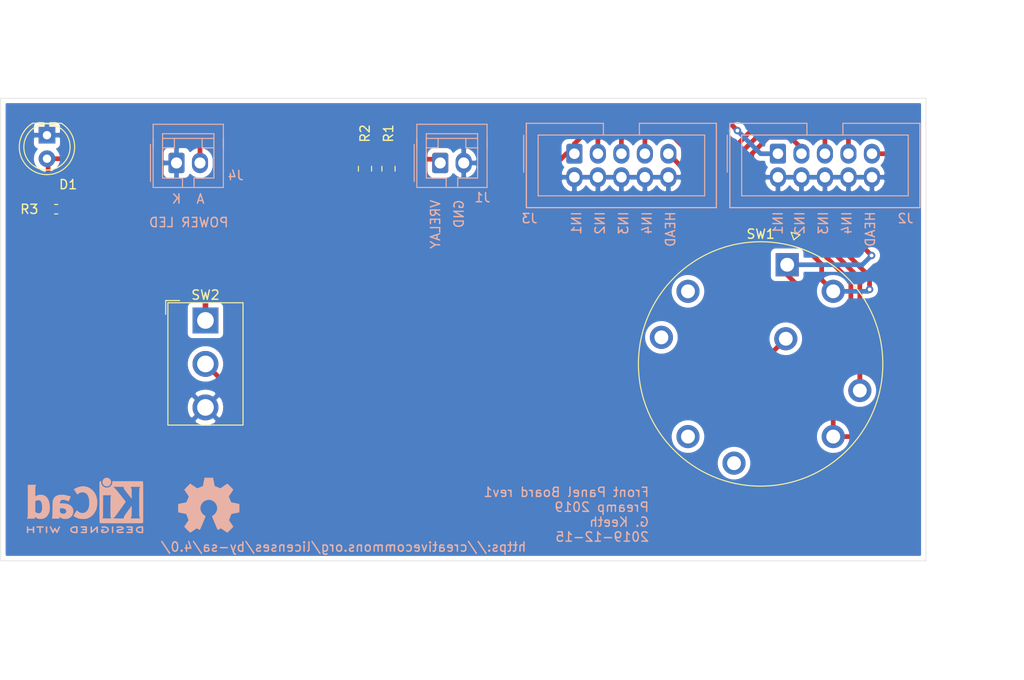
<source format=kicad_pcb>
(kicad_pcb (version 20171130) (host pcbnew 5.1.5)

  (general
    (thickness 1.6)
    (drawings 10)
    (tracks 124)
    (zones 0)
    (modules 13)
    (nets 15)
  )

  (page A)
  (title_block
    (title "Front Panel Board")
    (date 2019-09-22)
    (rev 0)
    (company "G. Keeth")
    (comment 1 "Preamp 2019")
  )

  (layers
    (0 F.Cu signal)
    (31 B.Cu signal)
    (32 B.Adhes user)
    (33 F.Adhes user)
    (34 B.Paste user)
    (35 F.Paste user)
    (36 B.SilkS user)
    (37 F.SilkS user)
    (38 B.Mask user)
    (39 F.Mask user)
    (40 Dwgs.User user)
    (41 Cmts.User user)
    (42 Eco1.User user)
    (43 Eco2.User user)
    (44 Edge.Cuts user)
    (45 Margin user)
    (46 B.CrtYd user)
    (47 F.CrtYd user)
    (48 B.Fab user)
    (49 F.Fab user)
  )

  (setup
    (last_trace_width 0.25)
    (user_trace_width 0.6096)
    (trace_clearance 0.2)
    (zone_clearance 0.508)
    (zone_45_only no)
    (trace_min 0.2)
    (via_size 0.8)
    (via_drill 0.4)
    (via_min_size 0.4)
    (via_min_drill 0.3)
    (uvia_size 0.3)
    (uvia_drill 0.1)
    (uvias_allowed no)
    (uvia_min_size 0.2)
    (uvia_min_drill 0.1)
    (edge_width 0.05)
    (segment_width 0.2)
    (pcb_text_width 0.3)
    (pcb_text_size 1.5 1.5)
    (mod_edge_width 0.12)
    (mod_text_size 1 1)
    (mod_text_width 0.15)
    (pad_size 1.524 1.524)
    (pad_drill 0.762)
    (pad_to_mask_clearance 0.051)
    (solder_mask_min_width 0.25)
    (aux_axis_origin 0 0)
    (grid_origin 171.22 54.8)
    (visible_elements FFFFFF7F)
    (pcbplotparams
      (layerselection 0x010f0_ffffffff)
      (usegerberextensions false)
      (usegerberattributes false)
      (usegerberadvancedattributes false)
      (creategerberjobfile false)
      (excludeedgelayer true)
      (linewidth 0.100000)
      (plotframeref false)
      (viasonmask false)
      (mode 1)
      (useauxorigin false)
      (hpglpennumber 1)
      (hpglpenspeed 20)
      (hpglpendiameter 15.000000)
      (psnegative false)
      (psa4output false)
      (plotreference true)
      (plotvalue true)
      (plotinvisibletext false)
      (padsonsilk false)
      (subtractmaskfromsilk false)
      (outputformat 1)
      (mirror false)
      (drillshape 0)
      (scaleselection 1)
      (outputdirectory "fab/"))
  )

  (net 0 "")
  (net 1 "Net-(D1-Pad2)")
  (net 2 GNDRELAY)
  (net 3 Vrelay)
  (net 4 /input4_select)
  (net 5 /input3_select)
  (net 6 /input2_select)
  (net 7 /input1_select)
  (net 8 "Net-(R1-Pad2)")
  (net 9 "Net-(SW1-Pad11)")
  (net 10 "Net-(SW1-Pad10)")
  (net 11 "Net-(SW1-Pad8)")
  (net 12 "Net-(SW1-Pad7)")
  (net 13 /headphone_select)
  (net 14 "Net-(R2-Pad2)")

  (net_class Default "This is the default net class."
    (clearance 0.2)
    (trace_width 0.25)
    (via_dia 0.8)
    (via_drill 0.4)
    (uvia_dia 0.3)
    (uvia_drill 0.1)
  )

  (net_class relay_power ""
    (clearance 0.4)
    (trace_width 0.508)
    (via_dia 0.8)
    (via_drill 0.4)
    (uvia_dia 0.3)
    (uvia_drill 0.1)
    (add_net /headphone_select)
    (add_net /input1_select)
    (add_net /input2_select)
    (add_net /input3_select)
    (add_net /input4_select)
    (add_net GNDRELAY)
    (add_net "Net-(D1-Pad2)")
    (add_net "Net-(R1-Pad2)")
    (add_net "Net-(R2-Pad2)")
    (add_net "Net-(SW1-Pad10)")
    (add_net "Net-(SW1-Pad11)")
    (add_net "Net-(SW1-Pad7)")
    (add_net "Net-(SW1-Pad8)")
    (add_net Vrelay)
  )

  (module Symbol_CreativeCommons:CC-BY-SA_SolderMaskTop_Medium (layer B.Cu) (tedit 0) (tstamp 5DF6E69E)
    (at 140.22 94.8 180)
    (fp_text reference G*** (at 0 0) (layer B.SilkS) hide
      (effects (font (size 1.524 1.524) (thickness 0.3)) (justify mirror))
    )
    (fp_text value LOGO (at 0.75 0) (layer B.SilkS) hide
      (effects (font (size 1.524 1.524) (thickness 0.3)) (justify mirror))
    )
    (fp_poly (pts (xy 0.035983 2.05513) (xy 0.102627 2.048038) (xy 0.165534 2.034349) (xy 0.222329 2.014062)
      (xy 0.264036 1.991626) (xy 0.303436 1.961403) (xy 0.339728 1.925038) (xy 0.36887 1.886687)
      (xy 0.373649 1.878865) (xy 0.395777 1.831868) (xy 0.413248 1.776092) (xy 0.425497 1.714464)
      (xy 0.431959 1.649913) (xy 0.432069 1.585367) (xy 0.431654 1.578164) (xy 0.422191 1.4984)
      (xy 0.404512 1.427891) (xy 0.378476 1.366476) (xy 0.343943 1.313996) (xy 0.300774 1.270293)
      (xy 0.248828 1.235208) (xy 0.187964 1.208581) (xy 0.118044 1.190255) (xy 0.084817 1.18484)
      (xy 0.025514 1.179827) (xy -0.037065 1.179853) (xy -0.095646 1.184914) (xy -0.096118 1.18498)
      (xy -0.16936 1.200207) (xy -0.233678 1.224027) (xy -0.289151 1.25652) (xy -0.335855 1.297765)
      (xy -0.373868 1.347839) (xy -0.403269 1.406822) (xy -0.424135 1.474794) (xy -0.433667 1.527488)
      (xy -0.438995 1.593592) (xy -0.437624 1.660891) (xy -0.429966 1.726782) (xy -0.416437 1.788661)
      (xy -0.397451 1.843923) (xy -0.376842 1.884549) (xy -0.35245 1.917647) (xy -0.320709 1.951103)
      (xy -0.285801 1.980715) (xy -0.270237 1.991626) (xy -0.220504 2.017522) (xy -0.162642 2.03682)
      (xy -0.099025 2.049521) (xy -0.032025 2.055624) (xy 0.035983 2.05513)) (layer B.Mask) (width 0.01))
    (fp_poly (pts (xy 0.726414 0.98431) (xy 0.763913 0.959974) (xy 0.797838 0.926722) (xy 0.82467 0.888041)
      (xy 0.825865 0.885834) (xy 0.840259 0.858863) (xy 0.843575 -0.483691) (xy 0.483691 -0.483691)
      (xy 0.483691 -2.01538) (xy -0.489893 -2.01538) (xy -0.489893 -0.483691) (xy -0.849777 -0.483691)
      (xy -0.848119 0.187586) (xy -0.84646 0.858863) (xy -0.832303 0.887302) (xy -0.808253 0.923852)
      (xy -0.775699 0.956652) (xy -0.738541 0.981901) (xy -0.731739 0.985316) (xy -0.697632 1.00149)
      (xy 0.69143 1.00149) (xy 0.726414 0.98431)) (layer B.Mask) (width 0.01))
    (fp_poly (pts (xy -5.598713 0.993005) (xy -5.540283 0.988352) (xy -5.489403 0.981352) (xy -5.487351 0.980983)
      (xy -5.381756 0.956546) (xy -5.284507 0.923048) (xy -5.195241 0.880257) (xy -5.113592 0.827942)
      (xy -5.039198 0.765871) (xy -4.971695 0.693811) (xy -4.913177 0.615232) (xy -4.89846 0.592343)
      (xy -4.886721 0.57249) (xy -4.879529 0.558413) (xy -4.878044 0.553835) (xy -4.881732 0.548881)
      (xy -4.893647 0.540122) (xy -4.914293 0.527267) (xy -4.944172 0.510024) (xy -4.983786 0.4881)
      (xy -5.033637 0.461205) (xy -5.07876 0.437217) (xy -5.280298 0.330602) (xy -5.295973 0.359088)
      (xy -5.335521 0.420978) (xy -5.380734 0.472359) (xy -5.432919 0.514333) (xy -5.493383 0.548003)
      (xy -5.543848 0.568091) (xy -5.564428 0.573864) (xy -5.587613 0.577397) (xy -5.616809 0.579049)
      (xy -5.649268 0.579241) (xy -5.719567 0.574721) (xy -5.781432 0.562035) (xy -5.836165 0.540698)
      (xy -5.885071 0.510225) (xy -5.922119 0.477697) (xy -5.961343 0.432257) (xy -5.993555 0.381375)
      (xy -6.01906 0.324054) (xy -6.038166 0.259296) (xy -6.051178 0.186106) (xy -6.058403 0.103485)
      (xy -6.060223 0.027906) (xy -6.057155 -0.06532) (xy -6.047673 -0.148724) (xy -6.031475 -0.22328)
      (xy -6.008256 -0.289959) (xy -5.977712 -0.349735) (xy -5.93954 -0.403579) (xy -5.917555 -0.42852)
      (xy -5.871341 -0.468782) (xy -5.818294 -0.500008) (xy -5.760074 -0.522199) (xy -5.698343 -0.535356)
      (xy -5.634763 -0.539478) (xy -5.570995 -0.534566) (xy -5.508701 -0.52062) (xy -5.449543 -0.49764)
      (xy -5.395182 -0.465628) (xy -5.35106 -0.428423) (xy -5.333189 -0.40871) (xy -5.313871 -0.384396)
      (xy -5.294735 -0.357921) (xy -5.277409 -0.331721) (xy -5.263522 -0.308237) (xy -5.254704 -0.289906)
      (xy -5.252393 -0.280732) (xy -5.248506 -0.273437) (xy -5.246152 -0.272851) (xy -5.239714 -0.275501)
      (xy -5.223762 -0.282934) (xy -5.199869 -0.294371) (xy -5.169607 -0.309037) (xy -5.134548 -0.326154)
      (xy -5.096265 -0.344946) (xy -5.05633 -0.364634) (xy -5.016316 -0.384443) (xy -4.977796 -0.403595)
      (xy -4.942341 -0.421314) (xy -4.911525 -0.436821) (xy -4.886919 -0.449341) (xy -4.870097 -0.458096)
      (xy -4.862631 -0.462309) (xy -4.862477 -0.462434) (xy -4.864104 -0.468779) (xy -4.871769 -0.483029)
      (xy -4.884118 -0.503128) (xy -4.899794 -0.527024) (xy -4.917442 -0.552663) (xy -4.935707 -0.577991)
      (xy -4.953233 -0.600956) (xy -4.957139 -0.605839) (xy -5.028457 -0.684398) (xy -5.107814 -0.754145)
      (xy -5.19415 -0.814487) (xy -5.286404 -0.864834) (xy -5.383517 -0.904596) (xy -5.484428 -0.933183)
      (xy -5.571753 -0.948175) (xy -5.615191 -0.951867) (xy -5.666303 -0.953705) (xy -5.720497 -0.953683)
      (xy -5.773185 -0.951799) (xy -5.816699 -0.948384) (xy -5.925085 -0.931217) (xy -6.027094 -0.903462)
      (xy -6.122662 -0.865148) (xy -6.211724 -0.816306) (xy -6.294216 -0.756966) (xy -6.359526 -0.697888)
      (xy -6.424569 -0.624886) (xy -6.479856 -0.545594) (xy -6.525647 -0.459453) (xy -6.562201 -0.365901)
      (xy -6.589778 -0.264378) (xy -6.607628 -0.162076) (xy -6.611696 -0.12098) (xy -6.614448 -0.070983)
      (xy -6.615886 -0.015514) (xy -6.616007 0.041998) (xy -6.614814 0.098121) (xy -6.612305 0.149426)
      (xy -6.608481 0.192482) (xy -6.607612 0.199401) (xy -6.587442 0.309014) (xy -6.557065 0.412156)
      (xy -6.516659 0.508505) (xy -6.4664 0.59774) (xy -6.406465 0.679541) (xy -6.33703 0.753585)
      (xy -6.272486 0.808787) (xy -6.199638 0.860452) (xy -6.126307 0.902505) (xy -6.049634 0.936228)
      (xy -5.966764 0.962905) (xy -5.889037 0.981055) (xy -5.842176 0.988143) (xy -5.786425 0.992881)
      (xy -5.725072 0.99527) (xy -5.661405 0.995311) (xy -5.598713 0.993005)) (layer B.Mask) (width 0.01))
    (fp_poly (pts (xy -7.446514 0.993539) (xy -7.392187 0.990436) (xy -7.34356 0.985763) (xy -7.311056 0.980963)
      (xy -7.208533 0.957553) (xy -7.114234 0.925615) (xy -7.026962 0.884685) (xy -6.962625 0.845972)
      (xy -6.89727 0.796841) (xy -6.834298 0.738663) (xy -6.776572 0.674469) (xy -6.726957 0.607293)
      (xy -6.707322 0.575668) (xy -6.690483 0.546721) (xy -6.791543 0.49398) (xy -6.833094 0.472313)
      (xy -6.88097 0.447376) (xy -6.930485 0.421608) (xy -6.976955 0.397447) (xy -6.998666 0.38617)
      (xy -7.104729 0.3311) (xy -7.128891 0.374711) (xy -7.154881 0.414145) (xy -7.188155 0.453459)
      (xy -7.225574 0.489534) (xy -7.264001 0.519249) (xy -7.289478 0.534421) (xy -7.327961 0.553102)
      (xy -7.360148 0.565928) (xy -7.390089 0.573885) (xy -7.42183 0.577962) (xy -7.459418 0.579148)
      (xy -7.472412 0.579087) (xy -7.545804 0.573216) (xy -7.612091 0.557199) (xy -7.67122 0.531095)
      (xy -7.723137 0.494964) (xy -7.767786 0.448866) (xy -7.805113 0.392857) (xy -7.835064 0.326999)
      (xy -7.857583 0.25135) (xy -7.872617 0.165968) (xy -7.875157 0.143521) (xy -7.88131 0.041747)
      (xy -7.878666 -0.05459) (xy -7.867386 -0.144769) (xy -7.847629 -0.228071) (xy -7.819557 -0.303777)
      (xy -7.783329 -0.371166) (xy -7.750415 -0.416409) (xy -7.719824 -0.446735) (xy -7.680577 -0.47564)
      (xy -7.63638 -0.50071) (xy -7.593335 -0.518723) (xy -7.571286 -0.525819) (xy -7.55197 -0.530627)
      (xy -7.531958 -0.533587) (xy -7.507822 -0.535137) (xy -7.476135 -0.535714) (xy -7.46001 -0.535771)
      (xy -7.408319 -0.534583) (xy -7.365472 -0.530427) (xy -7.328127 -0.522635) (xy -7.292941 -0.510541)
      (xy -7.262068 -0.496298) (xy -7.206982 -0.461594) (xy -7.157551 -0.416487) (xy -7.114853 -0.362102)
      (xy -7.086532 -0.3132) (xy -7.076846 -0.294096) (xy -7.069463 -0.279953) (xy -7.066006 -0.273873)
      (xy -7.060271 -0.276038) (xy -7.04507 -0.28308) (xy -7.021969 -0.29421) (xy -6.992537 -0.308639)
      (xy -6.958338 -0.325579) (xy -6.920941 -0.344242) (xy -6.881912 -0.363839) (xy -6.842818 -0.383581)
      (xy -6.805226 -0.40268) (xy -6.770702 -0.420347) (xy -6.740813 -0.435794) (xy -6.717127 -0.448232)
      (xy -6.701209 -0.456872) (xy -6.695079 -0.460552) (xy -6.691113 -0.464629) (xy -6.690379 -0.470342)
      (xy -6.693704 -0.479551) (xy -6.701913 -0.494118) (xy -6.715833 -0.515906) (xy -6.727414 -0.533438)
      (xy -6.77662 -0.602628) (xy -6.826649 -0.662389) (xy -6.880241 -0.715545) (xy -6.940138 -0.764919)
      (xy -6.980497 -0.794078) (xy -7.045914 -0.834299) (xy -7.119532 -0.870903) (xy -7.197303 -0.902217)
      (xy -7.27518 -0.926571) (xy -7.332886 -0.939568) (xy -7.364707 -0.943964) (xy -7.405564 -0.947563)
      (xy -7.45211 -0.950261) (xy -7.500998 -0.951955) (xy -7.548881 -0.952539) (xy -7.592413 -0.951911)
      (xy -7.628246 -0.949965) (xy -7.637662 -0.949034) (xy -7.746 -0.931041) (xy -7.848229 -0.902783)
      (xy -7.94389 -0.864617) (xy -8.032525 -0.8169) (xy -8.113674 -0.759991) (xy -8.186879 -0.694247)
      (xy -8.25168 -0.620027) (xy -8.307619 -0.537686) (xy -8.354237 -0.447585) (xy -8.386018 -0.36568)
      (xy -8.413868 -0.264847) (xy -8.432646 -0.157957) (xy -8.442352 -0.047378) (xy -8.442985 0.064523)
      (xy -8.434543 0.175377) (xy -8.417025 0.282818) (xy -8.390431 0.384478) (xy -8.386397 0.396875)
      (xy -8.350638 0.48843) (xy -8.306562 0.572175) (xy -8.252817 0.650351) (xy -8.189003 0.7242)
      (xy -8.113145 0.79516) (xy -8.030958 0.855599) (xy -7.942198 0.905645) (xy -7.846624 0.945429)
      (xy -7.743993 0.975078) (xy -7.698755 0.984534) (xy -7.660881 0.989696) (xy -7.613723 0.99315)
      (xy -7.560278 0.994924) (xy -7.503543 0.995044) (xy -7.446514 0.993539)) (layer B.Mask) (width 0.01))
    (fp_poly (pts (xy 6.746371 1.652772) (xy 6.892058 1.641028) (xy 7.031859 1.618618) (xy 7.165623 1.585608)
      (xy 7.293201 1.542061) (xy 7.414445 1.488041) (xy 7.529203 1.423612) (xy 7.637328 1.348837)
      (xy 7.738669 1.26378) (xy 7.833077 1.168506) (xy 7.89195 1.099518) (xy 7.975575 0.985734)
      (xy 8.048721 0.865403) (xy 8.111338 0.738698) (xy 8.16337 0.605791) (xy 8.204767 0.466854)
      (xy 8.235473 0.322061) (xy 8.255438 0.171583) (xy 8.264606 0.015594) (xy 8.264176 -0.111621)
      (xy 8.254442 -0.264367) (xy 8.234484 -0.410268) (xy 8.20421 -0.549629) (xy 8.163529 -0.682756)
      (xy 8.11235 -0.809952) (xy 8.050582 -0.931523) (xy 7.990531 -1.029394) (xy 7.905846 -1.146545)
      (xy 7.814395 -1.253302) (xy 7.716212 -1.349646) (xy 7.61133 -1.435554) (xy 7.499784 -1.511006)
      (xy 7.381608 -1.57598) (xy 7.256837 -1.630454) (xy 7.125505 -1.674407) (xy 6.987645 -1.707819)
      (xy 6.870898 -1.727182) (xy 6.835585 -1.730919) (xy 6.791418 -1.734087) (xy 6.74118 -1.736623)
      (xy 6.687651 -1.738463) (xy 6.633612 -1.739545) (xy 6.581845 -1.739805) (xy 6.535131 -1.73918)
      (xy 6.49625 -1.737608) (xy 6.477124 -1.736112) (xy 6.342725 -1.717088) (xy 6.214977 -1.687771)
      (xy 6.093347 -1.647977) (xy 5.977301 -1.597524) (xy 5.866308 -1.536228) (xy 5.832202 -1.514577)
      (xy 5.727753 -1.43916) (xy 5.633109 -1.356202) (xy 5.548249 -1.265667) (xy 5.473148 -1.167521)
      (xy 5.407787 -1.061729) (xy 5.352142 -0.948256) (xy 5.306192 -0.827068) (xy 5.269915 -0.69813)
      (xy 5.249408 -0.598413) (xy 5.244679 -0.571863) (xy 5.240433 -0.548641) (xy 5.237349 -0.532431)
      (xy 5.236574 -0.528649) (xy 5.233553 -0.514697) (xy 6.027539 -0.514697) (xy 6.027539 -0.543178)
      (xy 6.029601 -0.571464) (xy 6.03525 -0.607682) (xy 6.043681 -0.648167) (xy 6.054087 -0.689254)
      (xy 6.065662 -0.727277) (xy 6.07177 -0.744344) (xy 6.10454 -0.813199) (xy 6.147429 -0.875168)
      (xy 6.199963 -0.929814) (xy 6.261665 -0.976699) (xy 6.332062 -1.015388) (xy 6.392428 -1.0395)
      (xy 6.434511 -1.052987) (xy 6.473852 -1.063402) (xy 6.513055 -1.071096) (xy 6.554725 -1.076419)
      (xy 6.601466 -1.079719) (xy 6.655882 -1.081348) (xy 6.706567 -1.081681) (xy 6.761944 -1.081251)
      (xy 6.807422 -1.079711) (xy 6.845488 -1.076589) (xy 6.878628 -1.071413) (xy 6.909329 -1.063713)
      (xy 6.940077 -1.053018) (xy 6.97336 -1.038855) (xy 7.001123 -1.025845) (xy 7.07467 -0.983747)
      (xy 7.143227 -0.930778) (xy 7.206322 -0.867619) (xy 7.263484 -0.794949) (xy 7.31424 -0.713449)
      (xy 7.35812 -0.623797) (xy 7.39465 -0.526675) (xy 7.423361 -0.422761) (xy 7.425176 -0.414754)
      (xy 7.445778 -0.301473) (xy 7.45898 -0.181199) (xy 7.464816 -0.056793) (xy 7.463316 0.068882)
      (xy 7.454512 0.192964) (xy 7.438435 0.312594) (xy 7.415921 0.42168) (xy 7.38566 0.524245)
      (xy 7.348032 0.617235) (xy 7.303148 0.70052) (xy 7.251123 0.77397) (xy 7.192069 0.837455)
      (xy 7.1261 0.890846) (xy 7.053329 0.934012) (xy 6.973868 0.966824) (xy 6.929357 0.979901)
      (xy 6.863788 0.992482) (xy 6.790389 0.999309) (xy 6.712238 1.000529) (xy 6.632412 0.996289)
      (xy 6.553991 0.986735) (xy 6.480053 0.972014) (xy 6.423904 0.955844) (xy 6.343266 0.922934)
      (xy 6.271893 0.881821) (xy 6.209602 0.832338) (xy 6.15621 0.774314) (xy 6.111533 0.707581)
      (xy 6.077405 0.636972) (xy 6.065522 0.605165) (xy 6.053958 0.569471) (xy 6.043546 0.533001)
      (xy 6.035118 0.498868) (xy 6.029506 0.470181) (xy 6.027539 0.450511) (xy 6.027539 0.434369)
      (xy 6.136093 0.432675) (xy 6.244647 0.430982) (xy 5.939182 0.125574) (xy 5.633718 -0.179834)
      (xy 5.326807 0.127124) (xy 5.019895 0.434083) (xy 5.256892 0.434083) (xy 5.264516 0.482142)
      (xy 5.268888 0.505886) (xy 5.27563 0.537925) (xy 5.283925 0.574564) (xy 5.292955 0.612113)
      (xy 5.295842 0.623622) (xy 5.334457 0.753064) (xy 5.382681 0.87522) (xy 5.440298 0.989801)
      (xy 5.507096 1.096515) (xy 5.58286 1.195071) (xy 5.667375 1.285177) (xy 5.760429 1.366543)
      (xy 5.861805 1.438878) (xy 5.922451 1.475513) (xy 6.026107 1.528988) (xy 6.131479 1.572415)
      (xy 6.240135 1.60621) (xy 6.353647 1.630789) (xy 6.473585 1.646568) (xy 6.594946 1.653788)
      (xy 6.746371 1.652772)) (layer B.Mask) (width 0.01))
    (fp_poly (pts (xy 0.108656 3.168853) (xy 0.188806 3.166329) (xy 0.253034 3.162519) (xy 0.454279 3.141466)
      (xy 0.649713 3.109471) (xy 0.839447 3.066487) (xy 1.023592 3.012468) (xy 1.202262 2.947366)
      (xy 1.375568 2.871136) (xy 1.543622 2.783731) (xy 1.706536 2.685104) (xy 1.864423 2.575209)
      (xy 2.017394 2.453999) (xy 2.071191 2.407665) (xy 2.113225 2.369486) (xy 2.160614 2.324421)
      (xy 2.211198 2.274678) (xy 2.262814 2.222469) (xy 2.313301 2.170004) (xy 2.360495 2.119494)
      (xy 2.402237 2.073148) (xy 2.43032 2.040473) (xy 2.552037 1.885787) (xy 2.662182 1.726961)
      (xy 2.760845 1.563766) (xy 2.848119 1.395979) (xy 2.924092 1.223371) (xy 2.988857 1.045718)
      (xy 3.042504 0.862792) (xy 3.085124 0.674368) (xy 3.116808 0.48022) (xy 3.137646 0.280122)
      (xy 3.137727 0.279053) (xy 3.140018 0.239569) (xy 3.141783 0.190293) (xy 3.14302 0.133776)
      (xy 3.14373 0.07257) (xy 3.143912 0.009226) (xy 3.143567 -0.053704) (xy 3.142695 -0.11367)
      (xy 3.141296 -0.16812) (xy 3.13937 -0.214503) (xy 3.137721 -0.240631) (xy 3.116883 -0.440949)
      (xy 3.085377 -0.634976) (xy 3.043139 -0.822852) (xy 2.990107 -1.004718) (xy 2.926217 -1.180714)
      (xy 2.851405 -1.35098) (xy 2.76561 -1.515656) (xy 2.668766 -1.674883) (xy 2.560812 -1.828799)
      (xy 2.441684 -1.977547) (xy 2.311318 -2.121265) (xy 2.269947 -2.163482) (xy 2.119338 -2.306564)
      (xy 1.964285 -2.438239) (xy 1.804881 -2.558443) (xy 1.641221 -2.667114) (xy 1.473397 -2.764189)
      (xy 1.301502 -2.849605) (xy 1.157274 -2.911022) (xy 0.987438 -2.972646) (xy 0.816696 -3.023638)
      (xy 0.643902 -3.064186) (xy 0.467911 -3.094482) (xy 0.287577 -3.114713) (xy 0.101754 -3.12507)
      (xy -0.090702 -3.125742) (xy -0.133325 -3.124632) (xy -0.32809 -3.11255) (xy -0.51943 -3.088571)
      (xy -0.707207 -3.052755) (xy -0.891278 -3.005167) (xy -1.071503 -2.945867) (xy -1.247741 -2.874918)
      (xy -1.419851 -2.792382) (xy -1.587693 -2.698322) (xy -1.751126 -2.592798) (xy -1.910009 -2.475875)
      (xy -2.0642 -2.347613) (xy -2.21356 -2.208075) (xy -2.217157 -2.204516) (xy -2.357874 -2.057178)
      (xy -2.486996 -1.905471) (xy -2.604573 -1.749293) (xy -2.710656 -1.588541) (xy -2.805296 -1.423111)
      (xy -2.888543 -1.252902) (xy -2.960448 -1.077809) (xy -3.021061 -0.89773) (xy -3.070434 -0.712563)
      (xy -3.108615 -0.522203) (xy -3.134401 -0.337963) (xy -3.142685 -0.245192) (xy -3.148056 -0.143515)
      (xy -3.150559 -0.035943) (xy -3.150507 -0.017789) (xy -2.590314 -0.017789) (xy -2.582405 -0.187917)
      (xy -2.563615 -0.356775) (xy -2.533963 -0.523415) (xy -2.493464 -0.686891) (xy -2.442136 -0.846258)
      (xy -2.379996 -1.000568) (xy -2.37226 -1.017722) (xy -2.298408 -1.165441) (xy -2.213361 -1.309973)
      (xy -2.118001 -1.450432) (xy -2.013208 -1.585936) (xy -1.899863 -1.715599) (xy -1.778846 -1.838538)
      (xy -1.651036 -1.953868) (xy -1.517316 -2.060706) (xy -1.378565 -2.158168) (xy -1.235663 -2.245369)
      (xy -1.089491 -2.321426) (xy -1.060401 -2.335012) (xy -0.901689 -2.400932) (xy -0.737784 -2.455658)
      (xy -0.568988 -2.499116) (xy -0.395605 -2.531229) (xy -0.217937 -2.551921) (xy -0.179834 -2.554828)
      (xy -0.136065 -2.556948) (xy -0.082864 -2.558063) (xy -0.023158 -2.558232) (xy 0.040127 -2.557515)
      (xy 0.104067 -2.555969) (xy 0.165734 -2.553654) (xy 0.222204 -2.550627) (xy 0.27055 -2.546949)
      (xy 0.285254 -2.545493) (xy 0.460808 -2.520913) (xy 0.631227 -2.485221) (xy 0.79681 -2.438292)
      (xy 0.957855 -2.379998) (xy 1.114659 -2.310214) (xy 1.26752 -2.228812) (xy 1.416736 -2.135668)
      (xy 1.562606 -2.030655) (xy 1.634009 -1.97396) (xy 1.77383 -1.852678) (xy 1.902021 -1.727335)
      (xy 2.018746 -1.597703) (xy 2.12417 -1.463554) (xy 2.218459 -1.32466) (xy 2.301777 -1.180794)
      (xy 2.374288 -1.031727) (xy 2.436158 -0.877232) (xy 2.444877 -0.852579) (xy 2.490856 -0.703208)
      (xy 2.527675 -0.546999) (xy 2.555273 -0.385546) (xy 2.573586 -0.220441) (xy 2.582551 -0.053279)
      (xy 2.582106 0.114349) (xy 2.572187 0.280849) (xy 2.552733 0.444627) (xy 2.52368 0.604091)
      (xy 2.505373 0.682347) (xy 2.457409 0.848473) (xy 2.398705 1.008977) (xy 2.329108 1.16412)
      (xy 2.248467 1.314163) (xy 2.156627 1.459369) (xy 2.053436 1.599999) (xy 1.938741 1.736315)
      (xy 1.813216 1.867763) (xy 1.686238 1.986275) (xy 1.557162 2.093145) (xy 1.424876 2.189094)
      (xy 1.288265 2.274845) (xy 1.146217 2.351119) (xy 0.997615 2.418638) (xy 0.908471 2.453889)
      (xy 0.764081 2.502126) (xy 0.612409 2.541491) (xy 0.454956 2.571866) (xy 0.293226 2.593136)
      (xy 0.128719 2.605183) (xy -0.037062 2.60789) (xy -0.202616 2.601142) (xy -0.366441 2.584822)
      (xy -0.502295 2.563504) (xy -0.672595 2.525978) (xy -0.837736 2.477176) (xy -0.997775 2.417073)
      (xy -1.152768 2.345645) (xy -1.302771 2.262868) (xy -1.447841 2.168719) (xy -1.477376 2.147723)
      (xy -1.608712 2.046149) (xy -1.73519 1.934863) (xy -1.855872 1.815045) (xy -1.96982 1.687873)
      (xy -2.076097 1.554528) (xy -2.173765 1.41619) (xy -2.261887 1.274037) (xy -2.339524 1.12925)
      (xy -2.405739 0.983007) (xy -2.408324 0.976685) (xy -2.466056 0.818802) (xy -2.512805 0.656512)
      (xy -2.548588 0.490761) (xy -2.573423 0.322497) (xy -2.587326 0.152665) (xy -2.590314 -0.017789)
      (xy -3.150507 -0.017789) (xy -3.150239 0.074512) (xy -3.147144 0.18484) (xy -3.14132 0.29203)
      (xy -3.132811 0.393069) (xy -3.121845 0.483692) (xy -3.088039 0.677568) (xy -3.042972 0.866423)
      (xy -2.986582 1.050389) (xy -2.918808 1.229602) (xy -2.839588 1.404194) (xy -2.748861 1.5743)
      (xy -2.646565 1.740054) (xy -2.532638 1.901588) (xy -2.40702 2.059038) (xy -2.386061 2.083594)
      (xy -2.250668 2.23183) (xy -2.108788 2.369773) (xy -1.960695 2.497276) (xy -1.806659 2.614192)
      (xy -1.646955 2.720376) (xy -1.481853 2.81568) (xy -1.311627 2.899958) (xy -1.136549 2.973064)
      (xy -0.956891 3.034851) (xy -0.772927 3.085173) (xy -0.584927 3.123884) (xy -0.403076 3.149743)
      (xy -0.329243 3.156711) (xy -0.246794 3.162244) (xy -0.158755 3.166284) (xy -0.06815 3.168771)
      (xy 0.021995 3.169647) (xy 0.108656 3.168853)) (layer B.Mask) (width 0.01))
    (fp_poly (pts (xy -6.54414 3.167562) (xy -6.486535 3.166472) (xy -6.436871 3.164635) (xy -6.410948 3.163098)
      (xy -6.21099 3.143187) (xy -6.016713 3.112291) (xy -5.827917 3.070343) (xy -5.644403 3.017276)
      (xy -5.46597 2.953025) (xy -5.292418 2.877522) (xy -5.123546 2.790702) (xy -4.959156 2.692498)
      (xy -4.923731 2.669464) (xy -4.837245 2.610786) (xy -4.757283 2.55293) (xy -4.681398 2.493883)
      (xy -4.607146 2.43163) (xy -4.532078 2.364156) (xy -4.453749 2.289449) (xy -4.411921 2.248077)
      (xy -4.340088 2.174877) (xy -4.276278 2.106681) (xy -4.218501 2.041175) (xy -4.164767 1.976044)
      (xy -4.113087 1.908972) (xy -4.071982 1.852499) (xy -3.964519 1.690845) (xy -3.868018 1.523461)
      (xy -3.782554 1.350558) (xy -3.708201 1.172345) (xy -3.645034 0.989031) (xy -3.593128 0.800825)
      (xy -3.552556 0.607938) (xy -3.523394 0.410578) (xy -3.509929 0.271452) (xy -3.50758 0.231454)
      (xy -3.505782 0.181905) (xy -3.504537 0.125391) (xy -3.503845 0.064499) (xy -3.503705 0.001815)
      (xy -3.504118 -0.060075) (xy -3.505084 -0.118584) (xy -3.506604 -0.171126) (xy -3.508678 -0.215114)
      (xy -3.509879 -0.232543) (xy -3.531573 -0.434793) (xy -3.564279 -0.631367) (xy -3.608021 -0.822342)
      (xy -3.662822 -1.007794) (xy -3.728707 -1.187799) (xy -3.805699 -1.362432) (xy -3.893822 -1.53177)
      (xy -3.94179 -1.614022) (xy -4.030931 -1.751106) (xy -4.131383 -1.886642) (xy -4.242059 -2.019456)
      (xy -4.361873 -2.148378) (xy -4.48974 -2.272234) (xy -4.624573 -2.389853) (xy -4.757143 -2.494012)
      (xy -4.913941 -2.603406) (xy -5.078598 -2.703946) (xy -5.24982 -2.795035) (xy -5.426312 -2.876078)
      (xy -5.606782 -2.946476) (xy -5.789934 -3.005634) (xy -5.964378 -3.050685) (xy -6.144677 -3.085825)
      (xy -6.327751 -3.110054) (xy -6.514702 -3.12347) (xy -6.706631 -3.126173) (xy -6.777881 -3.124519)
      (xy -6.96924 -3.112242) (xy -7.157819 -3.088033) (xy -7.343904 -3.051819) (xy -7.527785 -3.003527)
      (xy -7.709749 -2.943083) (xy -7.890084 -2.870414) (xy -8.021216 -2.809433) (xy -8.193098 -2.718261)
      (xy -8.358608 -2.617014) (xy -8.517318 -2.506205) (xy -8.668801 -2.386346) (xy -8.812626 -2.257952)
      (xy -8.948367 -2.121533) (xy -9.075594 -1.977603) (xy -9.19388 -1.826676) (xy -9.302795 -1.669262)
      (xy -9.401911 -1.505876) (xy -9.4908 -1.33703) (xy -9.569033 -1.163237) (xy -9.636182 -0.985009)
      (xy -9.688904 -0.81356) (xy -9.724565 -0.671917) (xy -9.752729 -0.533152) (xy -9.773768 -0.394394)
      (xy -9.788056 -0.252771) (xy -9.795966 -0.10541) (xy -9.797956 0.024805) (xy -9.796084 0.107993)
      (xy -9.236984 0.107993) (xy -9.236827 -0.066786) (xy -9.224429 -0.242295) (xy -9.217572 -0.300756)
      (xy -9.18945 -0.470607) (xy -9.149328 -0.638398) (xy -9.09753 -0.80345) (xy -9.034382 -0.965084)
      (xy -8.960208 -1.12262) (xy -8.875334 -1.275379) (xy -8.780084 -1.422681) (xy -8.674782 -1.563847)
      (xy -8.559755 -1.698197) (xy -8.538171 -1.721468) (xy -8.418546 -1.842243) (xy -8.296704 -1.951777)
      (xy -8.171101 -2.051211) (xy -8.040196 -2.141686) (xy -7.902444 -2.224345) (xy -7.756302 -2.30033)
      (xy -7.755517 -2.30071) (xy -7.594577 -2.372232) (xy -7.432198 -2.431667) (xy -7.267662 -2.479179)
      (xy -7.100255 -2.514935) (xy -6.929261 -2.5391) (xy -6.753966 -2.551841) (xy -6.663159 -2.55399)
      (xy -6.619061 -2.553895) (xy -6.57161 -2.553062) (xy -6.525306 -2.551615) (xy -6.484648 -2.54968)
      (xy -6.467823 -2.548567) (xy -6.289291 -2.52902) (xy -6.113506 -2.49756) (xy -5.94098 -2.454472)
      (xy -5.772226 -2.400043) (xy -5.607756 -2.334559) (xy -5.448085 -2.258305) (xy -5.293725 -2.171568)
      (xy -5.145188 -2.074635) (xy -5.002989 -1.96779) (xy -4.867639 -1.851321) (xy -4.739652 -1.725513)
      (xy -4.619542 -1.590653) (xy -4.518262 -1.461315) (xy -4.43094 -1.332648) (xy -4.351745 -1.195414)
      (xy -4.281234 -1.050868) (xy -4.219962 -0.900264) (xy -4.168484 -0.744858) (xy -4.127356 -0.585904)
      (xy -4.123973 -0.570507) (xy -4.097754 -0.427927) (xy -4.079044 -0.278939) (xy -4.067898 -0.12617)
      (xy -4.064368 0.027754) (xy -4.068509 0.180204) (xy -4.080374 0.328556) (xy -4.100018 0.470181)
      (xy -4.10238 0.483692) (xy -4.139956 0.660162) (xy -4.188804 0.831524) (xy -4.248808 0.997585)
      (xy -4.319855 1.15815) (xy -4.401827 1.313027) (xy -4.494611 1.462022) (xy -4.59809 1.604941)
      (xy -4.71215 1.741591) (xy -4.836676 1.871777) (xy -4.971551 1.995308) (xy -5.032251 2.045966)
      (xy -5.174607 2.153941) (xy -5.321412 2.250346) (xy -5.472738 2.33521) (xy -5.628652 2.408565)
      (xy -5.789224 2.470442) (xy -5.954523 2.520873) (xy -6.124619 2.559889) (xy -6.198072 2.572972)
      (xy -6.360297 2.594108) (xy -6.527512 2.605676) (xy -6.69686 2.607683) (xy -6.865484 2.600138)
      (xy -7.030529 2.58305) (xy -7.114855 2.570249) (xy -7.28633 2.535135) (xy -7.45253 2.488797)
      (xy -7.613503 2.431215) (xy -7.769296 2.362367) (xy -7.919958 2.282231) (xy -8.065539 2.190785)
      (xy -8.206085 2.088008) (xy -8.222754 2.074801) (xy -8.328895 1.984804) (xy -8.43439 1.885375)
      (xy -8.536526 1.77931) (xy -8.63259 1.669406) (xy -8.707415 1.575098) (xy -8.812009 1.426814)
      (xy -8.905446 1.273814) (xy -8.987605 1.116543) (xy -9.058366 0.955442) (xy -9.117609 0.790954)
      (xy -9.165212 0.623523) (xy -9.201056 0.45359) (xy -9.22502 0.2816) (xy -9.236984 0.107993)
      (xy -9.796084 0.107993) (xy -9.794175 0.192747) (xy -9.782678 0.353293) (xy -9.763038 0.509079)
      (xy -9.734826 0.662745) (xy -9.697614 0.81693) (xy -9.650973 0.974272) (xy -9.636924 1.016993)
      (xy -9.573486 1.190119) (xy -9.501349 1.356542) (xy -9.419854 1.517418) (xy -9.328342 1.673904)
      (xy -9.226155 1.827159) (xy -9.112634 1.978338) (xy -9.036558 2.071192) (xy -9.001117 2.111551)
      (xy -8.958179 2.157901) (xy -8.909751 2.208261) (xy -8.857836 2.260651) (xy -8.804441 2.313091)
      (xy -8.75157 2.363601) (xy -8.70123 2.4102) (xy -8.655424 2.450909) (xy -8.631334 2.471365)
      (xy -8.47948 2.590577) (xy -8.32496 2.697993) (xy -8.167164 2.793871) (xy -8.005483 2.878468)
      (xy -7.839305 2.952043) (xy -7.668022 3.014854) (xy -7.491024 3.067159) (xy -7.3077 3.109217)
      (xy -7.117441 3.141285) (xy -7.019727 3.153631) (xy -6.979935 3.157247) (xy -6.930007 3.160397)
      (xy -6.872204 3.163048) (xy -6.808785 3.165162) (xy -6.74201 3.166706) (xy -6.674137 3.167644)
      (xy -6.607428 3.167941) (xy -6.54414 3.167562)) (layer B.Mask) (width 0.01))
    (fp_poly (pts (xy 6.770874 3.148942) (xy 6.828375 3.147821) (xy 6.877848 3.145948) (xy 6.903576 3.144388)
      (xy 7.10434 3.124135) (xy 7.299201 3.093002) (xy 7.488348 3.050917) (xy 7.671966 2.997803)
      (xy 7.850242 2.933586) (xy 8.023365 2.858193) (xy 8.19152 2.771548) (xy 8.354895 2.673576)
      (xy 8.513677 2.564204) (xy 8.668053 2.443357) (xy 8.672541 2.439618) (xy 8.811547 2.31699)
      (xy 8.944304 2.18661) (xy 9.069363 2.050078) (xy 9.185275 1.908994) (xy 9.29059 1.76496)
      (xy 9.312065 1.733228) (xy 9.412883 1.571416) (xy 9.502365 1.405212) (xy 9.580596 1.234362)
      (xy 9.647661 1.058612) (xy 9.703644 0.877709) (xy 9.748631 0.691398) (xy 9.782706 0.499427)
      (xy 9.805955 0.301541) (xy 9.81067 0.243202) (xy 9.812935 0.201517) (xy 9.814479 0.150308)
      (xy 9.815337 0.091774) (xy 9.81554 0.028114) (xy 9.815121 -0.038471) (xy 9.814112 -0.105783)
      (xy 9.812547 -0.171623) (xy 9.810458 -0.23379) (xy 9.807878 -0.290085) (xy 9.804838 -0.338308)
      (xy 9.801496 -0.37517) (xy 9.77354 -0.574747) (xy 9.735255 -0.767526) (xy 9.686531 -0.953739)
      (xy 9.627259 -1.133618) (xy 9.557327 -1.307395) (xy 9.476625 -1.475302) (xy 9.385044 -1.637569)
      (xy 9.282472 -1.794429) (xy 9.168801 -1.946114) (xy 9.043918 -2.092854) (xy 8.923998 -2.218741)
      (xy 8.774203 -2.360141) (xy 8.619737 -2.490056) (xy 8.460531 -2.608523) (xy 8.296512 -2.715575)
      (xy 8.12761 -2.811248) (xy 7.953753 -2.895575) (xy 7.77487 -2.968592) (xy 7.590889 -3.030333)
      (xy 7.40174 -3.080833) (xy 7.207352 -3.120126) (xy 7.013525 -3.147588) (xy 6.976205 -3.150923)
      (xy 6.928656 -3.153792) (xy 6.872995 -3.156175) (xy 6.811338 -3.158052) (xy 6.745801 -3.159405)
      (xy 6.678502 -3.160213) (xy 6.611557 -3.160457) (xy 6.547084 -3.160119) (xy 6.487197 -3.159177)
      (xy 6.434015 -3.157615) (xy 6.389654 -3.15541) (xy 6.365503 -3.153525) (xy 6.171494 -3.12965)
      (xy 5.984181 -3.095615) (xy 5.802829 -3.051193) (xy 5.626702 -2.996154) (xy 5.455065 -2.930271)
      (xy 5.287185 -2.853315) (xy 5.128625 -2.768665) (xy 4.969773 -2.671241) (xy 4.814979 -2.563131)
      (xy 4.665187 -2.445289) (xy 4.52134 -2.318671) (xy 4.38438 -2.184232) (xy 4.255251 -2.042927)
      (xy 4.134896 -1.895711) (xy 4.024257 -1.74354) (xy 3.924277 -1.587368) (xy 3.871502 -1.495253)
      (xy 3.79098 -1.338195) (xy 3.720973 -1.179488) (xy 3.661046 -1.01775) (xy 3.610761 -0.851596)
      (xy 3.569684 -0.679644) (xy 3.537378 -0.500509) (xy 3.521575 -0.385342) (xy 3.517085 -0.340372)
      (xy 3.513185 -0.285395) (xy 3.509923 -0.222796) (xy 3.507346 -0.154957) (xy 3.505501 -0.084263)
      (xy 3.504859 -0.041433) (xy 4.06787 -0.041433) (xy 4.068518 -0.104172) (xy 4.070036 -0.161771)
      (xy 4.072444 -0.211349) (xy 4.074014 -0.232543) (xy 4.094838 -0.409014) (xy 4.1266 -0.58003)
      (xy 4.169409 -0.745821) (xy 4.223375 -0.906618) (xy 4.288606 -1.06265) (xy 4.365212 -1.214147)
      (xy 4.4533 -1.36134) (xy 4.552981 -1.50446) (xy 4.664363 -1.643735) (xy 4.787556 -1.779396)
      (xy 4.824511 -1.817096) (xy 4.902907 -1.89368) (xy 4.977634 -1.962159) (xy 5.051503 -2.025006)
      (xy 5.127324 -2.084692) (xy 5.137313 -2.092229) (xy 5.283506 -2.194635) (xy 5.433883 -2.285378)
      (xy 5.588462 -2.364464) (xy 5.747258 -2.431897) (xy 5.910286 -2.487681) (xy 6.077562 -2.531821)
      (xy 6.249101 -2.56432) (xy 6.42492 -2.585184) (xy 6.605034 -2.594417) (xy 6.789458 -2.592022)
      (xy 6.898803 -2.585276) (xy 7.071562 -2.56542) (xy 7.241883 -2.533484) (xy 7.409294 -2.489634)
      (xy 7.573319 -2.434036) (xy 7.733486 -2.366856) (xy 7.889321 -2.28826) (xy 8.04035 -2.198414)
      (xy 8.083207 -2.170261) (xy 8.170003 -2.109904) (xy 8.251408 -2.048706) (xy 8.329922 -1.984564)
      (xy 8.408046 -1.915378) (xy 8.48828 -1.839047) (xy 8.545361 -1.781947) (xy 8.638828 -1.683105)
      (xy 8.722236 -1.58673) (xy 8.797065 -1.490745) (xy 8.864795 -1.393071) (xy 8.926906 -1.29163)
      (xy 8.984878 -1.184344) (xy 9.01603 -1.121054) (xy 9.068673 -1.003047) (xy 9.113957 -0.8847)
      (xy 9.152493 -0.76384) (xy 9.184891 -0.638295) (xy 9.211762 -0.505894) (xy 9.233717 -0.364465)
      (xy 9.237968 -0.331762) (xy 9.241667 -0.293834) (xy 9.244668 -0.245817) (xy 9.246972 -0.189816)
      (xy 9.24858 -0.12794) (xy 9.249492 -0.062293) (xy 9.249708 0.005017) (xy 9.24923 0.071885)
      (xy 9.248057 0.136203) (xy 9.24619 0.195867) (xy 9.24363 0.248769) (xy 9.240377 0.292803)
      (xy 9.237815 0.31626) (xy 9.217971 0.450134) (xy 9.194434 0.574692) (xy 9.166536 0.692646)
      (xy 9.133608 0.806707) (xy 9.094981 0.919587) (xy 9.078112 0.964175) (xy 9.061931 1.003124)
      (xy 9.040778 1.049957) (xy 9.016046 1.101912) (xy 8.989128 1.156227) (xy 8.961417 1.210142)
      (xy 8.934307 1.260895) (xy 8.909189 1.305725) (xy 8.888037 1.340954) (xy 8.827098 1.433573)
      (xy 8.764451 1.520657) (xy 8.697952 1.604887) (xy 8.625458 1.688944) (xy 8.544824 1.775508)
      (xy 8.52041 1.800649) (xy 8.421636 1.898184) (xy 8.325803 1.98568) (xy 8.231035 2.064527)
      (xy 8.135457 2.136115) (xy 8.037195 2.201835) (xy 7.934373 2.263076) (xy 7.825116 2.32123)
      (xy 7.804175 2.331698) (xy 7.685572 2.387097) (xy 7.568794 2.434586) (xy 7.451314 2.474922)
      (xy 7.330609 2.508861) (xy 7.204151 2.537162) (xy 7.069417 2.56058) (xy 7.013525 2.568628)
      (xy 6.985931 2.572248) (xy 6.96039 2.575189) (xy 6.935187 2.57752) (xy 6.908608 2.579311)
      (xy 6.878936 2.58063) (xy 6.844457 2.581546) (xy 6.803455 2.582128) (xy 6.754215 2.582445)
      (xy 6.695021 2.582566) (xy 6.66626 2.582575) (xy 6.602435 2.582514) (xy 6.549282 2.582292)
      (xy 6.505072 2.581836) (xy 6.468076 2.581077) (xy 6.436563 2.579943) (xy 6.408804 2.578365)
      (xy 6.383069 2.576271) (xy 6.35763 2.573591) (xy 6.330755 2.570254) (xy 6.315893 2.568271)
      (xy 6.139666 2.539026) (xy 5.970671 2.49994) (xy 5.808384 2.450751) (xy 5.652281 2.391199)
      (xy 5.501837 2.321022) (xy 5.356527 2.239959) (xy 5.215826 2.147749) (xy 5.07921 2.044131)
      (xy 4.946153 1.928844) (xy 4.855517 1.841727) (xy 4.725236 1.703508) (xy 4.606712 1.561357)
      (xy 4.499934 1.415245) (xy 4.404886 1.265146) (xy 4.321557 1.111032) (xy 4.249931 0.952875)
      (xy 4.189997 0.790649) (xy 4.14174 0.624325) (xy 4.105148 0.453876) (xy 4.080206 0.279275)
      (xy 4.077057 0.248486) (xy 4.073624 0.203279) (xy 4.07097 0.148802) (xy 4.069114 0.087936)
      (xy 4.068075 0.023564) (xy 4.06787 -0.041433) (xy 3.504859 -0.041433) (xy 3.504433 -0.013098)
      (xy 3.504191 0.056155) (xy 3.50482 0.121113) (xy 3.506367 0.17939) (xy 3.50888 0.228604)
      (xy 3.509391 0.235695) (xy 3.530122 0.434061) (xy 3.561902 0.626886) (xy 3.604835 0.814469)
      (xy 3.659027 0.997108) (xy 3.724584 1.175099) (xy 3.801612 1.348742) (xy 3.890215 1.518334)
      (xy 3.9905 1.684172) (xy 4.059081 1.785938) (xy 4.180008 1.947981) (xy 4.309929 2.102115)
      (xy 4.448267 2.247779) (xy 4.594444 2.384409) (xy 4.747884 2.511446) (xy 4.908009 2.628326)
      (xy 4.95917 2.662575) (xy 5.117803 2.759993) (xy 5.279506 2.846163) (xy 5.44501 2.921342)
      (xy 5.61504 2.985789) (xy 5.790327 3.039761) (xy 5.971598 3.083517) (xy 6.159581 3.117312)
      (xy 6.294189 3.135027) (xy 6.334219 3.138666) (xy 6.384374 3.141832) (xy 6.442386 3.14449)
      (xy 6.505985 3.146605) (xy 6.572902 3.148143) (xy 6.640869 3.149068) (xy 6.707616 3.149346)
      (xy 6.770874 3.148942)) (layer B.Mask) (width 0.01))
  )

  (module Button_Switch_THT_gkeeth:SW_Rotary8_CK_A125xxxxCxx (layer F.Cu) (tedit 5D8FC30F) (tstamp 5D91016D)
    (at 186.6 68.8)
    (descr "C&K A Series 1-4 Pole Rotary Switches, part number: A125xxxxCxx, 1 Poles, 8 Positions, datasheet: https://www.ckswitches.com/media/1349/arotary.pdf, generated with kicad-footprint-generator")
    (tags "C&K rotary switch SP8T")
    (path /5D13D52B)
    (fp_text reference SW1 (at -2.87 -3.32) (layer F.SilkS)
      (effects (font (size 1 1) (thickness 0.15)))
    )
    (fp_text value SW_Rotary8_CK_A125xxxxCxx (at -5 12.5) (layer F.Fab)
      (effects (font (size 1 1) (thickness 0.15)))
    )
    (fp_text user %R (at -2.87 10.72) (layer F.Fab)
      (effects (font (size 1 1) (thickness 0.15)))
    )
    (fp_line (start 1.387535 -3.246501) (end 0.42161 -3.50532) (layer F.SilkS) (width 0.12))
    (fp_line (start 0.72156 -2.692898) (end 1.387535 -3.246501) (layer F.SilkS) (width 0.12))
    (fp_line (start 0.42161 -3.50532) (end 0.72156 -2.692898) (layer F.SilkS) (width 0.12))
    (fp_line (start 1.792893 0) (end 2.5 0.5) (layer F.Fab) (width 0.1))
    (fp_line (start 2.5 -0.5) (end 1.792893 0) (layer F.Fab) (width 0.1))
    (fp_circle (center -2.872891 10.721777) (end 10.472109 10.721777) (layer F.CrtYd) (width 0.05))
    (fp_circle (center -2.872891 10.721777) (end 10.332109 10.721777) (layer F.SilkS) (width 0.12))
    (fp_circle (center -2.872891 10.721777) (end 0.302109 10.721777) (layer F.Fab) (width 0.1))
    (fp_circle (center -2.872891 10.721777) (end 2.127109 10.721777) (layer F.Fab) (width 0.1))
    (fp_circle (center -2.872891 10.721777) (end 10.222109 10.721777) (layer F.Fab) (width 0.1))
    (pad A thru_hole circle (at -0.15053 7.999416) (size 2.5 2.5) (drill 1.5) (layers *.Cu *.Mask)
      (net 8 "Net-(R1-Pad2)"))
    (pad 11 thru_hole circle (at -10.721777 2.872891) (size 2.5 2.5) (drill 1.5) (layers *.Cu *.Mask)
      (net 9 "Net-(SW1-Pad11)"))
    (pad 10 thru_hole circle (at -13.594668 7.848885) (size 2.5 2.5) (drill 1.5) (layers *.Cu *.Mask)
      (net 10 "Net-(SW1-Pad10)"))
    (pad 8 thru_hole circle (at -10.721777 18.570662) (size 2.5 2.5) (drill 1.5) (layers *.Cu *.Mask)
      (net 11 "Net-(SW1-Pad8)"))
    (pad 7 thru_hole circle (at -5.745783 21.443553) (size 2.5 2.5) (drill 1.5) (layers *.Cu *.Mask)
      (net 12 "Net-(SW1-Pad7)"))
    (pad 5 thru_hole circle (at 4.975994 18.570662) (size 2.5 2.5) (drill 1.5) (layers *.Cu *.Mask)
      (net 4 /input4_select))
    (pad 4 thru_hole circle (at 7.848885 13.594668) (size 2.5 2.5) (drill 1.5) (layers *.Cu *.Mask)
      (net 5 /input3_select))
    (pad 2 thru_hole circle (at 4.975994 2.872891) (size 2.5 2.5) (drill 1.5) (layers *.Cu *.Mask)
      (net 6 /input2_select))
    (pad 1 thru_hole rect (at 0 0) (size 2.5 2.5) (drill 1.5) (layers *.Cu *.Mask)
      (net 7 /input1_select))
    (model ${KICUST3DMOD}/Button_Switch_THT_gkeeth.3dshapes/SW_Rotary8_CK_A125xxxxCxx.wrl
      (at (xyz 0 0 0))
      (scale (xyz 1 1 1))
      (rotate (xyz 0 0 0))
    )
  )

  (module Connector_Molex_C-Grid:Molex_C-Grid_70246-1001_2x05_P2.54mm_Vertical (layer B.Cu) (tedit 5CC1A4F0) (tstamp 5CD0F4AF)
    (at 185.6 56.8)
    (descr "Molex C-Grid Connector Products, old/engineering part number: 70246-1001 example for new part number: 702461001, 10 Pins (https://www.molex.com/pdm_docs/sd/702460801_sd.pdf), generated with kicad-footprint-generator")
    (tags "connector Molex C-Grid side entry")
    (path /5CD2571D)
    (fp_text reference J2 (at 13.79 7 180) (layer B.SilkS)
      (effects (font (size 1 1) (thickness 0.15)) (justify mirror))
    )
    (fp_text value Conn_02x05_Odd_Even (at 5.5 -2) (layer B.Fab)
      (effects (font (size 1 1) (thickness 0.15)) (justify mirror))
    )
    (fp_text user %R (at 5.08 5.01) (layer B.Fab)
      (effects (font (size 1 1) (thickness 0.15)) (justify mirror))
    )
    (fp_line (start 15.74 6.22) (end -5.58 6.22) (layer B.CrtYd) (width 0.05))
    (fp_line (start 15.74 -3.68) (end 15.74 6.22) (layer B.CrtYd) (width 0.05))
    (fp_line (start 7.64 -3.68) (end 15.74 -3.68) (layer B.CrtYd) (width 0.05))
    (fp_line (start 2.52 -3.68) (end 7.64 -3.68) (layer B.CrtYd) (width 0.05))
    (fp_line (start -5.58 -3.68) (end 2.52 -3.68) (layer B.CrtYd) (width 0.05))
    (fp_line (start -5.58 6.22) (end -5.58 -3.68) (layer B.CrtYd) (width 0.05))
    (fp_line (start 3.135 -2.015) (end 7.025 -2.015) (layer B.SilkS) (width 0.12))
    (fp_line (start -3.92 -2.015) (end 3.135 -2.015) (layer B.SilkS) (width 0.12))
    (fp_line (start -3.92 4.555) (end -3.92 -2.015) (layer B.SilkS) (width 0.12))
    (fp_line (start 14.08 4.555) (end -3.92 4.555) (layer B.SilkS) (width 0.12))
    (fp_line (start 14.08 -2.015) (end 14.08 4.555) (layer B.SilkS) (width 0.12))
    (fp_line (start 7.025 -2.015) (end 14.08 -2.015) (layer B.SilkS) (width 0.12))
    (fp_line (start 7.025 -3.285) (end 7.025 -2.015) (layer B.SilkS) (width 0.12))
    (fp_line (start 15.35 -3.285) (end 7.025 -3.285) (layer B.SilkS) (width 0.12))
    (fp_line (start 15.35 5.825) (end 15.35 -3.285) (layer B.SilkS) (width 0.12))
    (fp_line (start -5.19 5.825) (end 15.35 5.825) (layer B.SilkS) (width 0.12))
    (fp_line (start -5.19 -3.285) (end -5.19 5.825) (layer B.SilkS) (width 0.12))
    (fp_line (start 3.135 -3.285) (end -5.19 -3.285) (layer B.SilkS) (width 0.12))
    (fp_line (start 3.135 -2.015) (end 3.135 -3.285) (layer B.SilkS) (width 0.12))
    (fp_line (start -4.372893 0) (end -5.08 -0.5) (layer B.Fab) (width 0.1))
    (fp_line (start -5.08 0.5) (end -4.372893 0) (layer B.Fab) (width 0.1))
    (fp_line (start -5.48 2) (end -5.48 -2) (layer B.SilkS) (width 0.12))
    (fp_line (start 15.35 5.825) (end 15.35 -3.285) (layer B.SilkS) (width 0.12))
    (fp_line (start -5.19 5.825) (end 15.35 5.825) (layer B.SilkS) (width 0.12))
    (fp_line (start -5.19 -3.285) (end -5.19 5.825) (layer B.SilkS) (width 0.12))
    (fp_line (start 15.24 5.715) (end -5.08 5.715) (layer B.Fab) (width 0.1))
    (fp_line (start 15.24 -3.175) (end 15.24 5.715) (layer B.Fab) (width 0.1))
    (fp_line (start -5.08 -3.175) (end 15.24 -3.175) (layer B.Fab) (width 0.1))
    (fp_line (start -5.08 5.715) (end -5.08 -3.175) (layer B.Fab) (width 0.1))
    (fp_text user IN1 (at 0 6.16 90) (layer B.Fab)
      (effects (font (size 1 1) (thickness 0.15)) (justify left mirror))
    )
    (fp_text user IN1 (at 0 6.16 90) (layer B.SilkS)
      (effects (font (size 1 1) (thickness 0.15)) (justify left mirror))
    )
    (fp_text user IN2 (at 2.36 6.16 90) (layer B.Fab)
      (effects (font (size 1 1) (thickness 0.15)) (justify left mirror))
    )
    (fp_text user IN2 (at 2.36 6.16 90) (layer B.SilkS)
      (effects (font (size 1 1) (thickness 0.15)) (justify left mirror))
    )
    (fp_text user IN3 (at 4.9 6.16 90) (layer B.Fab)
      (effects (font (size 1 1) (thickness 0.15)) (justify left mirror))
    )
    (fp_text user IN3 (at 4.9 6.16 90) (layer B.SilkS)
      (effects (font (size 1 1) (thickness 0.15)) (justify left mirror))
    )
    (fp_text user IN4 (at 7.44 6.16 90) (layer B.Fab)
      (effects (font (size 1 1) (thickness 0.15)) (justify left mirror))
    )
    (fp_text user IN4 (at 7.44 6.16 90) (layer B.SilkS)
      (effects (font (size 1 1) (thickness 0.15)) (justify left mirror))
    )
    (fp_text user HEAD (at 9.98 6.16 90) (layer B.Fab)
      (effects (font (size 1 1) (thickness 0.15)) (justify left mirror))
    )
    (fp_text user HEAD (at 9.98 6.16 90) (layer B.SilkS)
      (effects (font (size 1 1) (thickness 0.15)) (justify left mirror))
    )
    (pad 10 thru_hole oval (at 10.16 2.54) (size 1.74 2.14) (drill 1.14) (layers *.Cu *.Mask)
      (net 2 GNDRELAY))
    (pad 8 thru_hole oval (at 7.62 2.54) (size 1.74 2.14) (drill 1.14) (layers *.Cu *.Mask)
      (net 2 GNDRELAY))
    (pad 6 thru_hole oval (at 5.08 2.54) (size 1.74 2.14) (drill 1.14) (layers *.Cu *.Mask)
      (net 2 GNDRELAY))
    (pad 4 thru_hole oval (at 2.54 2.54) (size 1.74 2.14) (drill 1.14) (layers *.Cu *.Mask)
      (net 2 GNDRELAY))
    (pad 2 thru_hole oval (at 0 2.54) (size 1.74 2.14) (drill 1.14) (layers *.Cu *.Mask)
      (net 2 GNDRELAY))
    (pad 9 thru_hole oval (at 10.16 0) (size 1.74 2.14) (drill 1.14) (layers *.Cu *.Mask)
      (net 4 /input4_select))
    (pad 7 thru_hole oval (at 7.62 0) (size 1.74 2.14) (drill 1.14) (layers *.Cu *.Mask)
      (net 5 /input3_select))
    (pad 5 thru_hole oval (at 5.08 0) (size 1.74 2.14) (drill 1.14) (layers *.Cu *.Mask)
      (net 6 /input2_select))
    (pad 3 thru_hole oval (at 2.54 0) (size 1.74 2.14) (drill 1.14) (layers *.Cu *.Mask)
      (net 7 /input1_select))
    (pad 1 thru_hole roundrect (at 0 0) (size 1.74 2.14) (drill 1.14) (layers *.Cu *.Mask) (roundrect_rratio 0.143678)
      (net 13 /headphone_select))
    (model ${KISYS3DMOD}/Connector_Molex.3dshapes/Molex_C-Grid_70246-1001_2x05_P2.54mm_Vertical.wrl
      (at (xyz 0 0 0))
      (scale (xyz 1 1 1))
      (rotate (xyz 0 0 0))
    )
  )

  (module Connector_Molex_SL:Molex_SL_A-70543-0001_1x02_P2.54mm_Vertical (layer B.Cu) (tedit 5D17EDA5) (tstamp 5D910539)
    (at 120.6 57.8)
    (descr "Molex SL Modular Connectors, old/engineering part number: A-70543-0001 example for new part number: 70543-0001, 2 Pins (https://www.molex.com/pdm_docs/sd/705430001_sd.pdf), generated with kicad-footprint-generator")
    (tags "connector Molex SL side entry")
    (path /5D95AB4A)
    (fp_text reference J4 (at 6.4 1.35 180) (layer B.SilkS)
      (effects (font (size 1 1) (thickness 0.15)) (justify mirror))
    )
    (fp_text value Molex_SL_01x02_Male (at 1.27 -5.27 180) (layer B.Fab)
      (effects (font (size 1 1) (thickness 0.15)) (justify mirror))
    )
    (fp_text user %R (at 1.27 1.84 180) (layer B.Fab)
      (effects (font (size 1 1) (thickness 0.15)) (justify mirror))
    )
    (fp_line (start 5.46 3.04) (end -2.92 3.04) (layer B.CrtYd) (width 0.05))
    (fp_line (start 5.46 -3.04) (end 5.46 3.04) (layer B.CrtYd) (width 0.05))
    (fp_line (start 5.46 -3.04) (end 5.46 -3.04) (layer B.CrtYd) (width 0.05))
    (fp_line (start 5.46 -4.57) (end 5.46 -3.04) (layer B.CrtYd) (width 0.05))
    (fp_line (start -2.92 -4.57) (end 5.46 -4.57) (layer B.CrtYd) (width 0.05))
    (fp_line (start -2.92 -3.04) (end -2.92 -4.57) (layer B.CrtYd) (width 0.05))
    (fp_line (start -2.92 -3.04) (end -2.92 -3.04) (layer B.CrtYd) (width 0.05))
    (fp_line (start -2.92 3.04) (end -2.92 -3.04) (layer B.CrtYd) (width 0.05))
    (fp_line (start -2.815 2) (end -2.815 -2) (layer B.SilkS) (width 0.12))
    (fp_line (start 4.045 -2.65) (end 2.77 -2.65) (layer B.SilkS) (width 0.12))
    (fp_line (start -1.505 -2.65) (end -0.23 -2.65) (layer B.SilkS) (width 0.12))
    (fp_line (start 4.045 -3.16) (end 4.045 -1.63) (layer B.SilkS) (width 0.12))
    (fp_line (start -1.505 -3.16) (end 4.045 -3.16) (layer B.SilkS) (width 0.12))
    (fp_line (start -1.505 -1.63) (end -1.505 -3.16) (layer B.SilkS) (width 0.12))
    (fp_line (start 5.065 -4.18) (end 5.065 -1.63) (layer B.SilkS) (width 0.12))
    (fp_line (start -2.525 -4.18) (end 5.065 -4.18) (layer B.SilkS) (width 0.12))
    (fp_line (start -2.525 -1.63) (end -2.525 -4.18) (layer B.SilkS) (width 0.12))
    (fp_line (start 1.895 1.63) (end 1.895 2.65) (layer B.SilkS) (width 0.12))
    (fp_line (start 4.045 1.63) (end 1.895 1.63) (layer B.SilkS) (width 0.12))
    (fp_line (start 4.045 -1.63) (end 4.045 1.63) (layer B.SilkS) (width 0.12))
    (fp_line (start 2.77 -1.63) (end 4.045 -1.63) (layer B.SilkS) (width 0.12))
    (fp_line (start 2.77 -2.65) (end 2.77 -1.63) (layer B.SilkS) (width 0.12))
    (fp_line (start -0.23 -2.65) (end 2.77 -2.65) (layer B.SilkS) (width 0.12))
    (fp_line (start -0.23 -1.63) (end -0.23 -2.65) (layer B.SilkS) (width 0.12))
    (fp_line (start -1.505 -1.63) (end -0.23 -1.63) (layer B.SilkS) (width 0.12))
    (fp_line (start -1.505 1.63) (end -1.505 -1.63) (layer B.SilkS) (width 0.12))
    (fp_line (start 0.645 1.63) (end -1.505 1.63) (layer B.SilkS) (width 0.12))
    (fp_line (start 0.645 2.65) (end 0.645 1.63) (layer B.SilkS) (width 0.12))
    (fp_line (start 5.065 2.65) (end 5.065 -2.65) (layer B.SilkS) (width 0.12))
    (fp_line (start -2.525 2.65) (end 5.065 2.65) (layer B.SilkS) (width 0.12))
    (fp_line (start -2.525 -2.65) (end -2.525 2.65) (layer B.SilkS) (width 0.12))
    (fp_line (start -1.707893 0) (end -2.415 -0.5) (layer B.Fab) (width 0.1))
    (fp_line (start -2.415 0.5) (end -1.707893 0) (layer B.Fab) (width 0.1))
    (fp_line (start 4.955 2.54) (end -2.415 2.54) (layer B.Fab) (width 0.1))
    (fp_line (start 4.955 -2.54) (end 4.955 2.54) (layer B.Fab) (width 0.1))
    (fp_line (start 4.955 -2.54) (end 4.955 -2.54) (layer B.Fab) (width 0.1))
    (fp_line (start 4.955 -4.07) (end 4.955 -2.54) (layer B.Fab) (width 0.1))
    (fp_line (start -2.415 -4.07) (end 4.955 -4.07) (layer B.Fab) (width 0.1))
    (fp_line (start -2.415 -2.54) (end -2.415 -4.07) (layer B.Fab) (width 0.1))
    (fp_line (start -2.415 -2.54) (end -2.415 -2.54) (layer B.Fab) (width 0.1))
    (fp_line (start -2.415 2.54) (end -2.415 -2.54) (layer B.Fab) (width 0.1))
    (fp_text user A (at 2.59 3.89) (layer B.Fab)
      (effects (font (size 1 1) (thickness 0.15)) (justify mirror))
    )
    (fp_text user A (at 2.59 3.89) (layer B.SilkS)
      (effects (font (size 1 1) (thickness 0.15)) (justify mirror))
    )
    (fp_text user K (at 0 3.89) (layer B.Fab)
      (effects (font (size 1 1) (thickness 0.15)) (justify mirror))
    )
    (fp_text user K (at 0 3.89) (layer B.SilkS)
      (effects (font (size 1 1) (thickness 0.15)) (justify mirror))
    )
    (fp_text user "POWER LED" (at 1.32 6.43) (layer B.Fab)
      (effects (font (size 1 1) (thickness 0.15)) (justify mirror))
    )
    (fp_text user "POWER LED" (at 1.32 6.43) (layer B.SilkS)
      (effects (font (size 1 1) (thickness 0.15)) (justify mirror))
    )
    (pad 2 thru_hole oval (at 2.54 0) (size 1.74 2.2) (drill 1.2) (layers *.Cu *.Mask)
      (net 1 "Net-(D1-Pad2)"))
    (pad 1 thru_hole roundrect (at 0 0) (size 1.74 2.2) (drill 1.2) (layers *.Cu *.Mask) (roundrect_rratio 0.143678)
      (net 2 GNDRELAY))
    (model ${KISYS3DMOD}/Connector_Molex.3dshapes/Molex_SL_A-70543-0001_1x02_P2.54mm_Vertical.wrl
      (at (xyz 0 0 0))
      (scale (xyz 1 1 1))
      (rotate (xyz 0 0 0))
    )
  )

  (module Resistor_SMD:R_0805_2012Metric_Pad1.15x1.40mm_HandSolder (layer F.Cu) (tedit 5B36C52B) (tstamp 5D914B57)
    (at 140.97 58.42 270)
    (descr "Resistor SMD 0805 (2012 Metric), square (rectangular) end terminal, IPC_7351 nominal with elongated pad for handsoldering. (Body size source: https://docs.google.com/spreadsheets/d/1BsfQQcO9C6DZCsRaXUlFlo91Tg2WpOkGARC1WS5S8t0/edit?usp=sharing), generated with kicad-footprint-generator")
    (tags "resistor handsolder")
    (path /5CD172C4)
    (attr smd)
    (fp_text reference R2 (at -3.81 0 90) (layer F.SilkS)
      (effects (font (size 1 1) (thickness 0.15)))
    )
    (fp_text value 270 (at 0 1.65 90) (layer F.Fab)
      (effects (font (size 1 1) (thickness 0.15)))
    )
    (fp_text user %R (at 0 0 90) (layer F.Fab)
      (effects (font (size 0.5 0.5) (thickness 0.08)))
    )
    (fp_line (start 1.85 0.95) (end -1.85 0.95) (layer F.CrtYd) (width 0.05))
    (fp_line (start 1.85 -0.95) (end 1.85 0.95) (layer F.CrtYd) (width 0.05))
    (fp_line (start -1.85 -0.95) (end 1.85 -0.95) (layer F.CrtYd) (width 0.05))
    (fp_line (start -1.85 0.95) (end -1.85 -0.95) (layer F.CrtYd) (width 0.05))
    (fp_line (start -0.261252 0.71) (end 0.261252 0.71) (layer F.SilkS) (width 0.12))
    (fp_line (start -0.261252 -0.71) (end 0.261252 -0.71) (layer F.SilkS) (width 0.12))
    (fp_line (start 1 0.6) (end -1 0.6) (layer F.Fab) (width 0.1))
    (fp_line (start 1 -0.6) (end 1 0.6) (layer F.Fab) (width 0.1))
    (fp_line (start -1 -0.6) (end 1 -0.6) (layer F.Fab) (width 0.1))
    (fp_line (start -1 0.6) (end -1 -0.6) (layer F.Fab) (width 0.1))
    (pad 2 smd roundrect (at 1.025 0 270) (size 1.15 1.4) (layers F.Cu F.Paste F.Mask) (roundrect_rratio 0.217391)
      (net 14 "Net-(R2-Pad2)"))
    (pad 1 smd roundrect (at -1.025 0 270) (size 1.15 1.4) (layers F.Cu F.Paste F.Mask) (roundrect_rratio 0.217391)
      (net 3 Vrelay))
    (model ${KISYS3DMOD}/Resistor_SMD.3dshapes/R_0805_2012Metric.wrl
      (at (xyz 0 0 0))
      (scale (xyz 1 1 1))
      (rotate (xyz 0 0 0))
    )
  )

  (module Resistor_SMD:R_0805_2012Metric_Pad1.15x1.40mm_HandSolder (layer F.Cu) (tedit 5B36C52B) (tstamp 5D914A89)
    (at 143.51 58.42 270)
    (descr "Resistor SMD 0805 (2012 Metric), square (rectangular) end terminal, IPC_7351 nominal with elongated pad for handsoldering. (Body size source: https://docs.google.com/spreadsheets/d/1BsfQQcO9C6DZCsRaXUlFlo91Tg2WpOkGARC1WS5S8t0/edit?usp=sharing), generated with kicad-footprint-generator")
    (tags "resistor handsolder")
    (path /5D940B78)
    (attr smd)
    (fp_text reference R1 (at -3.81 0 90) (layer F.SilkS)
      (effects (font (size 1 1) (thickness 0.15)))
    )
    (fp_text value 270 (at 0 1.65 90) (layer F.Fab)
      (effects (font (size 1 1) (thickness 0.15)))
    )
    (fp_text user %R (at 0 0 90) (layer F.Fab)
      (effects (font (size 0.5 0.5) (thickness 0.08)))
    )
    (fp_line (start 1.85 0.95) (end -1.85 0.95) (layer F.CrtYd) (width 0.05))
    (fp_line (start 1.85 -0.95) (end 1.85 0.95) (layer F.CrtYd) (width 0.05))
    (fp_line (start -1.85 -0.95) (end 1.85 -0.95) (layer F.CrtYd) (width 0.05))
    (fp_line (start -1.85 0.95) (end -1.85 -0.95) (layer F.CrtYd) (width 0.05))
    (fp_line (start -0.261252 0.71) (end 0.261252 0.71) (layer F.SilkS) (width 0.12))
    (fp_line (start -0.261252 -0.71) (end 0.261252 -0.71) (layer F.SilkS) (width 0.12))
    (fp_line (start 1 0.6) (end -1 0.6) (layer F.Fab) (width 0.1))
    (fp_line (start 1 -0.6) (end 1 0.6) (layer F.Fab) (width 0.1))
    (fp_line (start -1 -0.6) (end 1 -0.6) (layer F.Fab) (width 0.1))
    (fp_line (start -1 0.6) (end -1 -0.6) (layer F.Fab) (width 0.1))
    (pad 2 smd roundrect (at 1.025 0 270) (size 1.15 1.4) (layers F.Cu F.Paste F.Mask) (roundrect_rratio 0.217391)
      (net 8 "Net-(R1-Pad2)"))
    (pad 1 smd roundrect (at -1.025 0 270) (size 1.15 1.4) (layers F.Cu F.Paste F.Mask) (roundrect_rratio 0.217391)
      (net 3 Vrelay))
    (model ${KISYS3DMOD}/Resistor_SMD.3dshapes/R_0805_2012Metric.wrl
      (at (xyz 0 0 0))
      (scale (xyz 1 1 1))
      (rotate (xyz 0 0 0))
    )
  )

  (module Button_Switch_THT_gkeeth:SW_Toggle_SPDT_NKK_M201xxxx03 (layer F.Cu) (tedit 5CD972A2) (tstamp 5D884192)
    (at 123.7298 74.8188)
    (descr "NKK Series M Miniature Toggles, part number: M201xxxx03, 1 Poles, 2 Throws, datasheet: https://www.nkkswitches.com/pdf/MtogglesBushing.pdf, generated with kicad-footprint-generator")
    (tags "NKK toggle switch SPDT")
    (path /5D8C2CF2)
    (fp_text reference SW2 (at 0 -2.75) (layer F.SilkS)
      (effects (font (size 1 1) (thickness 0.15)))
    )
    (fp_text value SW_SPDT (at 0 12.15) (layer F.Fab)
      (effects (font (size 1 1) (thickness 0.15)))
    )
    (fp_text user %R (at 0 4.7) (layer F.Fab)
      (effects (font (size 1 1) (thickness 0.15)))
    )
    (fp_line (start 4.2 11.45) (end -4.2 11.45) (layer F.CrtYd) (width 0.05))
    (fp_line (start 4.2 -2.05) (end 4.2 11.45) (layer F.CrtYd) (width 0.05))
    (fp_line (start -4.2 -2.05) (end 4.2 -2.05) (layer F.CrtYd) (width 0.05))
    (fp_line (start -4.2 11.45) (end -4.2 -2.05) (layer F.CrtYd) (width 0.05))
    (fp_line (start -4.3 -2.15) (end -2.8 -2.15) (layer F.SilkS) (width 0.12))
    (fp_line (start -4.3 -0.65) (end -4.3 -2.15) (layer F.SilkS) (width 0.12))
    (fp_line (start -1.792893 0) (end -2.5 0.5) (layer F.Fab) (width 0.1))
    (fp_line (start -2.5 -0.5) (end -1.792893 0) (layer F.Fab) (width 0.1))
    (fp_line (start 4.06 11.31) (end -4.06 11.31) (layer F.SilkS) (width 0.12))
    (fp_line (start 4.06 -1.91) (end 4.06 11.31) (layer F.SilkS) (width 0.12))
    (fp_line (start -4.06 -1.91) (end 4.06 -1.91) (layer F.SilkS) (width 0.12))
    (fp_line (start -4.06 11.31) (end -4.06 -1.91) (layer F.SilkS) (width 0.12))
    (fp_line (start 3.95 11.2) (end -3.95 11.2) (layer F.Fab) (width 0.1))
    (fp_line (start 3.95 -1.8) (end 3.95 11.2) (layer F.Fab) (width 0.1))
    (fp_line (start -3.95 -1.8) (end 3.95 -1.8) (layer F.Fab) (width 0.1))
    (fp_line (start -3.95 11.2) (end -3.95 -1.8) (layer F.Fab) (width 0.1))
    (pad 3 thru_hole circle (at 0 9.4) (size 2.8 2.8) (drill 1.8) (layers *.Cu *.Mask)
      (net 2 GNDRELAY))
    (pad 2 thru_hole circle (at 0 4.7) (size 2.8 2.8) (drill 1.8) (layers *.Cu *.Mask)
      (net 13 /headphone_select))
    (pad 1 thru_hole rect (at 0 0) (size 2.8 2.8) (drill 1.8) (layers *.Cu *.Mask)
      (net 14 "Net-(R2-Pad2)"))
    (model ${KICUST3DMOD}/Button_Switch_THT_gkeeth.3dshapes/SW_Toggle_SPDT_NKK_M201xxxx03.wrl
      (at (xyz 0 0 0))
      (scale (xyz 1 1 1))
      (rotate (xyz 0 0 0))
    )
  )

  (module Connector_Molex_SL:Molex_SL_A-70543-0001_1x02_P2.54mm_Vertical (layer B.Cu) (tedit 5D17EDA5) (tstamp 5D0FA948)
    (at 149.1 57.8)
    (descr "Molex SL Modular Connectors, old/engineering part number: A-70543-0001 example for new part number: 70543-0001, 2 Pins (https://www.molex.com/pdm_docs/sd/705430001_sd.pdf), generated with kicad-footprint-generator")
    (tags "connector Molex SL side entry")
    (path /5D18B97E)
    (fp_text reference J1 (at 4.57 3.74 180) (layer B.SilkS)
      (effects (font (size 1 1) (thickness 0.15)) (justify mirror))
    )
    (fp_text value Molex_SL_01x02_Male (at 1.27 -5.27 180) (layer B.Fab)
      (effects (font (size 1 1) (thickness 0.15)) (justify mirror))
    )
    (fp_text user %R (at 1.27 1.84 180) (layer B.Fab)
      (effects (font (size 1 1) (thickness 0.15)) (justify mirror))
    )
    (fp_line (start 5.46 3.04) (end -2.92 3.04) (layer B.CrtYd) (width 0.05))
    (fp_line (start 5.46 -3.04) (end 5.46 3.04) (layer B.CrtYd) (width 0.05))
    (fp_line (start 5.46 -3.04) (end 5.46 -3.04) (layer B.CrtYd) (width 0.05))
    (fp_line (start 5.46 -4.57) (end 5.46 -3.04) (layer B.CrtYd) (width 0.05))
    (fp_line (start -2.92 -4.57) (end 5.46 -4.57) (layer B.CrtYd) (width 0.05))
    (fp_line (start -2.92 -3.04) (end -2.92 -4.57) (layer B.CrtYd) (width 0.05))
    (fp_line (start -2.92 -3.04) (end -2.92 -3.04) (layer B.CrtYd) (width 0.05))
    (fp_line (start -2.92 3.04) (end -2.92 -3.04) (layer B.CrtYd) (width 0.05))
    (fp_line (start -2.815 2) (end -2.815 -2) (layer B.SilkS) (width 0.12))
    (fp_line (start 4.045 -2.65) (end 2.77 -2.65) (layer B.SilkS) (width 0.12))
    (fp_line (start -1.505 -2.65) (end -0.23 -2.65) (layer B.SilkS) (width 0.12))
    (fp_line (start 4.045 -3.16) (end 4.045 -1.63) (layer B.SilkS) (width 0.12))
    (fp_line (start -1.505 -3.16) (end 4.045 -3.16) (layer B.SilkS) (width 0.12))
    (fp_line (start -1.505 -1.63) (end -1.505 -3.16) (layer B.SilkS) (width 0.12))
    (fp_line (start 5.065 -4.18) (end 5.065 -1.63) (layer B.SilkS) (width 0.12))
    (fp_line (start -2.525 -4.18) (end 5.065 -4.18) (layer B.SilkS) (width 0.12))
    (fp_line (start -2.525 -1.63) (end -2.525 -4.18) (layer B.SilkS) (width 0.12))
    (fp_line (start 1.895 1.63) (end 1.895 2.65) (layer B.SilkS) (width 0.12))
    (fp_line (start 4.045 1.63) (end 1.895 1.63) (layer B.SilkS) (width 0.12))
    (fp_line (start 4.045 -1.63) (end 4.045 1.63) (layer B.SilkS) (width 0.12))
    (fp_line (start 2.77 -1.63) (end 4.045 -1.63) (layer B.SilkS) (width 0.12))
    (fp_line (start 2.77 -2.65) (end 2.77 -1.63) (layer B.SilkS) (width 0.12))
    (fp_line (start -0.23 -2.65) (end 2.77 -2.65) (layer B.SilkS) (width 0.12))
    (fp_line (start -0.23 -1.63) (end -0.23 -2.65) (layer B.SilkS) (width 0.12))
    (fp_line (start -1.505 -1.63) (end -0.23 -1.63) (layer B.SilkS) (width 0.12))
    (fp_line (start -1.505 1.63) (end -1.505 -1.63) (layer B.SilkS) (width 0.12))
    (fp_line (start 0.645 1.63) (end -1.505 1.63) (layer B.SilkS) (width 0.12))
    (fp_line (start 0.645 2.65) (end 0.645 1.63) (layer B.SilkS) (width 0.12))
    (fp_line (start 5.065 2.65) (end 5.065 -2.65) (layer B.SilkS) (width 0.12))
    (fp_line (start -2.525 2.65) (end 5.065 2.65) (layer B.SilkS) (width 0.12))
    (fp_line (start -2.525 -2.65) (end -2.525 2.65) (layer B.SilkS) (width 0.12))
    (fp_line (start -1.707893 0) (end -2.415 -0.5) (layer B.Fab) (width 0.1))
    (fp_line (start -2.415 0.5) (end -1.707893 0) (layer B.Fab) (width 0.1))
    (fp_line (start 4.955 2.54) (end -2.415 2.54) (layer B.Fab) (width 0.1))
    (fp_line (start 4.955 -2.54) (end 4.955 2.54) (layer B.Fab) (width 0.1))
    (fp_line (start 4.955 -2.54) (end 4.955 -2.54) (layer B.Fab) (width 0.1))
    (fp_line (start 4.955 -4.07) (end 4.955 -2.54) (layer B.Fab) (width 0.1))
    (fp_line (start -2.415 -4.07) (end 4.955 -4.07) (layer B.Fab) (width 0.1))
    (fp_line (start -2.415 -2.54) (end -2.415 -4.07) (layer B.Fab) (width 0.1))
    (fp_line (start -2.415 -2.54) (end -2.415 -2.54) (layer B.Fab) (width 0.1))
    (fp_line (start -2.415 2.54) (end -2.415 -2.54) (layer B.Fab) (width 0.1))
    (fp_text user VRELAY (at -0.51 3.89 90) (layer B.Fab)
      (effects (font (size 1 1) (thickness 0.15)) (justify left mirror))
    )
    (fp_text user VRELAY (at -0.51 3.89 90) (layer B.SilkS)
      (effects (font (size 1 1) (thickness 0.15)) (justify left mirror))
    )
    (fp_text user GND (at 2.03 3.89 90) (layer B.Fab)
      (effects (font (size 1 1) (thickness 0.15)) (justify left mirror))
    )
    (fp_text user GND (at 2.03 3.89 90) (layer B.SilkS)
      (effects (font (size 1 1) (thickness 0.15)) (justify left mirror))
    )
    (pad 2 thru_hole oval (at 2.54 0) (size 1.74 2.2) (drill 1.2) (layers *.Cu *.Mask)
      (net 2 GNDRELAY))
    (pad 1 thru_hole roundrect (at 0 0) (size 1.74 2.2) (drill 1.2) (layers *.Cu *.Mask) (roundrect_rratio 0.143678)
      (net 3 Vrelay))
    (model ${KISYS3DMOD}/Connector_Molex.3dshapes/Molex_SL_A-70543-0001_1x02_P2.54mm_Vertical.wrl
      (at (xyz 0 0 0))
      (scale (xyz 1 1 1))
      (rotate (xyz 0 0 0))
    )
  )

  (module Connector_Molex_C-Grid:Molex_C-Grid_70246-1001_2x05_P2.54mm_Vertical (layer B.Cu) (tedit 5CC1A4F0) (tstamp 5D0FA9CA)
    (at 163.6 56.8)
    (descr "Molex C-Grid Connector Products, old/engineering part number: 70246-1001 example for new part number: 702461001, 10 Pins (https://www.molex.com/pdm_docs/sd/702460801_sd.pdf), generated with kicad-footprint-generator")
    (tags "connector Molex C-Grid side entry")
    (path /5D106F42)
    (fp_text reference J3 (at -4.85 7) (layer B.SilkS)
      (effects (font (size 1 1) (thickness 0.15)) (justify mirror))
    )
    (fp_text value Conn_02x05_Odd_Even (at 5.5 -2) (layer B.Fab)
      (effects (font (size 1 1) (thickness 0.15)) (justify mirror))
    )
    (fp_line (start -5.08 5.715) (end -5.08 -3.175) (layer B.Fab) (width 0.1))
    (fp_line (start -5.08 -3.175) (end 15.24 -3.175) (layer B.Fab) (width 0.1))
    (fp_line (start 15.24 -3.175) (end 15.24 5.715) (layer B.Fab) (width 0.1))
    (fp_line (start 15.24 5.715) (end -5.08 5.715) (layer B.Fab) (width 0.1))
    (fp_line (start -5.19 -3.285) (end -5.19 5.825) (layer B.SilkS) (width 0.12))
    (fp_line (start -5.19 5.825) (end 15.35 5.825) (layer B.SilkS) (width 0.12))
    (fp_line (start 15.35 5.825) (end 15.35 -3.285) (layer B.SilkS) (width 0.12))
    (fp_line (start -5.48 2) (end -5.48 -2) (layer B.SilkS) (width 0.12))
    (fp_line (start -5.08 0.5) (end -4.372893 0) (layer B.Fab) (width 0.1))
    (fp_line (start -4.372893 0) (end -5.08 -0.5) (layer B.Fab) (width 0.1))
    (fp_line (start 3.135 -2.015) (end 3.135 -3.285) (layer B.SilkS) (width 0.12))
    (fp_line (start 3.135 -3.285) (end -5.19 -3.285) (layer B.SilkS) (width 0.12))
    (fp_line (start -5.19 -3.285) (end -5.19 5.825) (layer B.SilkS) (width 0.12))
    (fp_line (start -5.19 5.825) (end 15.35 5.825) (layer B.SilkS) (width 0.12))
    (fp_line (start 15.35 5.825) (end 15.35 -3.285) (layer B.SilkS) (width 0.12))
    (fp_line (start 15.35 -3.285) (end 7.025 -3.285) (layer B.SilkS) (width 0.12))
    (fp_line (start 7.025 -3.285) (end 7.025 -2.015) (layer B.SilkS) (width 0.12))
    (fp_line (start 7.025 -2.015) (end 14.08 -2.015) (layer B.SilkS) (width 0.12))
    (fp_line (start 14.08 -2.015) (end 14.08 4.555) (layer B.SilkS) (width 0.12))
    (fp_line (start 14.08 4.555) (end -3.92 4.555) (layer B.SilkS) (width 0.12))
    (fp_line (start -3.92 4.555) (end -3.92 -2.015) (layer B.SilkS) (width 0.12))
    (fp_line (start -3.92 -2.015) (end 3.135 -2.015) (layer B.SilkS) (width 0.12))
    (fp_line (start 3.135 -2.015) (end 7.025 -2.015) (layer B.SilkS) (width 0.12))
    (fp_line (start -5.58 6.22) (end -5.58 -3.68) (layer B.CrtYd) (width 0.05))
    (fp_line (start -5.58 -3.68) (end 2.52 -3.68) (layer B.CrtYd) (width 0.05))
    (fp_line (start 2.52 -3.68) (end 7.64 -3.68) (layer B.CrtYd) (width 0.05))
    (fp_line (start 7.64 -3.68) (end 15.74 -3.68) (layer B.CrtYd) (width 0.05))
    (fp_line (start 15.74 -3.68) (end 15.74 6.22) (layer B.CrtYd) (width 0.05))
    (fp_line (start 15.74 6.22) (end -5.58 6.22) (layer B.CrtYd) (width 0.05))
    (fp_text user %R (at 5.08 5.01) (layer B.Fab)
      (effects (font (size 1 1) (thickness 0.15)) (justify mirror))
    )
    (fp_text user IN1 (at 0.23 6.16 90) (layer B.Fab)
      (effects (font (size 1 1) (thickness 0.15)) (justify left mirror))
    )
    (fp_text user IN1 (at 0.23 6.16 90) (layer B.SilkS)
      (effects (font (size 1 1) (thickness 0.15)) (justify left mirror))
    )
    (fp_text user IN2 (at 2.77 6.16 90) (layer B.Fab)
      (effects (font (size 1 1) (thickness 0.15)) (justify left mirror))
    )
    (fp_text user IN2 (at 2.77 6.16 90) (layer B.SilkS)
      (effects (font (size 1 1) (thickness 0.15)) (justify left mirror))
    )
    (fp_text user IN3 (at 5.31 6.16 270) (layer B.Fab)
      (effects (font (size 1 1) (thickness 0.15)) (justify left mirror))
    )
    (fp_text user IN3 (at 5.31 6.16 90) (layer B.SilkS)
      (effects (font (size 1 1) (thickness 0.15)) (justify left mirror))
    )
    (fp_text user IN4 (at 7.85 6.16 90) (layer B.Fab)
      (effects (font (size 1 1) (thickness 0.15)) (justify left mirror))
    )
    (fp_text user IN4 (at 7.85 6.16 90) (layer B.SilkS)
      (effects (font (size 1 1) (thickness 0.15)) (justify left mirror))
    )
    (fp_text user HEAD (at 10.39 6.16 90) (layer B.Fab)
      (effects (font (size 1 1) (thickness 0.15)) (justify left mirror))
    )
    (fp_text user HEAD (at 10.39 6.16 90) (layer B.SilkS)
      (effects (font (size 1 1) (thickness 0.15)) (justify left mirror))
    )
    (pad 1 thru_hole roundrect (at 0 0) (size 1.74 2.14) (drill 1.14) (layers *.Cu *.Mask) (roundrect_rratio 0.143678)
      (net 13 /headphone_select))
    (pad 3 thru_hole oval (at 2.54 0) (size 1.74 2.14) (drill 1.14) (layers *.Cu *.Mask)
      (net 7 /input1_select))
    (pad 5 thru_hole oval (at 5.08 0) (size 1.74 2.14) (drill 1.14) (layers *.Cu *.Mask)
      (net 6 /input2_select))
    (pad 7 thru_hole oval (at 7.62 0) (size 1.74 2.14) (drill 1.14) (layers *.Cu *.Mask)
      (net 5 /input3_select))
    (pad 9 thru_hole oval (at 10.16 0) (size 1.74 2.14) (drill 1.14) (layers *.Cu *.Mask)
      (net 4 /input4_select))
    (pad 2 thru_hole oval (at 0 2.54) (size 1.74 2.14) (drill 1.14) (layers *.Cu *.Mask)
      (net 2 GNDRELAY))
    (pad 4 thru_hole oval (at 2.54 2.54) (size 1.74 2.14) (drill 1.14) (layers *.Cu *.Mask)
      (net 2 GNDRELAY))
    (pad 6 thru_hole oval (at 5.08 2.54) (size 1.74 2.14) (drill 1.14) (layers *.Cu *.Mask)
      (net 2 GNDRELAY))
    (pad 8 thru_hole oval (at 7.62 2.54) (size 1.74 2.14) (drill 1.14) (layers *.Cu *.Mask)
      (net 2 GNDRELAY))
    (pad 10 thru_hole oval (at 10.16 2.54) (size 1.74 2.14) (drill 1.14) (layers *.Cu *.Mask)
      (net 2 GNDRELAY))
    (model ${KISYS3DMOD}/Connector_Molex.3dshapes/Molex_C-Grid_70246-1001_2x05_P2.54mm_Vertical.wrl
      (at (xyz 0 0 0))
      (scale (xyz 1 1 1))
      (rotate (xyz 0 0 0))
    )
  )

  (module Symbol:OSHW-Symbol_6.7x6mm_SilkScreen locked (layer B.Cu) (tedit 0) (tstamp 5CFE125C)
    (at 124.1 94.8 180)
    (descr "Open Source Hardware Symbol")
    (tags "Logo Symbol OSHW")
    (attr virtual)
    (fp_text reference REF** (at 0 0) (layer B.SilkS) hide
      (effects (font (size 1 1) (thickness 0.15)) (justify mirror))
    )
    (fp_text value OSHW-Symbol_6.7x6mm_SilkScreen (at 0.75 0) (layer B.Fab) hide
      (effects (font (size 1 1) (thickness 0.15)) (justify mirror))
    )
    (fp_poly (pts (xy 0.555814 2.531069) (xy 0.639635 2.086445) (xy 0.94892 1.958947) (xy 1.258206 1.831449)
      (xy 1.629246 2.083754) (xy 1.733157 2.154004) (xy 1.827087 2.216728) (xy 1.906652 2.269062)
      (xy 1.96747 2.308143) (xy 2.005157 2.331107) (xy 2.015421 2.336058) (xy 2.03391 2.323324)
      (xy 2.07342 2.288118) (xy 2.129522 2.234938) (xy 2.197787 2.168282) (xy 2.273786 2.092646)
      (xy 2.353092 2.012528) (xy 2.431275 1.932426) (xy 2.503907 1.856836) (xy 2.566559 1.790255)
      (xy 2.614803 1.737182) (xy 2.64421 1.702113) (xy 2.651241 1.690377) (xy 2.641123 1.66874)
      (xy 2.612759 1.621338) (xy 2.569129 1.552807) (xy 2.513218 1.467785) (xy 2.448006 1.370907)
      (xy 2.410219 1.31565) (xy 2.341343 1.214752) (xy 2.28014 1.123701) (xy 2.229578 1.04703)
      (xy 2.192628 0.989272) (xy 2.172258 0.954957) (xy 2.169197 0.947746) (xy 2.176136 0.927252)
      (xy 2.195051 0.879487) (xy 2.223087 0.811168) (xy 2.257391 0.729011) (xy 2.295109 0.63973)
      (xy 2.333387 0.550042) (xy 2.36937 0.466662) (xy 2.400206 0.396306) (xy 2.423039 0.34569)
      (xy 2.435017 0.321529) (xy 2.435724 0.320578) (xy 2.454531 0.315964) (xy 2.504618 0.305672)
      (xy 2.580793 0.290713) (xy 2.677865 0.272099) (xy 2.790643 0.250841) (xy 2.856442 0.238582)
      (xy 2.97695 0.215638) (xy 3.085797 0.193805) (xy 3.177476 0.174278) (xy 3.246481 0.158252)
      (xy 3.287304 0.146921) (xy 3.295511 0.143326) (xy 3.303548 0.118994) (xy 3.310033 0.064041)
      (xy 3.31497 -0.015108) (xy 3.318364 -0.112026) (xy 3.320218 -0.220287) (xy 3.320538 -0.333465)
      (xy 3.319327 -0.445135) (xy 3.31659 -0.548868) (xy 3.312331 -0.638241) (xy 3.306555 -0.706826)
      (xy 3.299267 -0.748197) (xy 3.294895 -0.75681) (xy 3.268764 -0.767133) (xy 3.213393 -0.781892)
      (xy 3.136107 -0.799352) (xy 3.04423 -0.81778) (xy 3.012158 -0.823741) (xy 2.857524 -0.852066)
      (xy 2.735375 -0.874876) (xy 2.641673 -0.89308) (xy 2.572384 -0.907583) (xy 2.523471 -0.919292)
      (xy 2.490897 -0.929115) (xy 2.470628 -0.937956) (xy 2.458626 -0.946724) (xy 2.456947 -0.948457)
      (xy 2.440184 -0.976371) (xy 2.414614 -1.030695) (xy 2.382788 -1.104777) (xy 2.34726 -1.191965)
      (xy 2.310583 -1.285608) (xy 2.275311 -1.379052) (xy 2.243996 -1.465647) (xy 2.219193 -1.53874)
      (xy 2.203454 -1.591678) (xy 2.199332 -1.617811) (xy 2.199676 -1.618726) (xy 2.213641 -1.640086)
      (xy 2.245322 -1.687084) (xy 2.291391 -1.754827) (xy 2.348518 -1.838423) (xy 2.413373 -1.932982)
      (xy 2.431843 -1.959854) (xy 2.497699 -2.057275) (xy 2.55565 -2.146163) (xy 2.602538 -2.221412)
      (xy 2.635207 -2.27792) (xy 2.6505 -2.310581) (xy 2.651241 -2.314593) (xy 2.638392 -2.335684)
      (xy 2.602888 -2.377464) (xy 2.549293 -2.435445) (xy 2.482171 -2.505135) (xy 2.406087 -2.582045)
      (xy 2.325604 -2.661683) (xy 2.245287 -2.739561) (xy 2.169699 -2.811186) (xy 2.103405 -2.87207)
      (xy 2.050969 -2.917721) (xy 2.016955 -2.94365) (xy 2.007545 -2.947883) (xy 1.985643 -2.937912)
      (xy 1.9408 -2.91102) (xy 1.880321 -2.871736) (xy 1.833789 -2.840117) (xy 1.749475 -2.782098)
      (xy 1.649626 -2.713784) (xy 1.549473 -2.645579) (xy 1.495627 -2.609075) (xy 1.313371 -2.4858)
      (xy 1.160381 -2.56852) (xy 1.090682 -2.604759) (xy 1.031414 -2.632926) (xy 0.991311 -2.648991)
      (xy 0.981103 -2.651226) (xy 0.968829 -2.634722) (xy 0.944613 -2.588082) (xy 0.910263 -2.515609)
      (xy 0.867588 -2.421606) (xy 0.818394 -2.310374) (xy 0.76449 -2.186215) (xy 0.707684 -2.053432)
      (xy 0.649782 -1.916327) (xy 0.592593 -1.779202) (xy 0.537924 -1.646358) (xy 0.487584 -1.522098)
      (xy 0.44338 -1.410725) (xy 0.407119 -1.316539) (xy 0.380609 -1.243844) (xy 0.365658 -1.196941)
      (xy 0.363254 -1.180833) (xy 0.382311 -1.160286) (xy 0.424036 -1.126933) (xy 0.479706 -1.087702)
      (xy 0.484378 -1.084599) (xy 0.628264 -0.969423) (xy 0.744283 -0.835053) (xy 0.83143 -0.685784)
      (xy 0.888699 -0.525913) (xy 0.915086 -0.359737) (xy 0.909585 -0.191552) (xy 0.87119 -0.025655)
      (xy 0.798895 0.133658) (xy 0.777626 0.168513) (xy 0.666996 0.309263) (xy 0.536302 0.422286)
      (xy 0.390064 0.506997) (xy 0.232808 0.562806) (xy 0.069057 0.589126) (xy -0.096667 0.58537)
      (xy -0.259838 0.55095) (xy -0.415935 0.485277) (xy -0.560433 0.387765) (xy -0.605131 0.348187)
      (xy -0.718888 0.224297) (xy -0.801782 0.093876) (xy -0.858644 -0.052315) (xy -0.890313 -0.197088)
      (xy -0.898131 -0.35986) (xy -0.872062 -0.52344) (xy -0.814755 -0.682298) (xy -0.728856 -0.830906)
      (xy -0.617014 -0.963735) (xy -0.481877 -1.075256) (xy -0.464117 -1.087011) (xy -0.40785 -1.125508)
      (xy -0.365077 -1.158863) (xy -0.344628 -1.18016) (xy -0.344331 -1.180833) (xy -0.348721 -1.203871)
      (xy -0.366124 -1.256157) (xy -0.394732 -1.33339) (xy -0.432735 -1.431268) (xy -0.478326 -1.545491)
      (xy -0.529697 -1.671758) (xy -0.585038 -1.805767) (xy -0.642542 -1.943218) (xy -0.700399 -2.079808)
      (xy -0.756802 -2.211237) (xy -0.809942 -2.333205) (xy -0.85801 -2.441409) (xy -0.899199 -2.531549)
      (xy -0.931699 -2.599323) (xy -0.953703 -2.64043) (xy -0.962564 -2.651226) (xy -0.98964 -2.642819)
      (xy -1.040303 -2.620272) (xy -1.105817 -2.587613) (xy -1.141841 -2.56852) (xy -1.294832 -2.4858)
      (xy -1.477088 -2.609075) (xy -1.570125 -2.672228) (xy -1.671985 -2.741727) (xy -1.767438 -2.807165)
      (xy -1.81525 -2.840117) (xy -1.882495 -2.885273) (xy -1.939436 -2.921057) (xy -1.978646 -2.942938)
      (xy -1.991381 -2.947563) (xy -2.009917 -2.935085) (xy -2.050941 -2.900252) (xy -2.110475 -2.846678)
      (xy -2.184542 -2.777983) (xy -2.269165 -2.697781) (xy -2.322685 -2.646286) (xy -2.416319 -2.554286)
      (xy -2.497241 -2.471999) (xy -2.562177 -2.402945) (xy -2.607858 -2.350644) (xy -2.631011 -2.318616)
      (xy -2.633232 -2.312116) (xy -2.622924 -2.287394) (xy -2.594439 -2.237405) (xy -2.550937 -2.167212)
      (xy -2.495577 -2.081875) (xy -2.43152 -1.986456) (xy -2.413303 -1.959854) (xy -2.346927 -1.863167)
      (xy -2.287378 -1.776117) (xy -2.237984 -1.703595) (xy -2.202075 -1.650493) (xy -2.182981 -1.621703)
      (xy -2.181136 -1.618726) (xy -2.183895 -1.595782) (xy -2.198538 -1.545336) (xy -2.222513 -1.474041)
      (xy -2.253266 -1.388547) (xy -2.288244 -1.295507) (xy -2.324893 -1.201574) (xy -2.360661 -1.113399)
      (xy -2.392994 -1.037634) (xy -2.419338 -0.980931) (xy -2.437142 -0.949943) (xy -2.438407 -0.948457)
      (xy -2.449294 -0.939601) (xy -2.467682 -0.930843) (xy -2.497606 -0.921277) (xy -2.543103 -0.909996)
      (xy -2.608209 -0.896093) (xy -2.696961 -0.878663) (xy -2.813393 -0.856798) (xy -2.961542 -0.829591)
      (xy -2.993618 -0.823741) (xy -3.088686 -0.805374) (xy -3.171565 -0.787405) (xy -3.23493 -0.771569)
      (xy -3.271458 -0.7596) (xy -3.276356 -0.75681) (xy -3.284427 -0.732072) (xy -3.290987 -0.67679)
      (xy -3.296033 -0.597389) (xy -3.299559 -0.500296) (xy -3.301561 -0.391938) (xy -3.302036 -0.27874)
      (xy -3.300977 -0.167128) (xy -3.298382 -0.063529) (xy -3.294246 0.025632) (xy -3.288563 0.093928)
      (xy -3.281331 0.134934) (xy -3.276971 0.143326) (xy -3.252698 0.151792) (xy -3.197426 0.165565)
      (xy -3.116662 0.18345) (xy -3.015912 0.204252) (xy -2.900683 0.226777) (xy -2.837902 0.238582)
      (xy -2.718787 0.260849) (xy -2.612565 0.281021) (xy -2.524427 0.298085) (xy -2.459566 0.311031)
      (xy -2.423174 0.318845) (xy -2.417184 0.320578) (xy -2.407061 0.34011) (xy -2.385662 0.387157)
      (xy -2.355839 0.454997) (xy -2.320445 0.536909) (xy -2.282332 0.626172) (xy -2.244353 0.716065)
      (xy -2.20936 0.799865) (xy -2.180206 0.870853) (xy -2.159743 0.922306) (xy -2.150823 0.947503)
      (xy -2.150657 0.948604) (xy -2.160769 0.968481) (xy -2.189117 1.014223) (xy -2.232723 1.081283)
      (xy -2.288606 1.165116) (xy -2.353787 1.261174) (xy -2.391679 1.31635) (xy -2.460725 1.417519)
      (xy -2.52205 1.50937) (xy -2.572663 1.587256) (xy -2.609571 1.646531) (xy -2.629782 1.682549)
      (xy -2.632701 1.690623) (xy -2.620153 1.709416) (xy -2.585463 1.749543) (xy -2.533063 1.806507)
      (xy -2.467384 1.875815) (xy -2.392856 1.952969) (xy -2.313913 2.033475) (xy -2.234983 2.112837)
      (xy -2.1605 2.18656) (xy -2.094894 2.250148) (xy -2.042596 2.299106) (xy -2.008039 2.328939)
      (xy -1.996478 2.336058) (xy -1.977654 2.326047) (xy -1.932631 2.297922) (xy -1.865787 2.254546)
      (xy -1.781499 2.198782) (xy -1.684144 2.133494) (xy -1.610707 2.083754) (xy -1.239667 1.831449)
      (xy -0.621095 2.086445) (xy -0.537275 2.531069) (xy -0.453454 2.975693) (xy 0.471994 2.975693)
      (xy 0.555814 2.531069)) (layer B.SilkS) (width 0.01))
  )

  (module Symbol:KiCad-Logo2_5mm_SilkScreen locked (layer B.Cu) (tedit 0) (tstamp 5CFE0FAF)
    (at 110.72 94.8 180)
    (descr "KiCad Logo")
    (tags "Logo KiCad")
    (attr virtual)
    (fp_text reference REF** (at 0 5.08) (layer B.SilkS) hide
      (effects (font (size 1 1) (thickness 0.15)) (justify mirror))
    )
    (fp_text value KiCad-Logo2_5mm_SilkScreen (at 0 -5.08) (layer B.Fab) hide
      (effects (font (size 1 1) (thickness 0.15)) (justify mirror))
    )
    (fp_poly (pts (xy 6.228823 -2.274533) (xy 6.260202 -2.296776) (xy 6.287911 -2.324485) (xy 6.287911 -2.63392)
      (xy 6.287838 -2.725799) (xy 6.287495 -2.79784) (xy 6.286692 -2.85278) (xy 6.285241 -2.89336)
      (xy 6.282952 -2.922317) (xy 6.279636 -2.942391) (xy 6.275105 -2.956321) (xy 6.269169 -2.966845)
      (xy 6.264514 -2.9731) (xy 6.233783 -2.997673) (xy 6.198496 -3.000341) (xy 6.166245 -2.985271)
      (xy 6.155588 -2.976374) (xy 6.148464 -2.964557) (xy 6.144167 -2.945526) (xy 6.141991 -2.914992)
      (xy 6.141228 -2.868662) (xy 6.141155 -2.832871) (xy 6.141155 -2.698045) (xy 5.644444 -2.698045)
      (xy 5.644444 -2.8207) (xy 5.643931 -2.876787) (xy 5.641876 -2.915333) (xy 5.637508 -2.941361)
      (xy 5.630056 -2.959897) (xy 5.621047 -2.9731) (xy 5.590144 -2.997604) (xy 5.555196 -3.000506)
      (xy 5.521738 -2.983089) (xy 5.512604 -2.973959) (xy 5.506152 -2.961855) (xy 5.501897 -2.943001)
      (xy 5.499352 -2.91362) (xy 5.498029 -2.869937) (xy 5.497443 -2.808175) (xy 5.497375 -2.794)
      (xy 5.496891 -2.677631) (xy 5.496641 -2.581727) (xy 5.496723 -2.504177) (xy 5.497231 -2.442869)
      (xy 5.498262 -2.39569) (xy 5.499913 -2.36053) (xy 5.502279 -2.335276) (xy 5.505457 -2.317817)
      (xy 5.509544 -2.306041) (xy 5.514634 -2.297835) (xy 5.520266 -2.291645) (xy 5.552128 -2.271844)
      (xy 5.585357 -2.274533) (xy 5.616735 -2.296776) (xy 5.629433 -2.311126) (xy 5.637526 -2.326978)
      (xy 5.642042 -2.349554) (xy 5.644006 -2.384078) (xy 5.644444 -2.435776) (xy 5.644444 -2.551289)
      (xy 6.141155 -2.551289) (xy 6.141155 -2.432756) (xy 6.141662 -2.378148) (xy 6.143698 -2.341275)
      (xy 6.148035 -2.317307) (xy 6.155447 -2.301415) (xy 6.163733 -2.291645) (xy 6.195594 -2.271844)
      (xy 6.228823 -2.274533)) (layer B.SilkS) (width 0.01))
    (fp_poly (pts (xy 4.963065 -2.269163) (xy 5.041772 -2.269542) (xy 5.102863 -2.270333) (xy 5.148817 -2.27167)
      (xy 5.182114 -2.273683) (xy 5.205236 -2.276506) (xy 5.220662 -2.280269) (xy 5.230871 -2.285105)
      (xy 5.235813 -2.288822) (xy 5.261457 -2.321358) (xy 5.264559 -2.355138) (xy 5.248711 -2.385826)
      (xy 5.238348 -2.398089) (xy 5.227196 -2.40645) (xy 5.211035 -2.411657) (xy 5.185642 -2.414457)
      (xy 5.146798 -2.415596) (xy 5.09028 -2.415821) (xy 5.07918 -2.415822) (xy 4.933244 -2.415822)
      (xy 4.933244 -2.686756) (xy 4.933148 -2.772154) (xy 4.932711 -2.837864) (xy 4.931712 -2.886774)
      (xy 4.929928 -2.921773) (xy 4.927137 -2.945749) (xy 4.923117 -2.961593) (xy 4.917645 -2.972191)
      (xy 4.910666 -2.980267) (xy 4.877734 -3.000112) (xy 4.843354 -2.998548) (xy 4.812176 -2.975906)
      (xy 4.809886 -2.9731) (xy 4.802429 -2.962492) (xy 4.796747 -2.950081) (xy 4.792601 -2.93285)
      (xy 4.78975 -2.907784) (xy 4.787954 -2.871867) (xy 4.786972 -2.822083) (xy 4.786564 -2.755417)
      (xy 4.786489 -2.679589) (xy 4.786489 -2.415822) (xy 4.647127 -2.415822) (xy 4.587322 -2.415418)
      (xy 4.545918 -2.41384) (xy 4.518748 -2.410547) (xy 4.501646 -2.404992) (xy 4.490443 -2.396631)
      (xy 4.489083 -2.395178) (xy 4.472725 -2.361939) (xy 4.474172 -2.324362) (xy 4.492978 -2.291645)
      (xy 4.50025 -2.285298) (xy 4.509627 -2.280266) (xy 4.523609 -2.276396) (xy 4.544696 -2.273537)
      (xy 4.575389 -2.271535) (xy 4.618189 -2.270239) (xy 4.675595 -2.269498) (xy 4.75011 -2.269158)
      (xy 4.844233 -2.269068) (xy 4.86426 -2.269067) (xy 4.963065 -2.269163)) (layer B.SilkS) (width 0.01))
    (fp_poly (pts (xy 4.188614 -2.275877) (xy 4.212327 -2.290647) (xy 4.238978 -2.312227) (xy 4.238978 -2.633773)
      (xy 4.238893 -2.72783) (xy 4.238529 -2.801932) (xy 4.237724 -2.858704) (xy 4.236313 -2.900768)
      (xy 4.234133 -2.930748) (xy 4.231021 -2.951267) (xy 4.226814 -2.964949) (xy 4.221348 -2.974416)
      (xy 4.217472 -2.979082) (xy 4.186034 -2.999575) (xy 4.150233 -2.998739) (xy 4.118873 -2.981264)
      (xy 4.092222 -2.959684) (xy 4.092222 -2.312227) (xy 4.118873 -2.290647) (xy 4.144594 -2.274949)
      (xy 4.1656 -2.269067) (xy 4.188614 -2.275877)) (layer B.SilkS) (width 0.01))
    (fp_poly (pts (xy 3.744665 -2.271034) (xy 3.764255 -2.278035) (xy 3.76501 -2.278377) (xy 3.791613 -2.298678)
      (xy 3.80627 -2.319561) (xy 3.809138 -2.329352) (xy 3.808996 -2.342361) (xy 3.804961 -2.360895)
      (xy 3.796146 -2.387257) (xy 3.781669 -2.423752) (xy 3.760645 -2.472687) (xy 3.732188 -2.536365)
      (xy 3.695415 -2.617093) (xy 3.675175 -2.661216) (xy 3.638625 -2.739985) (xy 3.604315 -2.812423)
      (xy 3.573552 -2.87588) (xy 3.547648 -2.927708) (xy 3.52791 -2.965259) (xy 3.51565 -2.985884)
      (xy 3.513224 -2.988733) (xy 3.482183 -3.001302) (xy 3.447121 -2.999619) (xy 3.419 -2.984332)
      (xy 3.417854 -2.983089) (xy 3.406668 -2.966154) (xy 3.387904 -2.93317) (xy 3.363875 -2.88838)
      (xy 3.336897 -2.836032) (xy 3.327201 -2.816742) (xy 3.254014 -2.67015) (xy 3.17424 -2.829393)
      (xy 3.145767 -2.884415) (xy 3.11935 -2.932132) (xy 3.097148 -2.968893) (xy 3.081319 -2.991044)
      (xy 3.075954 -2.995741) (xy 3.034257 -3.002102) (xy 2.999849 -2.988733) (xy 2.989728 -2.974446)
      (xy 2.972214 -2.942692) (xy 2.948735 -2.896597) (xy 2.92072 -2.839285) (xy 2.889599 -2.77388)
      (xy 2.856799 -2.703507) (xy 2.82375 -2.631291) (xy 2.791881 -2.560355) (xy 2.762619 -2.493825)
      (xy 2.737395 -2.434826) (xy 2.717636 -2.386481) (xy 2.704772 -2.351915) (xy 2.700231 -2.334253)
      (xy 2.700277 -2.333613) (xy 2.711326 -2.311388) (xy 2.73341 -2.288753) (xy 2.73471 -2.287768)
      (xy 2.761853 -2.272425) (xy 2.786958 -2.272574) (xy 2.796368 -2.275466) (xy 2.807834 -2.281718)
      (xy 2.82001 -2.294014) (xy 2.834357 -2.314908) (xy 2.852336 -2.346949) (xy 2.875407 -2.392688)
      (xy 2.90503 -2.454677) (xy 2.931745 -2.511898) (xy 2.96248 -2.578226) (xy 2.990021 -2.637874)
      (xy 3.012938 -2.687725) (xy 3.029798 -2.724664) (xy 3.039173 -2.745573) (xy 3.04054 -2.748845)
      (xy 3.046689 -2.743497) (xy 3.060822 -2.721109) (xy 3.081057 -2.684946) (xy 3.105515 -2.638277)
      (xy 3.115248 -2.619022) (xy 3.148217 -2.554004) (xy 3.173643 -2.506654) (xy 3.193612 -2.474219)
      (xy 3.21021 -2.453946) (xy 3.225524 -2.443082) (xy 3.24164 -2.438875) (xy 3.252143 -2.4384)
      (xy 3.27067 -2.440042) (xy 3.286904 -2.446831) (xy 3.303035 -2.461566) (xy 3.321251 -2.487044)
      (xy 3.343739 -2.526061) (xy 3.372689 -2.581414) (xy 3.388662 -2.612903) (xy 3.41457 -2.663087)
      (xy 3.437167 -2.704704) (xy 3.454458 -2.734242) (xy 3.46445 -2.748189) (xy 3.465809 -2.74877)
      (xy 3.472261 -2.737793) (xy 3.486708 -2.70929) (xy 3.507703 -2.666244) (xy 3.533797 -2.611638)
      (xy 3.563546 -2.548454) (xy 3.57818 -2.517071) (xy 3.61625 -2.436078) (xy 3.646905 -2.373756)
      (xy 3.671737 -2.328071) (xy 3.692337 -2.296989) (xy 3.710298 -2.278478) (xy 3.72721 -2.270504)
      (xy 3.744665 -2.271034)) (layer B.SilkS) (width 0.01))
    (fp_poly (pts (xy 1.018309 -2.269275) (xy 1.147288 -2.273636) (xy 1.256991 -2.286861) (xy 1.349226 -2.309741)
      (xy 1.425802 -2.34307) (xy 1.488527 -2.387638) (xy 1.539212 -2.444236) (xy 1.579663 -2.513658)
      (xy 1.580459 -2.515351) (xy 1.604601 -2.577483) (xy 1.613203 -2.632509) (xy 1.606231 -2.687887)
      (xy 1.583654 -2.751073) (xy 1.579372 -2.760689) (xy 1.550172 -2.816966) (xy 1.517356 -2.860451)
      (xy 1.475002 -2.897417) (xy 1.41719 -2.934135) (xy 1.413831 -2.936052) (xy 1.363504 -2.960227)
      (xy 1.306621 -2.978282) (xy 1.239527 -2.990839) (xy 1.158565 -2.998522) (xy 1.060082 -3.001953)
      (xy 1.025286 -3.002251) (xy 0.859594 -3.002845) (xy 0.836197 -2.9731) (xy 0.829257 -2.963319)
      (xy 0.823842 -2.951897) (xy 0.819765 -2.936095) (xy 0.816837 -2.913175) (xy 0.814867 -2.880396)
      (xy 0.814225 -2.856089) (xy 0.970844 -2.856089) (xy 1.064726 -2.856089) (xy 1.119664 -2.854483)
      (xy 1.17606 -2.850255) (xy 1.222345 -2.844292) (xy 1.225139 -2.84379) (xy 1.307348 -2.821736)
      (xy 1.371114 -2.7886) (xy 1.418452 -2.742847) (xy 1.451382 -2.682939) (xy 1.457108 -2.667061)
      (xy 1.462721 -2.642333) (xy 1.460291 -2.617902) (xy 1.448467 -2.5854) (xy 1.44134 -2.569434)
      (xy 1.418 -2.527006) (xy 1.38988 -2.49724) (xy 1.35894 -2.476511) (xy 1.296966 -2.449537)
      (xy 1.217651 -2.429998) (xy 1.125253 -2.418746) (xy 1.058333 -2.41627) (xy 0.970844 -2.415822)
      (xy 0.970844 -2.856089) (xy 0.814225 -2.856089) (xy 0.813668 -2.835021) (xy 0.81305 -2.774311)
      (xy 0.812825 -2.695526) (xy 0.8128 -2.63392) (xy 0.8128 -2.324485) (xy 0.840509 -2.296776)
      (xy 0.852806 -2.285544) (xy 0.866103 -2.277853) (xy 0.884672 -2.27304) (xy 0.912786 -2.270446)
      (xy 0.954717 -2.26941) (xy 1.014737 -2.26927) (xy 1.018309 -2.269275)) (layer B.SilkS) (width 0.01))
    (fp_poly (pts (xy 0.230343 -2.26926) (xy 0.306701 -2.270174) (xy 0.365217 -2.272311) (xy 0.408255 -2.276175)
      (xy 0.438183 -2.282267) (xy 0.457368 -2.29109) (xy 0.468176 -2.303146) (xy 0.472973 -2.318939)
      (xy 0.474127 -2.33897) (xy 0.474133 -2.341335) (xy 0.473131 -2.363992) (xy 0.468396 -2.381503)
      (xy 0.457333 -2.394574) (xy 0.437348 -2.403913) (xy 0.405846 -2.410227) (xy 0.360232 -2.414222)
      (xy 0.297913 -2.416606) (xy 0.216293 -2.418086) (xy 0.191277 -2.418414) (xy -0.0508 -2.421467)
      (xy -0.054186 -2.486378) (xy -0.057571 -2.551289) (xy 0.110576 -2.551289) (xy 0.176266 -2.551531)
      (xy 0.223172 -2.552556) (xy 0.255083 -2.554811) (xy 0.275791 -2.558742) (xy 0.289084 -2.564798)
      (xy 0.298755 -2.573424) (xy 0.298817 -2.573493) (xy 0.316356 -2.607112) (xy 0.315722 -2.643448)
      (xy 0.297314 -2.674423) (xy 0.293671 -2.677607) (xy 0.280741 -2.685812) (xy 0.263024 -2.691521)
      (xy 0.23657 -2.695162) (xy 0.197432 -2.697167) (xy 0.141662 -2.697964) (xy 0.105994 -2.698045)
      (xy -0.056445 -2.698045) (xy -0.056445 -2.856089) (xy 0.190161 -2.856089) (xy 0.27158 -2.856231)
      (xy 0.33341 -2.856814) (xy 0.378637 -2.858068) (xy 0.410248 -2.860227) (xy 0.431231 -2.863523)
      (xy 0.444573 -2.868189) (xy 0.453261 -2.874457) (xy 0.45545 -2.876733) (xy 0.471614 -2.90828)
      (xy 0.472797 -2.944168) (xy 0.459536 -2.975285) (xy 0.449043 -2.985271) (xy 0.438129 -2.990769)
      (xy 0.421217 -2.995022) (xy 0.395633 -2.99818) (xy 0.358701 -3.000392) (xy 0.307746 -3.001806)
      (xy 0.240094 -3.002572) (xy 0.153069 -3.002838) (xy 0.133394 -3.002845) (xy 0.044911 -3.002787)
      (xy -0.023773 -3.002467) (xy -0.075436 -3.001667) (xy -0.112855 -3.000167) (xy -0.13881 -2.997749)
      (xy -0.156078 -2.994194) (xy -0.167438 -2.989282) (xy -0.175668 -2.982795) (xy -0.180183 -2.978138)
      (xy -0.186979 -2.969889) (xy -0.192288 -2.959669) (xy -0.196294 -2.9448) (xy -0.199179 -2.922602)
      (xy -0.201126 -2.890393) (xy -0.202319 -2.845496) (xy -0.202939 -2.785228) (xy -0.203171 -2.706911)
      (xy -0.2032 -2.640994) (xy -0.203129 -2.548628) (xy -0.202792 -2.476117) (xy -0.202002 -2.420737)
      (xy -0.200574 -2.379765) (xy -0.198321 -2.350478) (xy -0.195057 -2.330153) (xy -0.190596 -2.316066)
      (xy -0.184752 -2.305495) (xy -0.179803 -2.298811) (xy -0.156406 -2.269067) (xy 0.133774 -2.269067)
      (xy 0.230343 -2.26926)) (layer B.SilkS) (width 0.01))
    (fp_poly (pts (xy -1.300114 -2.273448) (xy -1.276548 -2.287273) (xy -1.245735 -2.309881) (xy -1.206078 -2.342338)
      (xy -1.15598 -2.385708) (xy -1.093843 -2.441058) (xy -1.018072 -2.509451) (xy -0.931334 -2.588084)
      (xy -0.750711 -2.751878) (xy -0.745067 -2.532029) (xy -0.743029 -2.456351) (xy -0.741063 -2.399994)
      (xy -0.738734 -2.359706) (xy -0.735606 -2.332235) (xy -0.731245 -2.314329) (xy -0.725216 -2.302737)
      (xy -0.717084 -2.294208) (xy -0.712772 -2.290623) (xy -0.678241 -2.27167) (xy -0.645383 -2.274441)
      (xy -0.619318 -2.290633) (xy -0.592667 -2.312199) (xy -0.589352 -2.627151) (xy -0.588435 -2.719779)
      (xy -0.587968 -2.792544) (xy -0.588113 -2.848161) (xy -0.589032 -2.889342) (xy -0.590887 -2.918803)
      (xy -0.593839 -2.939255) (xy -0.59805 -2.953413) (xy -0.603682 -2.963991) (xy -0.609927 -2.972474)
      (xy -0.623439 -2.988207) (xy -0.636883 -2.998636) (xy -0.652124 -3.002639) (xy -0.671026 -2.999094)
      (xy -0.695455 -2.986879) (xy -0.727273 -2.964871) (xy -0.768348 -2.931949) (xy -0.820542 -2.886991)
      (xy -0.885722 -2.828875) (xy -0.959556 -2.762099) (xy -1.224845 -2.521458) (xy -1.230489 -2.740589)
      (xy -1.232531 -2.816128) (xy -1.234502 -2.872354) (xy -1.236839 -2.912524) (xy -1.239981 -2.939896)
      (xy -1.244364 -2.957728) (xy -1.250424 -2.969279) (xy -1.2586 -2.977807) (xy -1.262784 -2.981282)
      (xy -1.299765 -3.000372) (xy -1.334708 -2.997493) (xy -1.365136 -2.9731) (xy -1.372097 -2.963286)
      (xy -1.377523 -2.951826) (xy -1.381603 -2.935968) (xy -1.384529 -2.912963) (xy -1.386492 -2.880062)
      (xy -1.387683 -2.834516) (xy -1.388292 -2.773573) (xy -1.388511 -2.694486) (xy -1.388534 -2.635956)
      (xy -1.38846 -2.544407) (xy -1.388113 -2.472687) (xy -1.387301 -2.418045) (xy -1.385833 -2.377732)
      (xy -1.383519 -2.348998) (xy -1.380167 -2.329093) (xy -1.375588 -2.315268) (xy -1.369589 -2.304772)
      (xy -1.365136 -2.298811) (xy -1.35385 -2.284691) (xy -1.343301 -2.274029) (xy -1.331893 -2.267892)
      (xy -1.31803 -2.267343) (xy -1.300114 -2.273448)) (layer B.SilkS) (width 0.01))
    (fp_poly (pts (xy -1.950081 -2.274599) (xy -1.881565 -2.286095) (xy -1.828943 -2.303967) (xy -1.794708 -2.327499)
      (xy -1.785379 -2.340924) (xy -1.775893 -2.372148) (xy -1.782277 -2.400395) (xy -1.80243 -2.427182)
      (xy -1.833745 -2.439713) (xy -1.879183 -2.438696) (xy -1.914326 -2.431906) (xy -1.992419 -2.418971)
      (xy -2.072226 -2.417742) (xy -2.161555 -2.428241) (xy -2.186229 -2.43269) (xy -2.269291 -2.456108)
      (xy -2.334273 -2.490945) (xy -2.380461 -2.536604) (xy -2.407145 -2.592494) (xy -2.412663 -2.621388)
      (xy -2.409051 -2.680012) (xy -2.385729 -2.731879) (xy -2.344824 -2.775978) (xy -2.288459 -2.811299)
      (xy -2.21876 -2.836829) (xy -2.137852 -2.851559) (xy -2.04786 -2.854478) (xy -1.95091 -2.844575)
      (xy -1.945436 -2.843641) (xy -1.906875 -2.836459) (xy -1.885494 -2.829521) (xy -1.876227 -2.819227)
      (xy -1.874006 -2.801976) (xy -1.873956 -2.792841) (xy -1.873956 -2.754489) (xy -1.942431 -2.754489)
      (xy -2.0029 -2.750347) (xy -2.044165 -2.737147) (xy -2.068175 -2.71373) (xy -2.076877 -2.678936)
      (xy -2.076983 -2.674394) (xy -2.071892 -2.644654) (xy -2.054433 -2.623419) (xy -2.021939 -2.609366)
      (xy -1.971743 -2.601173) (xy -1.923123 -2.598161) (xy -1.852456 -2.596433) (xy -1.801198 -2.59907)
      (xy -1.766239 -2.6088) (xy -1.74447 -2.628353) (xy -1.73278 -2.660456) (xy -1.72806 -2.707838)
      (xy -1.7272 -2.770071) (xy -1.728609 -2.839535) (xy -1.732848 -2.886786) (xy -1.739936 -2.912012)
      (xy -1.741311 -2.913988) (xy -1.780228 -2.945508) (xy -1.837286 -2.97047) (xy -1.908869 -2.98834)
      (xy -1.991358 -2.998586) (xy -2.081139 -3.000673) (xy -2.174592 -2.994068) (xy -2.229556 -2.985956)
      (xy -2.315766 -2.961554) (xy -2.395892 -2.921662) (xy -2.462977 -2.869887) (xy -2.473173 -2.859539)
      (xy -2.506302 -2.816035) (xy -2.536194 -2.762118) (xy -2.559357 -2.705592) (xy -2.572298 -2.654259)
      (xy -2.573858 -2.634544) (xy -2.567218 -2.593419) (xy -2.549568 -2.542252) (xy -2.524297 -2.488394)
      (xy -2.494789 -2.439195) (xy -2.468719 -2.406334) (xy -2.407765 -2.357452) (xy -2.328969 -2.318545)
      (xy -2.235157 -2.290494) (xy -2.12915 -2.274179) (xy -2.032 -2.270192) (xy -1.950081 -2.274599)) (layer B.SilkS) (width 0.01))
    (fp_poly (pts (xy -2.923822 -2.291645) (xy -2.917242 -2.299218) (xy -2.912079 -2.308987) (xy -2.908164 -2.323571)
      (xy -2.905324 -2.345585) (xy -2.903387 -2.377648) (xy -2.902183 -2.422375) (xy -2.901539 -2.482385)
      (xy -2.901284 -2.560294) (xy -2.901245 -2.635956) (xy -2.901314 -2.729802) (xy -2.901638 -2.803689)
      (xy -2.902386 -2.860232) (xy -2.903732 -2.902049) (xy -2.905846 -2.931757) (xy -2.9089 -2.951973)
      (xy -2.913066 -2.965314) (xy -2.918516 -2.974398) (xy -2.923822 -2.980267) (xy -2.956826 -2.999947)
      (xy -2.991991 -2.998181) (xy -3.023455 -2.976717) (xy -3.030684 -2.968337) (xy -3.036334 -2.958614)
      (xy -3.040599 -2.944861) (xy -3.043673 -2.924389) (xy -3.045752 -2.894512) (xy -3.04703 -2.852541)
      (xy -3.047701 -2.795789) (xy -3.047959 -2.721567) (xy -3.048 -2.637537) (xy -3.048 -2.324485)
      (xy -3.020291 -2.296776) (xy -2.986137 -2.273463) (xy -2.953006 -2.272623) (xy -2.923822 -2.291645)) (layer B.SilkS) (width 0.01))
    (fp_poly (pts (xy -3.691703 -2.270351) (xy -3.616888 -2.275581) (xy -3.547306 -2.28375) (xy -3.487002 -2.29455)
      (xy -3.44002 -2.307673) (xy -3.410406 -2.322813) (xy -3.40586 -2.327269) (xy -3.390054 -2.36185)
      (xy -3.394847 -2.397351) (xy -3.419364 -2.427725) (xy -3.420534 -2.428596) (xy -3.434954 -2.437954)
      (xy -3.450008 -2.442876) (xy -3.471005 -2.443473) (xy -3.503257 -2.439861) (xy -3.552073 -2.432154)
      (xy -3.556 -2.431505) (xy -3.628739 -2.422569) (xy -3.707217 -2.418161) (xy -3.785927 -2.418119)
      (xy -3.859361 -2.422279) (xy -3.922011 -2.430479) (xy -3.96837 -2.442557) (xy -3.971416 -2.443771)
      (xy -4.005048 -2.462615) (xy -4.016864 -2.481685) (xy -4.007614 -2.500439) (xy -3.978047 -2.518337)
      (xy -3.928911 -2.534837) (xy -3.860957 -2.549396) (xy -3.815645 -2.556406) (xy -3.721456 -2.569889)
      (xy -3.646544 -2.582214) (xy -3.587717 -2.594449) (xy -3.541785 -2.607661) (xy -3.505555 -2.622917)
      (xy -3.475838 -2.641285) (xy -3.449442 -2.663831) (xy -3.42823 -2.685971) (xy -3.403065 -2.716819)
      (xy -3.390681 -2.743345) (xy -3.386808 -2.776026) (xy -3.386667 -2.787995) (xy -3.389576 -2.827712)
      (xy -3.401202 -2.857259) (xy -3.421323 -2.883486) (xy -3.462216 -2.923576) (xy -3.507817 -2.954149)
      (xy -3.561513 -2.976203) (xy -3.626692 -2.990735) (xy -3.706744 -2.998741) (xy -3.805057 -3.001218)
      (xy -3.821289 -3.001177) (xy -3.886849 -2.999818) (xy -3.951866 -2.99673) (xy -4.009252 -2.992356)
      (xy -4.051922 -2.98714) (xy -4.055372 -2.986541) (xy -4.097796 -2.976491) (xy -4.13378 -2.963796)
      (xy -4.15415 -2.95219) (xy -4.173107 -2.921572) (xy -4.174427 -2.885918) (xy -4.158085 -2.854144)
      (xy -4.154429 -2.850551) (xy -4.139315 -2.839876) (xy -4.120415 -2.835276) (xy -4.091162 -2.836059)
      (xy -4.055651 -2.840127) (xy -4.01597 -2.843762) (xy -3.960345 -2.846828) (xy -3.895406 -2.849053)
      (xy -3.827785 -2.850164) (xy -3.81 -2.850237) (xy -3.742128 -2.849964) (xy -3.692454 -2.848646)
      (xy -3.65661 -2.845827) (xy -3.630224 -2.84105) (xy -3.608926 -2.833857) (xy -3.596126 -2.827867)
      (xy -3.568 -2.811233) (xy -3.550068 -2.796168) (xy -3.547447 -2.791897) (xy -3.552976 -2.774263)
      (xy -3.57926 -2.757192) (xy -3.624478 -2.741458) (xy -3.686808 -2.727838) (xy -3.705171 -2.724804)
      (xy -3.80109 -2.709738) (xy -3.877641 -2.697146) (xy -3.93778 -2.686111) (xy -3.98446 -2.67572)
      (xy -4.020637 -2.665056) (xy -4.049265 -2.653205) (xy -4.073298 -2.639251) (xy -4.095692 -2.622281)
      (xy -4.119402 -2.601378) (xy -4.12738 -2.594049) (xy -4.155353 -2.566699) (xy -4.17016 -2.545029)
      (xy -4.175952 -2.520232) (xy -4.176889 -2.488983) (xy -4.166575 -2.427705) (xy -4.135752 -2.37564)
      (xy -4.084595 -2.332958) (xy -4.013283 -2.299825) (xy -3.9624 -2.284964) (xy -3.9071 -2.275366)
      (xy -3.840853 -2.269936) (xy -3.767706 -2.268367) (xy -3.691703 -2.270351)) (layer B.SilkS) (width 0.01))
    (fp_poly (pts (xy -4.712794 -2.269146) (xy -4.643386 -2.269518) (xy -4.590997 -2.270385) (xy -4.552847 -2.271946)
      (xy -4.526159 -2.274403) (xy -4.508153 -2.277957) (xy -4.496049 -2.28281) (xy -4.487069 -2.289161)
      (xy -4.483818 -2.292084) (xy -4.464043 -2.323142) (xy -4.460482 -2.358828) (xy -4.473491 -2.39051)
      (xy -4.479506 -2.396913) (xy -4.489235 -2.403121) (xy -4.504901 -2.40791) (xy -4.529408 -2.411514)
      (xy -4.565661 -2.414164) (xy -4.616565 -2.416095) (xy -4.685026 -2.417539) (xy -4.747617 -2.418418)
      (xy -4.995334 -2.421467) (xy -4.998719 -2.486378) (xy -5.002105 -2.551289) (xy -4.833958 -2.551289)
      (xy -4.760959 -2.551919) (xy -4.707517 -2.554553) (xy -4.670628 -2.560309) (xy -4.647288 -2.570304)
      (xy -4.634494 -2.585656) (xy -4.629242 -2.607482) (xy -4.628445 -2.627738) (xy -4.630923 -2.652592)
      (xy -4.640277 -2.670906) (xy -4.659383 -2.683637) (xy -4.691118 -2.691741) (xy -4.738359 -2.696176)
      (xy -4.803983 -2.697899) (xy -4.839801 -2.698045) (xy -5.000978 -2.698045) (xy -5.000978 -2.856089)
      (xy -4.752622 -2.856089) (xy -4.671213 -2.856202) (xy -4.609342 -2.856712) (xy -4.563968 -2.85787)
      (xy -4.532054 -2.85993) (xy -4.510559 -2.863146) (xy -4.496443 -2.867772) (xy -4.486668 -2.874059)
      (xy -4.481689 -2.878667) (xy -4.46461 -2.90556) (xy -4.459111 -2.929467) (xy -4.466963 -2.958667)
      (xy -4.481689 -2.980267) (xy -4.489546 -2.987066) (xy -4.499688 -2.992346) (xy -4.514844 -2.996298)
      (xy -4.537741 -2.999113) (xy -4.571109 -3.000982) (xy -4.617675 -3.002098) (xy -4.680167 -3.002651)
      (xy -4.761314 -3.002833) (xy -4.803422 -3.002845) (xy -4.893598 -3.002765) (xy -4.963924 -3.002398)
      (xy -5.017129 -3.001552) (xy -5.05594 -3.000036) (xy -5.083087 -2.997659) (xy -5.101298 -2.994229)
      (xy -5.1133 -2.989554) (xy -5.121822 -2.983444) (xy -5.125156 -2.980267) (xy -5.131755 -2.97267)
      (xy -5.136927 -2.96287) (xy -5.140846 -2.948239) (xy -5.143684 -2.926152) (xy -5.145615 -2.893982)
      (xy -5.146812 -2.849103) (xy -5.147448 -2.788889) (xy -5.147697 -2.710713) (xy -5.147734 -2.637923)
      (xy -5.1477 -2.544707) (xy -5.147465 -2.471431) (xy -5.14683 -2.415458) (xy -5.145594 -2.374151)
      (xy -5.143556 -2.344872) (xy -5.140517 -2.324984) (xy -5.136277 -2.31185) (xy -5.130635 -2.302832)
      (xy -5.123391 -2.295293) (xy -5.121606 -2.293612) (xy -5.112945 -2.286172) (xy -5.102882 -2.280409)
      (xy -5.088625 -2.276112) (xy -5.067383 -2.273064) (xy -5.036364 -2.271051) (xy -4.992777 -2.26986)
      (xy -4.933831 -2.269275) (xy -4.856734 -2.269083) (xy -4.802001 -2.269067) (xy -4.712794 -2.269146)) (layer B.SilkS) (width 0.01))
    (fp_poly (pts (xy -6.121371 -2.269066) (xy -6.081889 -2.269467) (xy -5.9662 -2.272259) (xy -5.869311 -2.28055)
      (xy -5.787919 -2.295232) (xy -5.718723 -2.317193) (xy -5.65842 -2.347322) (xy -5.603708 -2.38651)
      (xy -5.584167 -2.403532) (xy -5.55175 -2.443363) (xy -5.52252 -2.497413) (xy -5.499991 -2.557323)
      (xy -5.487679 -2.614739) (xy -5.4864 -2.635956) (xy -5.494417 -2.694769) (xy -5.515899 -2.759013)
      (xy -5.546999 -2.819821) (xy -5.583866 -2.86833) (xy -5.589854 -2.874182) (xy -5.640579 -2.915321)
      (xy -5.696125 -2.947435) (xy -5.759696 -2.971365) (xy -5.834494 -2.987953) (xy -5.923722 -2.998041)
      (xy -6.030582 -3.002469) (xy -6.079528 -3.002845) (xy -6.141762 -3.002545) (xy -6.185528 -3.001292)
      (xy -6.214931 -2.998554) (xy -6.234079 -2.993801) (xy -6.247077 -2.986501) (xy -6.254045 -2.980267)
      (xy -6.260626 -2.972694) (xy -6.265788 -2.962924) (xy -6.269703 -2.94834) (xy -6.272543 -2.926326)
      (xy -6.27448 -2.894264) (xy -6.275684 -2.849536) (xy -6.276328 -2.789526) (xy -6.276583 -2.711617)
      (xy -6.276622 -2.635956) (xy -6.27687 -2.535041) (xy -6.276817 -2.454427) (xy -6.275857 -2.415822)
      (xy -6.129867 -2.415822) (xy -6.129867 -2.856089) (xy -6.036734 -2.856004) (xy -5.980693 -2.854396)
      (xy -5.921999 -2.850256) (xy -5.873028 -2.844464) (xy -5.871538 -2.844226) (xy -5.792392 -2.82509)
      (xy -5.731002 -2.795287) (xy -5.684305 -2.752878) (xy -5.654635 -2.706961) (xy -5.636353 -2.656026)
      (xy -5.637771 -2.6082) (xy -5.658988 -2.556933) (xy -5.700489 -2.503899) (xy -5.757998 -2.4646)
      (xy -5.83275 -2.438331) (xy -5.882708 -2.429035) (xy -5.939416 -2.422507) (xy -5.999519 -2.417782)
      (xy -6.050639 -2.415817) (xy -6.053667 -2.415808) (xy -6.129867 -2.415822) (xy -6.275857 -2.415822)
      (xy -6.27526 -2.391851) (xy -6.270998 -2.345055) (xy -6.26283 -2.311778) (xy -6.249556 -2.289759)
      (xy -6.229974 -2.276739) (xy -6.202883 -2.270457) (xy -6.167082 -2.268653) (xy -6.121371 -2.269066)) (layer B.SilkS) (width 0.01))
    (fp_poly (pts (xy -2.273043 2.973429) (xy -2.176768 2.949191) (xy -2.090184 2.906359) (xy -2.015373 2.846581)
      (xy -1.954418 2.771506) (xy -1.909399 2.68278) (xy -1.883136 2.58647) (xy -1.877286 2.489205)
      (xy -1.89214 2.395346) (xy -1.92584 2.307489) (xy -1.976528 2.22823) (xy -2.042345 2.160164)
      (xy -2.121434 2.105888) (xy -2.211934 2.067998) (xy -2.2632 2.055574) (xy -2.307698 2.048053)
      (xy -2.341999 2.045081) (xy -2.37496 2.046906) (xy -2.415434 2.053775) (xy -2.448531 2.06075)
      (xy -2.541947 2.092259) (xy -2.625619 2.143383) (xy -2.697665 2.212571) (xy -2.7562 2.298272)
      (xy -2.770148 2.325511) (xy -2.786586 2.361878) (xy -2.796894 2.392418) (xy -2.80246 2.42455)
      (xy -2.804669 2.465693) (xy -2.804948 2.511778) (xy -2.800861 2.596135) (xy -2.787446 2.665414)
      (xy -2.762256 2.726039) (xy -2.722846 2.784433) (xy -2.684298 2.828698) (xy -2.612406 2.894516)
      (xy -2.537313 2.939947) (xy -2.454562 2.96715) (xy -2.376928 2.977424) (xy -2.273043 2.973429)) (layer B.SilkS) (width 0.01))
    (fp_poly (pts (xy 6.186507 0.527755) (xy 6.186526 0.293338) (xy 6.186552 0.080397) (xy 6.186625 -0.112168)
      (xy 6.186782 -0.285459) (xy 6.187064 -0.440576) (xy 6.187509 -0.57862) (xy 6.188156 -0.700692)
      (xy 6.189045 -0.807894) (xy 6.190213 -0.901326) (xy 6.191701 -0.98209) (xy 6.193546 -1.051286)
      (xy 6.195789 -1.110015) (xy 6.198469 -1.159379) (xy 6.201623 -1.200478) (xy 6.205292 -1.234413)
      (xy 6.209513 -1.262286) (xy 6.214327 -1.285198) (xy 6.219773 -1.304249) (xy 6.225888 -1.32054)
      (xy 6.232712 -1.335173) (xy 6.240285 -1.349249) (xy 6.248645 -1.363868) (xy 6.253839 -1.372974)
      (xy 6.288104 -1.433689) (xy 5.429955 -1.433689) (xy 5.429955 -1.337733) (xy 5.429224 -1.29437)
      (xy 5.427272 -1.261205) (xy 5.424463 -1.243424) (xy 5.423221 -1.241778) (xy 5.411799 -1.248662)
      (xy 5.389084 -1.266505) (xy 5.366385 -1.285879) (xy 5.3118 -1.326614) (xy 5.242321 -1.367617)
      (xy 5.16527 -1.405123) (xy 5.087965 -1.435364) (xy 5.057113 -1.445012) (xy 4.988616 -1.459578)
      (xy 4.905764 -1.469539) (xy 4.816371 -1.474583) (xy 4.728248 -1.474396) (xy 4.649207 -1.468666)
      (xy 4.611511 -1.462858) (xy 4.473414 -1.424797) (xy 4.346113 -1.367073) (xy 4.230292 -1.290211)
      (xy 4.126637 -1.194739) (xy 4.035833 -1.081179) (xy 3.969031 -0.970381) (xy 3.914164 -0.853625)
      (xy 3.872163 -0.734276) (xy 3.842167 -0.608283) (xy 3.823311 -0.471594) (xy 3.814732 -0.320158)
      (xy 3.814006 -0.242711) (xy 3.8161 -0.185934) (xy 4.645217 -0.185934) (xy 4.645424 -0.279002)
      (xy 4.648337 -0.366692) (xy 4.654 -0.443772) (xy 4.662455 -0.505009) (xy 4.665038 -0.51735)
      (xy 4.69684 -0.624633) (xy 4.738498 -0.711658) (xy 4.790363 -0.778642) (xy 4.852781 -0.825805)
      (xy 4.9261 -0.853365) (xy 5.010669 -0.861541) (xy 5.106835 -0.850551) (xy 5.170311 -0.834829)
      (xy 5.219454 -0.816639) (xy 5.273583 -0.790791) (xy 5.314244 -0.767089) (xy 5.3848 -0.720721)
      (xy 5.3848 0.42947) (xy 5.317392 0.473038) (xy 5.238867 0.51396) (xy 5.154681 0.540611)
      (xy 5.069557 0.552535) (xy 4.988216 0.549278) (xy 4.91538 0.530385) (xy 4.883426 0.514816)
      (xy 4.825501 0.471819) (xy 4.776544 0.415047) (xy 4.73539 0.342425) (xy 4.700874 0.251879)
      (xy 4.671833 0.141334) (xy 4.670552 0.135467) (xy 4.660381 0.073212) (xy 4.652739 -0.004594)
      (xy 4.64767 -0.09272) (xy 4.645217 -0.185934) (xy 3.8161 -0.185934) (xy 3.821857 -0.029895)
      (xy 3.843802 0.165941) (xy 3.879786 0.344668) (xy 3.929759 0.506155) (xy 3.993668 0.650274)
      (xy 4.071462 0.776894) (xy 4.163089 0.885885) (xy 4.268497 0.977117) (xy 4.313662 1.008068)
      (xy 4.414611 1.064215) (xy 4.517901 1.103826) (xy 4.627989 1.127986) (xy 4.74933 1.137781)
      (xy 4.841836 1.136735) (xy 4.97149 1.125769) (xy 5.084084 1.103954) (xy 5.182875 1.070286)
      (xy 5.271121 1.023764) (xy 5.319986 0.989552) (xy 5.349353 0.967638) (xy 5.371043 0.952667)
      (xy 5.379253 0.948267) (xy 5.380868 0.959096) (xy 5.382159 0.989749) (xy 5.383138 1.037474)
      (xy 5.383817 1.099521) (xy 5.38421 1.173138) (xy 5.38433 1.255573) (xy 5.384188 1.344075)
      (xy 5.383797 1.435893) (xy 5.383171 1.528276) (xy 5.38232 1.618472) (xy 5.38126 1.703729)
      (xy 5.380001 1.781297) (xy 5.378556 1.848424) (xy 5.376938 1.902359) (xy 5.375161 1.94035)
      (xy 5.374669 1.947333) (xy 5.367092 2.017749) (xy 5.355531 2.072898) (xy 5.337792 2.120019)
      (xy 5.311682 2.166353) (xy 5.305415 2.175933) (xy 5.280983 2.212622) (xy 6.186311 2.212622)
      (xy 6.186507 0.527755)) (layer B.SilkS) (width 0.01))
    (fp_poly (pts (xy 2.673574 1.133448) (xy 2.825492 1.113433) (xy 2.960756 1.079798) (xy 3.080239 1.032275)
      (xy 3.184815 0.970595) (xy 3.262424 0.907035) (xy 3.331265 0.832901) (xy 3.385006 0.753129)
      (xy 3.42791 0.660909) (xy 3.443384 0.617839) (xy 3.456244 0.578858) (xy 3.467446 0.542711)
      (xy 3.47712 0.507566) (xy 3.485396 0.47159) (xy 3.492403 0.43295) (xy 3.498272 0.389815)
      (xy 3.503131 0.340351) (xy 3.50711 0.282727) (xy 3.51034 0.215109) (xy 3.512949 0.135666)
      (xy 3.515067 0.042564) (xy 3.516824 -0.066027) (xy 3.518349 -0.191942) (xy 3.519772 -0.337012)
      (xy 3.521025 -0.479778) (xy 3.522351 -0.635968) (xy 3.523556 -0.771239) (xy 3.524766 -0.887246)
      (xy 3.526106 -0.985645) (xy 3.5277 -1.068093) (xy 3.529675 -1.136246) (xy 3.532156 -1.19176)
      (xy 3.535269 -1.236292) (xy 3.539138 -1.271498) (xy 3.543889 -1.299034) (xy 3.549648 -1.320556)
      (xy 3.556539 -1.337722) (xy 3.564689 -1.352186) (xy 3.574223 -1.365606) (xy 3.585266 -1.379638)
      (xy 3.589566 -1.385071) (xy 3.605386 -1.40791) (xy 3.612422 -1.423463) (xy 3.612444 -1.423922)
      (xy 3.601567 -1.426121) (xy 3.570582 -1.428147) (xy 3.521957 -1.429942) (xy 3.458163 -1.431451)
      (xy 3.381669 -1.432616) (xy 3.294944 -1.43338) (xy 3.200457 -1.433686) (xy 3.18955 -1.433689)
      (xy 2.766657 -1.433689) (xy 2.763395 -1.337622) (xy 2.760133 -1.241556) (xy 2.698044 -1.292543)
      (xy 2.600714 -1.360057) (xy 2.490813 -1.414749) (xy 2.404349 -1.444978) (xy 2.335278 -1.459666)
      (xy 2.251925 -1.469659) (xy 2.162159 -1.474646) (xy 2.073845 -1.474313) (xy 1.994851 -1.468351)
      (xy 1.958622 -1.462638) (xy 1.818603 -1.424776) (xy 1.692178 -1.369932) (xy 1.58026 -1.298924)
      (xy 1.483762 -1.212568) (xy 1.4036 -1.111679) (xy 1.340687 -0.997076) (xy 1.296312 -0.870984)
      (xy 1.283978 -0.814401) (xy 1.276368 -0.752202) (xy 1.272739 -0.677363) (xy 1.272245 -0.643467)
      (xy 1.27231 -0.640282) (xy 2.032248 -0.640282) (xy 2.041541 -0.715333) (xy 2.069728 -0.77916)
      (xy 2.118197 -0.834798) (xy 2.123254 -0.839211) (xy 2.171548 -0.874037) (xy 2.223257 -0.89662)
      (xy 2.283989 -0.90854) (xy 2.359352 -0.911383) (xy 2.377459 -0.910978) (xy 2.431278 -0.908325)
      (xy 2.471308 -0.902909) (xy 2.506324 -0.892745) (xy 2.545103 -0.87585) (xy 2.555745 -0.870672)
      (xy 2.616396 -0.834844) (xy 2.663215 -0.792212) (xy 2.675952 -0.776973) (xy 2.720622 -0.720462)
      (xy 2.720622 -0.524586) (xy 2.720086 -0.445939) (xy 2.718396 -0.387988) (xy 2.715428 -0.348875)
      (xy 2.711057 -0.326741) (xy 2.706972 -0.320274) (xy 2.691047 -0.317111) (xy 2.657264 -0.314488)
      (xy 2.61034 -0.312655) (xy 2.554993 -0.311857) (xy 2.546106 -0.311842) (xy 2.42533 -0.317096)
      (xy 2.32266 -0.333263) (xy 2.236106 -0.360961) (xy 2.163681 -0.400808) (xy 2.108751 -0.447758)
      (xy 2.064204 -0.505645) (xy 2.03948 -0.568693) (xy 2.032248 -0.640282) (xy 1.27231 -0.640282)
      (xy 1.274178 -0.549712) (xy 1.282522 -0.470812) (xy 1.298768 -0.39959) (xy 1.324405 -0.328864)
      (xy 1.348401 -0.276493) (xy 1.40702 -0.181196) (xy 1.485117 -0.09317) (xy 1.580315 -0.014017)
      (xy 1.690238 0.05466) (xy 1.81251 0.111259) (xy 1.944755 0.154179) (xy 2.009422 0.169118)
      (xy 2.145604 0.191223) (xy 2.294049 0.205806) (xy 2.445505 0.212187) (xy 2.572064 0.210555)
      (xy 2.73395 0.203776) (xy 2.72653 0.262755) (xy 2.707238 0.361908) (xy 2.676104 0.442628)
      (xy 2.632269 0.505534) (xy 2.574871 0.551244) (xy 2.503048 0.580378) (xy 2.415941 0.593553)
      (xy 2.312686 0.591389) (xy 2.274711 0.587388) (xy 2.13352 0.56222) (xy 1.996707 0.521186)
      (xy 1.902178 0.483185) (xy 1.857018 0.46381) (xy 1.818585 0.44824) (xy 1.792234 0.438595)
      (xy 1.784546 0.436548) (xy 1.774802 0.445626) (xy 1.758083 0.474595) (xy 1.734232 0.523783)
      (xy 1.703093 0.593516) (xy 1.664507 0.684121) (xy 1.65791 0.699911) (xy 1.627853 0.772228)
      (xy 1.600874 0.837575) (xy 1.578136 0.893094) (xy 1.560806 0.935928) (xy 1.550048 0.963219)
      (xy 1.546941 0.972058) (xy 1.55694 0.976813) (xy 1.583217 0.98209) (xy 1.611489 0.985769)
      (xy 1.641646 0.990526) (xy 1.689433 0.999972) (xy 1.750612 1.01318) (xy 1.820946 1.029224)
      (xy 1.896194 1.04718) (xy 1.924755 1.054203) (xy 2.029816 1.079791) (xy 2.11748 1.099853)
      (xy 2.192068 1.115031) (xy 2.257903 1.125965) (xy 2.319307 1.133296) (xy 2.380602 1.137665)
      (xy 2.44611 1.139713) (xy 2.504128 1.140111) (xy 2.673574 1.133448)) (layer B.SilkS) (width 0.01))
    (fp_poly (pts (xy 0.328429 2.050929) (xy 0.48857 2.029755) (xy 0.65251 1.989615) (xy 0.822313 1.930111)
      (xy 1.000043 1.850846) (xy 1.01131 1.845301) (xy 1.069005 1.817275) (xy 1.120552 1.793198)
      (xy 1.162191 1.774751) (xy 1.190162 1.763614) (xy 1.199733 1.761067) (xy 1.21895 1.756059)
      (xy 1.223561 1.751853) (xy 1.218458 1.74142) (xy 1.202418 1.715132) (xy 1.177288 1.675743)
      (xy 1.144914 1.626009) (xy 1.107143 1.568685) (xy 1.065822 1.506524) (xy 1.022798 1.442282)
      (xy 0.979917 1.378715) (xy 0.939026 1.318575) (xy 0.901971 1.26462) (xy 0.8706 1.219603)
      (xy 0.846759 1.186279) (xy 0.832294 1.167403) (xy 0.830309 1.165213) (xy 0.820191 1.169862)
      (xy 0.79785 1.187038) (xy 0.76728 1.21356) (xy 0.751536 1.228036) (xy 0.655047 1.303318)
      (xy 0.548336 1.358759) (xy 0.432832 1.393859) (xy 0.309962 1.40812) (xy 0.240561 1.406949)
      (xy 0.119423 1.389788) (xy 0.010205 1.353906) (xy -0.087418 1.299041) (xy -0.173772 1.22493)
      (xy -0.249185 1.131312) (xy -0.313982 1.017924) (xy -0.351399 0.931333) (xy -0.395252 0.795634)
      (xy -0.427572 0.64815) (xy -0.448443 0.492686) (xy -0.457949 0.333044) (xy -0.456173 0.173027)
      (xy -0.443197 0.016439) (xy -0.419106 -0.132918) (xy -0.383982 -0.27124) (xy -0.337908 -0.394724)
      (xy -0.321627 -0.428978) (xy -0.25338 -0.543064) (xy -0.172921 -0.639557) (xy -0.08143 -0.71767)
      (xy 0.019911 -0.776617) (xy 0.12992 -0.815612) (xy 0.247415 -0.833868) (xy 0.288883 -0.835211)
      (xy 0.410441 -0.82429) (xy 0.530878 -0.791474) (xy 0.648666 -0.737439) (xy 0.762277 -0.662865)
      (xy 0.853685 -0.584539) (xy 0.900215 -0.540008) (xy 1.081483 -0.837271) (xy 1.12658 -0.911433)
      (xy 1.167819 -0.979646) (xy 1.203735 -1.039459) (xy 1.232866 -1.08842) (xy 1.25375 -1.124079)
      (xy 1.264924 -1.143984) (xy 1.266375 -1.147079) (xy 1.258146 -1.156718) (xy 1.232567 -1.173999)
      (xy 1.192873 -1.197283) (xy 1.142297 -1.224934) (xy 1.084074 -1.255315) (xy 1.021437 -1.28679)
      (xy 0.957621 -1.317722) (xy 0.89586 -1.346473) (xy 0.839388 -1.371408) (xy 0.791438 -1.390889)
      (xy 0.767986 -1.399318) (xy 0.634221 -1.437133) (xy 0.496327 -1.462136) (xy 0.348622 -1.47514)
      (xy 0.221833 -1.477468) (xy 0.153878 -1.476373) (xy 0.088277 -1.474275) (xy 0.030847 -1.471434)
      (xy -0.012597 -1.468106) (xy -0.026702 -1.466422) (xy -0.165716 -1.437587) (xy -0.307243 -1.392468)
      (xy -0.444725 -1.33375) (xy -0.571606 -1.26412) (xy -0.649111 -1.211441) (xy -0.776519 -1.103239)
      (xy -0.894822 -0.976671) (xy -1.001828 -0.834866) (xy -1.095348 -0.680951) (xy -1.17319 -0.518053)
      (xy -1.217044 -0.400756) (xy -1.267292 -0.217128) (xy -1.300791 -0.022581) (xy -1.317551 0.178675)
      (xy -1.317584 0.382432) (xy -1.300899 0.584479) (xy -1.267507 0.780608) (xy -1.21742 0.966609)
      (xy -1.213603 0.978197) (xy -1.150719 1.14025) (xy -1.073972 1.288168) (xy -0.980758 1.426135)
      (xy -0.868473 1.558339) (xy -0.824608 1.603601) (xy -0.688466 1.727543) (xy -0.548509 1.830085)
      (xy -0.402589 1.912344) (xy -0.248558 1.975436) (xy -0.084268 2.020477) (xy 0.011289 2.037967)
      (xy 0.170023 2.053534) (xy 0.328429 2.050929)) (layer B.SilkS) (width 0.01))
    (fp_poly (pts (xy -2.9464 2.510946) (xy -2.935535 2.397007) (xy -2.903918 2.289384) (xy -2.853015 2.190385)
      (xy -2.784293 2.102316) (xy -2.699219 2.027484) (xy -2.602232 1.969616) (xy -2.495964 1.929995)
      (xy -2.38895 1.911427) (xy -2.2833 1.912566) (xy -2.181125 1.93207) (xy -2.084534 1.968594)
      (xy -1.995638 2.020795) (xy -1.916546 2.087327) (xy -1.849369 2.166848) (xy -1.796217 2.258013)
      (xy -1.759199 2.359477) (xy -1.740427 2.469898) (xy -1.738489 2.519794) (xy -1.738489 2.607733)
      (xy -1.68656 2.607733) (xy -1.650253 2.604889) (xy -1.623355 2.593089) (xy -1.596249 2.569351)
      (xy -1.557867 2.530969) (xy -1.557867 0.339398) (xy -1.557876 0.077261) (xy -1.557908 -0.163241)
      (xy -1.557972 -0.383048) (xy -1.558076 -0.583101) (xy -1.558227 -0.764344) (xy -1.558434 -0.927716)
      (xy -1.558706 -1.07416) (xy -1.55905 -1.204617) (xy -1.559474 -1.320029) (xy -1.559987 -1.421338)
      (xy -1.560597 -1.509484) (xy -1.561312 -1.58541) (xy -1.56214 -1.650057) (xy -1.563089 -1.704367)
      (xy -1.564167 -1.74928) (xy -1.565383 -1.78574) (xy -1.566745 -1.814687) (xy -1.568261 -1.837063)
      (xy -1.569938 -1.853809) (xy -1.571786 -1.865868) (xy -1.573813 -1.87418) (xy -1.576025 -1.879687)
      (xy -1.577108 -1.881537) (xy -1.581271 -1.888549) (xy -1.584805 -1.894996) (xy -1.588635 -1.9009)
      (xy -1.593682 -1.906286) (xy -1.600871 -1.911178) (xy -1.611123 -1.915598) (xy -1.625364 -1.919572)
      (xy -1.644514 -1.923121) (xy -1.669499 -1.92627) (xy -1.70124 -1.929042) (xy -1.740662 -1.931461)
      (xy -1.788686 -1.933551) (xy -1.846237 -1.935335) (xy -1.914237 -1.936837) (xy -1.99361 -1.93808)
      (xy -2.085279 -1.939089) (xy -2.190166 -1.939885) (xy -2.309196 -1.940494) (xy -2.44329 -1.940939)
      (xy -2.593373 -1.941243) (xy -2.760367 -1.94143) (xy -2.945196 -1.941524) (xy -3.148783 -1.941548)
      (xy -3.37205 -1.941525) (xy -3.615922 -1.94148) (xy -3.881321 -1.941437) (xy -3.919704 -1.941432)
      (xy -4.186682 -1.941389) (xy -4.432002 -1.941318) (xy -4.656583 -1.941213) (xy -4.861345 -1.941066)
      (xy -5.047206 -1.940869) (xy -5.215088 -1.940616) (xy -5.365908 -1.9403) (xy -5.500587 -1.939913)
      (xy -5.620044 -1.939447) (xy -5.725199 -1.938897) (xy -5.816971 -1.938253) (xy -5.896279 -1.937511)
      (xy -5.964043 -1.936661) (xy -6.021182 -1.935697) (xy -6.068617 -1.934611) (xy -6.107266 -1.933397)
      (xy -6.138049 -1.932047) (xy -6.161885 -1.930555) (xy -6.179694 -1.928911) (xy -6.192395 -1.927111)
      (xy -6.200908 -1.925145) (xy -6.205266 -1.923477) (xy -6.213728 -1.919906) (xy -6.221497 -1.91727)
      (xy -6.228602 -1.914634) (xy -6.235073 -1.911062) (xy -6.240939 -1.905621) (xy -6.246229 -1.897375)
      (xy -6.250974 -1.88539) (xy -6.255202 -1.868731) (xy -6.258943 -1.846463) (xy -6.262227 -1.817652)
      (xy -6.265083 -1.781363) (xy -6.26754 -1.736661) (xy -6.269629 -1.682611) (xy -6.271378 -1.618279)
      (xy -6.272817 -1.54273) (xy -6.273976 -1.45503) (xy -6.274883 -1.354243) (xy -6.275569 -1.239434)
      (xy -6.276063 -1.10967) (xy -6.276395 -0.964015) (xy -6.276593 -0.801535) (xy -6.276687 -0.621295)
      (xy -6.276708 -0.42236) (xy -6.276685 -0.203796) (xy -6.276646 0.035332) (xy -6.276622 0.29596)
      (xy -6.276622 0.338111) (xy -6.276636 0.601008) (xy -6.276661 0.842268) (xy -6.276671 1.062835)
      (xy -6.276642 1.263648) (xy -6.276548 1.445651) (xy -6.276362 1.609784) (xy -6.276059 1.756989)
      (xy -6.275614 1.888208) (xy -6.275034 1.998133) (xy -5.972197 1.998133) (xy -5.932407 1.940289)
      (xy -5.921236 1.924521) (xy -5.911166 1.910559) (xy -5.902138 1.897216) (xy -5.894097 1.883307)
      (xy -5.886986 1.867644) (xy -5.880747 1.849042) (xy -5.875325 1.826314) (xy -5.870662 1.798273)
      (xy -5.866701 1.763733) (xy -5.863385 1.721508) (xy -5.860659 1.670411) (xy -5.858464 1.609256)
      (xy -5.856745 1.536856) (xy -5.855444 1.452025) (xy -5.854505 1.353578) (xy -5.85387 1.240326)
      (xy -5.853484 1.111084) (xy -5.853288 0.964666) (xy -5.853227 0.799884) (xy -5.853243 0.615553)
      (xy -5.85328 0.410487) (xy -5.853289 0.287867) (xy -5.853265 0.070918) (xy -5.853231 -0.124642)
      (xy -5.853243 -0.299999) (xy -5.853358 -0.456341) (xy -5.85363 -0.594857) (xy -5.854118 -0.716734)
      (xy -5.854876 -0.82316) (xy -5.855962 -0.915322) (xy -5.857431 -0.994409) (xy -5.85934 -1.061608)
      (xy -5.861744 -1.118107) (xy -5.864701 -1.165093) (xy -5.868266 -1.203755) (xy -5.872495 -1.23528)
      (xy -5.877446 -1.260855) (xy -5.883173 -1.28167) (xy -5.889733 -1.298911) (xy -5.897183 -1.313765)
      (xy -5.905579 -1.327422) (xy -5.914976 -1.341069) (xy -5.925432 -1.355893) (xy -5.931523 -1.364783)
      (xy -5.970296 -1.4224) (xy -5.438732 -1.4224) (xy -5.315483 -1.422365) (xy -5.212987 -1.422215)
      (xy -5.12942 -1.421878) (xy -5.062956 -1.421286) (xy -5.011771 -1.420367) (xy -4.974041 -1.419051)
      (xy -4.94794 -1.417269) (xy -4.931644 -1.414951) (xy -4.923328 -1.412026) (xy -4.921168 -1.408424)
      (xy -4.923339 -1.404075) (xy -4.924535 -1.402645) (xy -4.949685 -1.365573) (xy -4.975583 -1.312772)
      (xy -4.999192 -1.25077) (xy -5.007461 -1.224357) (xy -5.012078 -1.206416) (xy -5.015979 -1.185355)
      (xy -5.019248 -1.159089) (xy -5.021966 -1.125532) (xy -5.024215 -1.082599) (xy -5.026077 -1.028204)
      (xy -5.027636 -0.960262) (xy -5.028972 -0.876688) (xy -5.030169 -0.775395) (xy -5.031308 -0.6543)
      (xy -5.031685 -0.6096) (xy -5.032702 -0.484449) (xy -5.03346 -0.380082) (xy -5.033903 -0.294707)
      (xy -5.03397 -0.226533) (xy -5.033605 -0.173765) (xy -5.032748 -0.134614) (xy -5.031341 -0.107285)
      (xy -5.029325 -0.089986) (xy -5.026643 -0.080926) (xy -5.023236 -0.078312) (xy -5.019044 -0.080351)
      (xy -5.014571 -0.084667) (xy -5.004216 -0.097602) (xy -4.982158 -0.126676) (xy -4.949957 -0.169759)
      (xy -4.909174 -0.224718) (xy -4.86137 -0.289423) (xy -4.808105 -0.361742) (xy -4.75094 -0.439544)
      (xy -4.691437 -0.520698) (xy -4.631155 -0.603072) (xy -4.571655 -0.684536) (xy -4.514498 -0.762957)
      (xy -4.461245 -0.836204) (xy -4.413457 -0.902147) (xy -4.372693 -0.958654) (xy -4.340516 -1.003593)
      (xy -4.318485 -1.034834) (xy -4.313917 -1.041466) (xy -4.290996 -1.078369) (xy -4.264188 -1.126359)
      (xy -4.238789 -1.175897) (xy -4.235568 -1.182577) (xy -4.21389 -1.230772) (xy -4.201304 -1.268334)
      (xy -4.195574 -1.30416) (xy -4.194456 -1.3462) (xy -4.19509 -1.4224) (xy -3.040651 -1.4224)
      (xy -3.131815 -1.328669) (xy -3.178612 -1.278775) (xy -3.228899 -1.222295) (xy -3.274944 -1.168026)
      (xy -3.295369 -1.142673) (xy -3.325807 -1.103128) (xy -3.365862 -1.049916) (xy -3.414361 -0.984667)
      (xy -3.470135 -0.909011) (xy -3.532011 -0.824577) (xy -3.598819 -0.732994) (xy -3.669387 -0.635892)
      (xy -3.742545 -0.534901) (xy -3.817121 -0.43165) (xy -3.891944 -0.327768) (xy -3.965843 -0.224885)
      (xy -4.037646 -0.124631) (xy -4.106184 -0.028636) (xy -4.170284 0.061473) (xy -4.228775 0.144064)
      (xy -4.280486 0.217508) (xy -4.324247 0.280176) (xy -4.358885 0.330439) (xy -4.38323 0.366666)
      (xy -4.396111 0.387229) (xy -4.397869 0.391332) (xy -4.38991 0.402658) (xy -4.369115 0.429838)
      (xy -4.336847 0.471171) (xy -4.29447 0.524956) (xy -4.243347 0.589494) (xy -4.184841 0.663082)
      (xy -4.120314 0.744022) (xy -4.051131 0.830612) (xy -3.978653 0.921152) (xy -3.904246 1.01394)
      (xy -3.844517 1.088298) (xy -2.833511 1.088298) (xy -2.827602 1.075341) (xy -2.813272 1.053092)
      (xy -2.812225 1.051609) (xy -2.793438 1.021456) (xy -2.773791 0.984625) (xy -2.769892 0.976489)
      (xy -2.766356 0.96806) (xy -2.76323 0.957941) (xy -2.760486 0.94474) (xy -2.758092 0.927062)
      (xy -2.756019 0.903516) (xy -2.754235 0.872707) (xy -2.752712 0.833243) (xy -2.751419 0.783731)
      (xy -2.750326 0.722777) (xy -2.749403 0.648989) (xy -2.748619 0.560972) (xy -2.747945 0.457335)
      (xy -2.74735 0.336684) (xy -2.746805 0.197626) (xy -2.746279 0.038768) (xy -2.745745 -0.140089)
      (xy -2.745206 -0.325207) (xy -2.744772 -0.489145) (xy -2.744509 -0.633303) (xy -2.744484 -0.759079)
      (xy -2.744765 -0.867871) (xy -2.745419 -0.961077) (xy -2.746514 -1.040097) (xy -2.748118 -1.106328)
      (xy -2.750297 -1.16117) (xy -2.753119 -1.206021) (xy -2.756651 -1.242278) (xy -2.760961 -1.271341)
      (xy -2.766117 -1.294609) (xy -2.772185 -1.313479) (xy -2.779233 -1.329351) (xy -2.787329 -1.343622)
      (xy -2.79654 -1.357691) (xy -2.80504 -1.370158) (xy -2.822176 -1.396452) (xy -2.832322 -1.414037)
      (xy -2.833511 -1.417257) (xy -2.822604 -1.418334) (xy -2.791411 -1.419335) (xy -2.742223 -1.420235)
      (xy -2.677333 -1.42101) (xy -2.59903 -1.421637) (xy -2.509607 -1.422091) (xy -2.411356 -1.422349)
      (xy -2.342445 -1.4224) (xy -2.237452 -1.42218) (xy -2.14061 -1.421548) (xy -2.054107 -1.420549)
      (xy -1.980132 -1.419227) (xy -1.920874 -1.417626) (xy -1.87852 -1.415791) (xy -1.85526 -1.413765)
      (xy -1.851378 -1.412493) (xy -1.859076 -1.397591) (xy -1.867074 -1.38956) (xy -1.880246 -1.372434)
      (xy -1.897485 -1.342183) (xy -1.909407 -1.317622) (xy -1.936045 -1.258711) (xy -1.93912 -0.081845)
      (xy -1.942195 1.095022) (xy -2.387853 1.095022) (xy -2.48567 1.094858) (xy -2.576064 1.094389)
      (xy -2.65663 1.093653) (xy -2.724962 1.092684) (xy -2.778656 1.09152) (xy -2.815305 1.090197)
      (xy -2.832504 1.088751) (xy -2.833511 1.088298) (xy -3.844517 1.088298) (xy -3.82927 1.107278)
      (xy -3.75509 1.199463) (xy -3.683069 1.288796) (xy -3.614569 1.373576) (xy -3.550955 1.452102)
      (xy -3.493588 1.522674) (xy -3.443833 1.583591) (xy -3.403052 1.633153) (xy -3.385888 1.653822)
      (xy -3.299596 1.754484) (xy -3.222997 1.837741) (xy -3.154183 1.905562) (xy -3.091248 1.959911)
      (xy -3.081867 1.967278) (xy -3.042356 1.997883) (xy -4.174116 1.998133) (xy -4.168827 1.950156)
      (xy -4.17213 1.892812) (xy -4.193661 1.824537) (xy -4.233635 1.744788) (xy -4.278943 1.672505)
      (xy -4.295161 1.64986) (xy -4.323214 1.612304) (xy -4.36143 1.561979) (xy -4.408137 1.501027)
      (xy -4.461661 1.431589) (xy -4.520331 1.355806) (xy -4.582475 1.27582) (xy -4.646421 1.193772)
      (xy -4.710495 1.111804) (xy -4.773027 1.032057) (xy -4.832343 0.956673) (xy -4.886771 0.887793)
      (xy -4.934639 0.827558) (xy -4.974275 0.778111) (xy -5.004006 0.741592) (xy -5.022161 0.720142)
      (xy -5.02522 0.716844) (xy -5.028079 0.724851) (xy -5.030293 0.755145) (xy -5.031857 0.807444)
      (xy -5.032767 0.881469) (xy -5.03302 0.976937) (xy -5.032613 1.093566) (xy -5.031704 1.213555)
      (xy -5.030382 1.345667) (xy -5.028857 1.457406) (xy -5.026881 1.550975) (xy -5.024206 1.628581)
      (xy -5.020582 1.692426) (xy -5.015761 1.744717) (xy -5.009494 1.787656) (xy -5.001532 1.823449)
      (xy -4.991627 1.8543) (xy -4.979531 1.882414) (xy -4.964993 1.909995) (xy -4.950311 1.935034)
      (xy -4.912314 1.998133) (xy -5.972197 1.998133) (xy -6.275034 1.998133) (xy -6.275001 2.004383)
      (xy -6.274195 2.106456) (xy -6.27317 2.195367) (xy -6.2719 2.272059) (xy -6.27036 2.337473)
      (xy -6.268524 2.392551) (xy -6.266367 2.438235) (xy -6.263863 2.475466) (xy -6.260987 2.505187)
      (xy -6.257713 2.528338) (xy -6.254015 2.545861) (xy -6.249869 2.558699) (xy -6.245247 2.567792)
      (xy -6.240126 2.574082) (xy -6.234478 2.578512) (xy -6.228279 2.582022) (xy -6.221504 2.585555)
      (xy -6.215508 2.589124) (xy -6.210275 2.5917) (xy -6.202099 2.594028) (xy -6.189886 2.596122)
      (xy -6.172541 2.597993) (xy -6.148969 2.599653) (xy -6.118077 2.601116) (xy -6.078768 2.602392)
      (xy -6.02995 2.603496) (xy -5.970527 2.604439) (xy -5.899404 2.605233) (xy -5.815488 2.605891)
      (xy -5.717683 2.606425) (xy -5.604894 2.606847) (xy -5.476029 2.607171) (xy -5.329991 2.607408)
      (xy -5.165686 2.60757) (xy -4.98202 2.60767) (xy -4.777897 2.60772) (xy -4.566753 2.607733)
      (xy -2.9464 2.607733) (xy -2.9464 2.510946)) (layer B.SilkS) (width 0.01))
  )

  (module Resistor_SMD:R_0603_1608Metric_Pad1.05x0.95mm_HandSolder (layer F.Cu) (tedit 5B301BBD) (tstamp 5CD8DBEA)
    (at 107.6 62.8 180)
    (descr "Resistor SMD 0603 (1608 Metric), square (rectangular) end terminal, IPC_7351 nominal with elongated pad for handsoldering. (Body size source: http://www.tortai-tech.com/upload/download/2011102023233369053.pdf), generated with kicad-footprint-generator")
    (tags "resistor handsolder")
    (path /5D13A415)
    (attr smd)
    (fp_text reference R3 (at 2.907 0) (layer F.SilkS)
      (effects (font (size 1 1) (thickness 0.15)))
    )
    (fp_text value 6.8k (at -3.443 0) (layer F.Fab)
      (effects (font (size 1 1) (thickness 0.15)))
    )
    (fp_text user %R (at 0 0) (layer F.Fab)
      (effects (font (size 0.4 0.4) (thickness 0.06)))
    )
    (fp_line (start 1.65 0.73) (end -1.65 0.73) (layer F.CrtYd) (width 0.05))
    (fp_line (start 1.65 -0.73) (end 1.65 0.73) (layer F.CrtYd) (width 0.05))
    (fp_line (start -1.65 -0.73) (end 1.65 -0.73) (layer F.CrtYd) (width 0.05))
    (fp_line (start -1.65 0.73) (end -1.65 -0.73) (layer F.CrtYd) (width 0.05))
    (fp_line (start -0.171267 0.51) (end 0.171267 0.51) (layer F.SilkS) (width 0.12))
    (fp_line (start -0.171267 -0.51) (end 0.171267 -0.51) (layer F.SilkS) (width 0.12))
    (fp_line (start 0.8 0.4) (end -0.8 0.4) (layer F.Fab) (width 0.1))
    (fp_line (start 0.8 -0.4) (end 0.8 0.4) (layer F.Fab) (width 0.1))
    (fp_line (start -0.8 -0.4) (end 0.8 -0.4) (layer F.Fab) (width 0.1))
    (fp_line (start -0.8 0.4) (end -0.8 -0.4) (layer F.Fab) (width 0.1))
    (pad 2 smd roundrect (at 0.875 0 180) (size 1.05 0.95) (layers F.Cu F.Paste F.Mask) (roundrect_rratio 0.25)
      (net 1 "Net-(D1-Pad2)"))
    (pad 1 smd roundrect (at -0.875 0 180) (size 1.05 0.95) (layers F.Cu F.Paste F.Mask) (roundrect_rratio 0.25)
      (net 3 Vrelay))
    (model ${KISYS3DMOD}/Resistor_SMD.3dshapes/R_0603_1608Metric.wrl
      (at (xyz 0 0 0))
      (scale (xyz 1 1 1))
      (rotate (xyz 0 0 0))
    )
  )

  (module LED_THT:LED_D5.0mm (layer F.Cu) (tedit 5995936A) (tstamp 5CD0F457)
    (at 106.6 54.8 270)
    (descr "LED, diameter 5.0mm, 2 pins, http://cdn-reichelt.de/documents/datenblatt/A500/LL-504BC2E-009.pdf")
    (tags "LED diameter 5.0mm 2 pins")
    (path /5D13996E)
    (fp_text reference D1 (at 5.334 -2.286) (layer F.SilkS)
      (effects (font (size 1 1) (thickness 0.15)))
    )
    (fp_text value LED_ALT (at -2.804 0 180) (layer F.Fab)
      (effects (font (size 1 1) (thickness 0.15)))
    )
    (fp_text user %R (at 1.25 0 90) (layer F.Fab)
      (effects (font (size 0.8 0.8) (thickness 0.2)))
    )
    (fp_line (start 4.5 -3.25) (end -1.95 -3.25) (layer F.CrtYd) (width 0.05))
    (fp_line (start 4.5 3.25) (end 4.5 -3.25) (layer F.CrtYd) (width 0.05))
    (fp_line (start -1.95 3.25) (end 4.5 3.25) (layer F.CrtYd) (width 0.05))
    (fp_line (start -1.95 -3.25) (end -1.95 3.25) (layer F.CrtYd) (width 0.05))
    (fp_line (start -1.29 -1.545) (end -1.29 1.545) (layer F.SilkS) (width 0.12))
    (fp_line (start -1.23 -1.469694) (end -1.23 1.469694) (layer F.Fab) (width 0.1))
    (fp_circle (center 1.27 0) (end 3.77 0) (layer F.SilkS) (width 0.12))
    (fp_circle (center 1.27 0) (end 3.77 0) (layer F.Fab) (width 0.1))
    (fp_arc (start 1.27 0) (end -1.29 1.54483) (angle -148.9) (layer F.SilkS) (width 0.12))
    (fp_arc (start 1.27 0) (end -1.29 -1.54483) (angle 148.9) (layer F.SilkS) (width 0.12))
    (fp_arc (start 1.27 0) (end -1.23 -1.469694) (angle 299.1) (layer F.Fab) (width 0.1))
    (pad 2 thru_hole circle (at 2.54 0 270) (size 1.8 1.8) (drill 0.9) (layers *.Cu *.Mask)
      (net 1 "Net-(D1-Pad2)"))
    (pad 1 thru_hole rect (at 0 0 270) (size 1.8 1.8) (drill 0.9) (layers *.Cu *.Mask)
      (net 2 GNDRELAY))
    (model ${KISYS3DMOD}/LED_THT.3dshapes/LED_D5.0mm.wrl
      (at (xyz 0 0 0))
      (scale (xyz 1 1 1))
      (rotate (xyz 0 0 0))
    )
  )

  (dimension 100 (width 0.15) (layer F.Fab)
    (gr_text "100.000 mm" (at 151.6 114.329999) (layer F.Fab)
      (effects (font (size 1 1) (thickness 0.15)))
    )
    (feature1 (pts (xy 201.6 100.8) (xy 201.6 113.61642)))
    (feature2 (pts (xy 101.6 100.8) (xy 101.6 113.61642)))
    (crossbar (pts (xy 101.6 113.029999) (xy 201.6 113.029999)))
    (arrow1a (pts (xy 201.6 113.029999) (xy 200.473496 113.61642)))
    (arrow1b (pts (xy 201.6 113.029999) (xy 200.473496 112.443578)))
    (arrow2a (pts (xy 101.6 113.029999) (xy 102.726504 113.61642)))
    (arrow2b (pts (xy 101.6 113.029999) (xy 102.726504 112.443578)))
  )
  (dimension 50 (width 0.15) (layer F.Fab)
    (gr_text "50.000 mm" (at 210.85 75.8 270) (layer F.Fab)
      (effects (font (size 1 1) (thickness 0.15)))
    )
    (feature1 (pts (xy 201.6 100.8) (xy 210.136421 100.8)))
    (feature2 (pts (xy 201.6 50.8) (xy 210.136421 50.8)))
    (crossbar (pts (xy 209.55 50.8) (xy 209.55 100.8)))
    (arrow1a (pts (xy 209.55 100.8) (xy 208.963579 99.673496)))
    (arrow1b (pts (xy 209.55 100.8) (xy 210.136421 99.673496)))
    (arrow2a (pts (xy 209.55 50.8) (xy 208.963579 51.926504)))
    (arrow2b (pts (xy 209.55 50.8) (xy 210.136421 51.926504)))
  )
  (dimension 59.997309 (width 0.12) (layer Dwgs.User)
    (gr_text "59.997 mm" (at 153.727072 107.369916) (layer Dwgs.User)
      (effects (font (size 1 1) (thickness 0.15)))
    )
    (feature1 (pts (xy 183.727109 79.521777) (xy 183.725761 106.687826)))
    (feature2 (pts (xy 123.7298 79.5188) (xy 123.728452 106.684849)))
    (crossbar (pts (xy 123.728481 106.098428) (xy 183.72579 106.101405)))
    (arrow1a (pts (xy 183.72579 106.101405) (xy 182.599257 106.68777)))
    (arrow1b (pts (xy 183.72579 106.101405) (xy 182.599315 105.514928)))
    (arrow2a (pts (xy 123.728481 106.098428) (xy 124.854956 106.684905)))
    (arrow2b (pts (xy 123.728481 106.098428) (xy 124.855014 105.512063)))
  )
  (gr_line (start 201.6 100.8) (end 201.6 50.8) (layer Edge.Cuts) (width 0.05) (tstamp 5D91027D))
  (gr_line (start 101.6 100.8) (end 201.6 100.8) (layer Edge.Cuts) (width 0.05))
  (gr_line (start 101.6 50.8) (end 101.6 100.8) (layer Edge.Cuts) (width 0.05))
  (gr_line (start 201.6 50.8) (end 101.6 50.8) (layer Edge.Cuts) (width 0.05))
  (gr_text "TODO\nPlace power LED\n" (at 103.6 42.8) (layer Cmts.User)
    (effects (font (size 1.5 1.5) (thickness 0.3)) (justify left))
  )
  (gr_text https://creativecommons.org/licenses/by-sa/4.0/ (at 138.652 99.3) (layer B.SilkS)
    (effects (font (size 1 1) (thickness 0.15)) (justify mirror))
  )
  (gr_text "Front Panel Board rev1\nPreamp 2019\nG. Keeth\n2019-12-15" (at 171.75 95.8) (layer B.SilkS)
    (effects (font (size 1 1) (thickness 0.15)) (justify left mirror))
  )

  (segment (start 106.725 57.465) (end 106.6 57.34) (width 0.508) (layer F.Cu) (net 1))
  (segment (start 106.725 62.8) (end 106.725 57.465) (width 0.508) (layer F.Cu) (net 1))
  (segment (start 106.6 57.34) (end 112.84 57.34) (width 0.508) (layer F.Cu) (net 1))
  (segment (start 112.84 57.34) (end 116.84 53.34) (width 0.508) (layer F.Cu) (net 1))
  (segment (start 120.91 53.34) (end 123.14 55.57) (width 0.508) (layer F.Cu) (net 1))
  (segment (start 123.14 55.57) (end 123.14 55.8) (width 0.508) (layer F.Cu) (net 1))
  (segment (start 116.84 53.34) (end 120.91 53.34) (width 0.508) (layer F.Cu) (net 1))
  (segment (start 123.14 57.8) (end 123.14 55.57) (width 0.508) (layer F.Cu) (net 1))
  (segment (start 143.51 57.395) (end 140.97 57.395) (width 0.508) (layer F.Cu) (net 3))
  (segment (start 140.97 57.395) (end 134.375 57.395) (width 0.508) (layer F.Cu) (net 3))
  (segment (start 128.97 62.8) (end 108.475 62.8) (width 0.508) (layer F.Cu) (net 3))
  (segment (start 134.375 57.395) (end 128.97 62.8) (width 0.508) (layer F.Cu) (net 3))
  (segment (start 148.695 57.395) (end 149.1 57.8) (width 0.508) (layer F.Cu) (net 3))
  (segment (start 143.51 57.395) (end 148.695 57.395) (width 0.508) (layer F.Cu) (net 3))
  (segment (start 200.22 59.3) (end 197.72 56.8) (width 0.508) (layer F.Cu) (net 4))
  (segment (start 200.22 81.3) (end 200.22 59.3) (width 0.508) (layer F.Cu) (net 4))
  (segment (start 191.575994 87.370662) (end 194.149338 87.370662) (width 0.508) (layer F.Cu) (net 4))
  (segment (start 197.72 56.8) (end 195.76 56.8) (width 0.508) (layer F.Cu) (net 4))
  (segment (start 194.149338 87.370662) (end 200.22 81.3) (width 0.508) (layer F.Cu) (net 4))
  (segment (start 191.575994 77.823897) (end 191.575994 85.602896) (width 0.508) (layer F.Cu) (net 4))
  (segment (start 176.811989 59.851989) (end 176.811989 66.17611) (width 0.508) (layer F.Cu) (net 4))
  (segment (start 183.527868 72.891989) (end 186.644086 72.891989) (width 0.508) (layer F.Cu) (net 4))
  (segment (start 173.76 56.8) (end 176.811989 59.851989) (width 0.508) (layer F.Cu) (net 4))
  (segment (start 176.811989 66.17611) (end 183.527868 72.891989) (width 0.508) (layer F.Cu) (net 4))
  (segment (start 186.644086 72.891989) (end 191.575994 77.823897) (width 0.508) (layer F.Cu) (net 4))
  (segment (start 191.575994 85.602896) (end 191.575994 87.370662) (width 0.508) (layer F.Cu) (net 4))
  (segment (start 194.448885 80.626902) (end 194.448885 82.394668) (width 0.508) (layer F.Cu) (net 5))
  (segment (start 188.93588 64.799999) (end 194.448885 70.313004) (width 0.508) (layer F.Cu) (net 5))
  (segment (start 183.151757 64.799999) (end 188.93588 64.799999) (width 0.508) (layer F.Cu) (net 5))
  (segment (start 180.959675 62.607917) (end 183.151757 64.799999) (width 0.508) (layer F.Cu) (net 5))
  (segment (start 191.206011 53.208011) (end 183.811989 53.208011) (width 0.508) (layer F.Cu) (net 5))
  (segment (start 193.22 55.222) (end 191.206011 53.208011) (width 0.508) (layer F.Cu) (net 5))
  (segment (start 193.22 56.8) (end 193.22 55.222) (width 0.508) (layer F.Cu) (net 5))
  (segment (start 194.448885 70.313004) (end 194.448885 80.626902) (width 0.508) (layer F.Cu) (net 5))
  (segment (start 183.811989 53.208011) (end 180.959675 56.060325) (width 0.508) (layer F.Cu) (net 5))
  (segment (start 180.959675 56.060325) (end 180.959675 62.607917) (width 0.508) (layer F.Cu) (net 5))
  (segment (start 178.22 58.904725) (end 174.115275 54.8) (width 0.508) (layer F.Cu) (net 5))
  (segment (start 171.22 55.222) (end 171.22 56.8) (width 0.508) (layer F.Cu) (net 5))
  (segment (start 194.448885 79.028885) (end 187.403978 71.983978) (width 0.508) (layer F.Cu) (net 5))
  (segment (start 174.115275 54.8) (end 171.642 54.8) (width 0.508) (layer F.Cu) (net 5))
  (segment (start 194.448885 82.394668) (end 194.448885 79.028885) (width 0.508) (layer F.Cu) (net 5))
  (segment (start 183.903978 71.983978) (end 178.22 66.3) (width 0.508) (layer F.Cu) (net 5))
  (segment (start 171.642 54.8) (end 171.22 55.222) (width 0.508) (layer F.Cu) (net 5))
  (segment (start 187.403978 71.983978) (end 183.903978 71.983978) (width 0.508) (layer F.Cu) (net 5))
  (segment (start 178.22 66.3) (end 178.22 58.904725) (width 0.508) (layer F.Cu) (net 5))
  (via (at 195.502895 71.467338) (size 0.8) (drill 0.4) (layers F.Cu B.Cu) (net 6))
  (segment (start 181.867686 62.231807) (end 183.34389 63.708011) (width 0.508) (layer F.Cu) (net 6))
  (segment (start 195.297342 71.672891) (end 195.502895 71.467338) (width 0.508) (layer B.Cu) (net 6))
  (segment (start 189.128011 63.708011) (end 195.502895 70.082895) (width 0.508) (layer F.Cu) (net 6))
  (segment (start 183.34389 63.708011) (end 189.128011 63.708011) (width 0.508) (layer F.Cu) (net 6))
  (segment (start 195.502895 70.901653) (end 195.502895 71.467338) (width 0.508) (layer F.Cu) (net 6))
  (segment (start 190.68 56.8) (end 190.68 55.222) (width 0.508) (layer F.Cu) (net 6))
  (segment (start 184.188098 54.116022) (end 181.867686 56.436434) (width 0.508) (layer F.Cu) (net 6))
  (segment (start 181.867686 56.436434) (end 181.867686 62.231807) (width 0.508) (layer F.Cu) (net 6))
  (segment (start 191.575994 71.672891) (end 195.297342 71.672891) (width 0.508) (layer B.Cu) (net 6))
  (segment (start 189.574022 54.116022) (end 184.188098 54.116022) (width 0.508) (layer F.Cu) (net 6))
  (segment (start 190.68 55.222) (end 189.574022 54.116022) (width 0.508) (layer F.Cu) (net 6))
  (segment (start 195.502895 70.082895) (end 195.502895 70.901653) (width 0.508) (layer F.Cu) (net 6))
  (segment (start 188.183661 66.616021) (end 182.271132 66.616021) (width 0.508) (layer F.Cu) (net 6))
  (segment (start 174.491385 53.891989) (end 170.010011 53.891989) (width 0.508) (layer F.Cu) (net 6))
  (segment (start 190.325995 70.422892) (end 190.325995 68.758355) (width 0.508) (layer F.Cu) (net 6))
  (segment (start 191.575994 71.672891) (end 190.325995 70.422892) (width 0.508) (layer F.Cu) (net 6))
  (segment (start 168.68 55.222) (end 168.68 56.8) (width 0.508) (layer F.Cu) (net 6))
  (segment (start 182.271132 66.616021) (end 179.128011 63.4729) (width 0.508) (layer F.Cu) (net 6))
  (segment (start 190.325995 68.758355) (end 188.183661 66.616021) (width 0.508) (layer F.Cu) (net 6))
  (segment (start 179.128011 63.4729) (end 179.128011 58.528615) (width 0.508) (layer F.Cu) (net 6))
  (segment (start 170.010011 53.891989) (end 168.68 55.222) (width 0.508) (layer F.Cu) (net 6))
  (segment (start 179.128011 58.528615) (end 174.491385 53.891989) (width 0.508) (layer F.Cu) (net 6))
  (via (at 195.72 67.800012) (size 0.8) (drill 0.4) (layers F.Cu B.Cu) (net 7))
  (segment (start 194.720012 68.8) (end 195.72 67.800012) (width 0.508) (layer B.Cu) (net 7))
  (segment (start 186.6 68.8) (end 194.720012 68.8) (width 0.508) (layer B.Cu) (net 7))
  (segment (start 182.775697 61.855697) (end 183.72 62.8) (width 0.508) (layer F.Cu) (net 7))
  (segment (start 183.72 62.8) (end 190.719988 62.8) (width 0.508) (layer F.Cu) (net 7))
  (segment (start 188.14 56.22) (end 186.944033 55.024033) (width 0.508) (layer F.Cu) (net 7))
  (segment (start 188.14 56.8) (end 188.14 56.22) (width 0.508) (layer F.Cu) (net 7))
  (segment (start 190.719988 62.8) (end 195.320001 67.400013) (width 0.508) (layer F.Cu) (net 7))
  (segment (start 182.775697 56.812543) (end 182.775697 61.855697) (width 0.508) (layer F.Cu) (net 7))
  (segment (start 195.320001 67.400013) (end 195.72 67.800012) (width 0.508) (layer F.Cu) (net 7))
  (segment (start 186.944033 55.024033) (end 184.564207 55.024033) (width 0.508) (layer F.Cu) (net 7))
  (segment (start 184.564207 55.024033) (end 182.775697 56.812543) (width 0.508) (layer F.Cu) (net 7))
  (segment (start 193.479995 70.628235) (end 188.559771 65.70801) (width 0.508) (layer F.Cu) (net 7))
  (segment (start 190.50412 73.8) (end 192.72 73.8) (width 0.508) (layer F.Cu) (net 7))
  (segment (start 192.72 73.8) (end 193.479995 73.040005) (width 0.508) (layer F.Cu) (net 7))
  (segment (start 168.378022 52.983978) (end 166.14 55.222) (width 0.508) (layer F.Cu) (net 7))
  (segment (start 188.559771 65.70801) (end 182.647242 65.70801) (width 0.508) (layer F.Cu) (net 7))
  (segment (start 166.14 55.222) (end 166.14 56.8) (width 0.508) (layer F.Cu) (net 7))
  (segment (start 180.036022 57.438696) (end 175.581304 52.983978) (width 0.508) (layer F.Cu) (net 7))
  (segment (start 175.581304 52.983978) (end 168.378022 52.983978) (width 0.508) (layer F.Cu) (net 7))
  (segment (start 182.647242 65.70801) (end 180.036022 63.09679) (width 0.508) (layer F.Cu) (net 7))
  (segment (start 180.036022 63.09679) (end 180.036022 57.438696) (width 0.508) (layer F.Cu) (net 7))
  (segment (start 186.6 69.89588) (end 190.50412 73.8) (width 0.508) (layer F.Cu) (net 7))
  (segment (start 193.479995 73.040005) (end 193.479995 70.628235) (width 0.508) (layer F.Cu) (net 7))
  (segment (start 186.6 68.8) (end 186.6 69.89588) (width 0.508) (layer F.Cu) (net 7))
  (segment (start 171.22 79.3) (end 183.948886 79.3) (width 0.508) (layer F.Cu) (net 8))
  (segment (start 162.72 70.8) (end 171.22 79.3) (width 0.508) (layer F.Cu) (net 8))
  (segment (start 183.948886 79.3) (end 186.44947 76.799416) (width 0.508) (layer F.Cu) (net 8))
  (segment (start 144.21 59.445) (end 146.565 61.8) (width 0.508) (layer F.Cu) (net 8))
  (segment (start 143.51 59.445) (end 144.21 59.445) (width 0.508) (layer F.Cu) (net 8))
  (segment (start 146.565 61.8) (end 156.72 61.8) (width 0.508) (layer F.Cu) (net 8))
  (segment (start 162.72 67.8) (end 162.72 70.8) (width 0.508) (layer F.Cu) (net 8))
  (segment (start 156.72 61.8) (end 162.72 67.8) (width 0.508) (layer F.Cu) (net 8))
  (segment (start 181.619999 54.699999) (end 181.22 54.3) (width 0.508) (layer B.Cu) (net 13))
  (via (at 181.22 54.3) (size 0.8) (drill 0.4) (layers F.Cu B.Cu) (net 13))
  (segment (start 183.72 56.8) (end 181.619999 54.699999) (width 0.508) (layer B.Cu) (net 13))
  (segment (start 185.6 56.8) (end 183.72 56.8) (width 0.508) (layer B.Cu) (net 13))
  (segment (start 178.995967 52.075967) (end 180.820001 53.900001) (width 0.508) (layer F.Cu) (net 13))
  (segment (start 163.6 55.73) (end 167.254033 52.075967) (width 0.508) (layer F.Cu) (net 13))
  (segment (start 180.820001 53.900001) (end 181.22 54.3) (width 0.508) (layer F.Cu) (net 13))
  (segment (start 163.6 56.8) (end 163.6 55.73) (width 0.508) (layer F.Cu) (net 13))
  (segment (start 167.254033 52.075967) (end 178.995967 52.075967) (width 0.508) (layer F.Cu) (net 13))
  (segment (start 161.72 57.81) (end 162.73 56.8) (width 0.508) (layer F.Cu) (net 13))
  (segment (start 161.72 61.8) (end 161.72 57.81) (width 0.508) (layer F.Cu) (net 13))
  (segment (start 188.72 76.252024) (end 186.267976 73.8) (width 0.508) (layer F.Cu) (net 13))
  (segment (start 126.511 82.3) (end 185.72 82.3) (width 0.508) (layer F.Cu) (net 13))
  (segment (start 173.72 73.8) (end 161.72 61.8) (width 0.508) (layer F.Cu) (net 13))
  (segment (start 162.73 56.8) (end 163.6 56.8) (width 0.508) (layer F.Cu) (net 13))
  (segment (start 188.72 79.3) (end 188.72 76.252024) (width 0.508) (layer F.Cu) (net 13))
  (segment (start 123.7298 79.5188) (end 126.511 82.3) (width 0.508) (layer F.Cu) (net 13))
  (segment (start 185.72 82.3) (end 188.72 79.3) (width 0.508) (layer F.Cu) (net 13))
  (segment (start 186.267976 73.8) (end 173.72 73.8) (width 0.508) (layer F.Cu) (net 13))
  (segment (start 140.27 59.445) (end 140.97 59.445) (width 0.6096) (layer F.Cu) (net 14))
  (segment (start 137.094 59.445) (end 140.27 59.445) (width 0.6096) (layer F.Cu) (net 14))
  (segment (start 123.7298 72.8092) (end 137.094 59.445) (width 0.6096) (layer F.Cu) (net 14))
  (segment (start 123.7298 74.8188) (end 123.7298 72.8092) (width 0.6096) (layer F.Cu) (net 14))

  (zone (net 2) (net_name GNDRELAY) (layer B.Cu) (tstamp 5D916969) (hatch edge 0.508)
    (connect_pads (clearance 0.508))
    (min_thickness 0.254)
    (fill yes (arc_segments 32) (thermal_gap 0.508) (thermal_bridge_width 0.508))
    (polygon
      (pts
        (xy 101.6 50.8) (xy 101.6 100.8) (xy 201.6 100.8) (xy 201.6 50.8)
      )
    )
    (filled_polygon
      (pts
        (xy 200.94 100.14) (xy 102.26 100.14) (xy 102.26 90.057897) (xy 178.969217 90.057897) (xy 178.969217 90.429209)
        (xy 179.041656 90.793387) (xy 179.183751 91.136435) (xy 179.390042 91.445171) (xy 179.652599 91.707728) (xy 179.961335 91.914019)
        (xy 180.304383 92.056114) (xy 180.668561 92.128553) (xy 181.039873 92.128553) (xy 181.404051 92.056114) (xy 181.747099 91.914019)
        (xy 182.055835 91.707728) (xy 182.318392 91.445171) (xy 182.524683 91.136435) (xy 182.666778 90.793387) (xy 182.739217 90.429209)
        (xy 182.739217 90.057897) (xy 182.666778 89.693719) (xy 182.524683 89.350671) (xy 182.318392 89.041935) (xy 182.055835 88.779378)
        (xy 181.747099 88.573087) (xy 181.404051 88.430992) (xy 181.039873 88.358553) (xy 180.668561 88.358553) (xy 180.304383 88.430992)
        (xy 179.961335 88.573087) (xy 179.652599 88.779378) (xy 179.390042 89.041935) (xy 179.183751 89.350671) (xy 179.041656 89.693719)
        (xy 178.969217 90.057897) (xy 102.26 90.057897) (xy 102.26 87.185006) (xy 173.993223 87.185006) (xy 173.993223 87.556318)
        (xy 174.065662 87.920496) (xy 174.207757 88.263544) (xy 174.414048 88.57228) (xy 174.676605 88.834837) (xy 174.985341 89.041128)
        (xy 175.328389 89.183223) (xy 175.692567 89.255662) (xy 176.063879 89.255662) (xy 176.428057 89.183223) (xy 176.771105 89.041128)
        (xy 177.079841 88.834837) (xy 177.342398 88.57228) (xy 177.548689 88.263544) (xy 177.690784 87.920496) (xy 177.763223 87.556318)
        (xy 177.763223 87.185006) (xy 189.690994 87.185006) (xy 189.690994 87.556318) (xy 189.763433 87.920496) (xy 189.905528 88.263544)
        (xy 190.111819 88.57228) (xy 190.374376 88.834837) (xy 190.683112 89.041128) (xy 191.02616 89.183223) (xy 191.390338 89.255662)
        (xy 191.76165 89.255662) (xy 192.125828 89.183223) (xy 192.468876 89.041128) (xy 192.777612 88.834837) (xy 193.040169 88.57228)
        (xy 193.24646 88.263544) (xy 193.388555 87.920496) (xy 193.460994 87.556318) (xy 193.460994 87.185006) (xy 193.388555 86.820828)
        (xy 193.24646 86.47778) (xy 193.040169 86.169044) (xy 192.777612 85.906487) (xy 192.468876 85.700196) (xy 192.125828 85.558101)
        (xy 191.76165 85.485662) (xy 191.390338 85.485662) (xy 191.02616 85.558101) (xy 190.683112 85.700196) (xy 190.374376 85.906487)
        (xy 190.111819 86.169044) (xy 189.905528 86.47778) (xy 189.763433 86.820828) (xy 189.690994 87.185006) (xy 177.763223 87.185006)
        (xy 177.690784 86.820828) (xy 177.548689 86.47778) (xy 177.342398 86.169044) (xy 177.079841 85.906487) (xy 176.771105 85.700196)
        (xy 176.428057 85.558101) (xy 176.063879 85.485662) (xy 175.692567 85.485662) (xy 175.328389 85.558101) (xy 174.985341 85.700196)
        (xy 174.676605 85.906487) (xy 174.414048 86.169044) (xy 174.207757 86.47778) (xy 174.065662 86.820828) (xy 173.993223 87.185006)
        (xy 102.26 87.185006) (xy 102.26 85.639247) (xy 122.488958 85.639247) (xy 122.632935 85.94457) (xy 122.990692 86.125397)
        (xy 123.376853 86.232955) (xy 123.776577 86.26311) (xy 124.174504 86.214704) (xy 124.55534 86.089595) (xy 124.826665 85.94457)
        (xy 124.970642 85.639247) (xy 123.7298 84.398405) (xy 122.488958 85.639247) (xy 102.26 85.639247) (xy 102.26 84.265577)
        (xy 121.68549 84.265577) (xy 121.733896 84.663504) (xy 121.859005 85.04434) (xy 122.00403 85.315665) (xy 122.309353 85.459642)
        (xy 123.550195 84.2188) (xy 123.909405 84.2188) (xy 125.150247 85.459642) (xy 125.45557 85.315665) (xy 125.636397 84.957908)
        (xy 125.743955 84.571747) (xy 125.77411 84.172023) (xy 125.725704 83.774096) (xy 125.600595 83.39326) (xy 125.45557 83.121935)
        (xy 125.150247 82.977958) (xy 123.909405 84.2188) (xy 123.550195 84.2188) (xy 122.309353 82.977958) (xy 122.00403 83.121935)
        (xy 121.823203 83.479692) (xy 121.715645 83.865853) (xy 121.68549 84.265577) (xy 102.26 84.265577) (xy 102.26 82.798353)
        (xy 122.488958 82.798353) (xy 123.7298 84.039195) (xy 124.970642 82.798353) (xy 124.826665 82.49303) (xy 124.468908 82.312203)
        (xy 124.098426 82.209012) (xy 192.563885 82.209012) (xy 192.563885 82.580324) (xy 192.636324 82.944502) (xy 192.778419 83.28755)
        (xy 192.98471 83.596286) (xy 193.247267 83.858843) (xy 193.556003 84.065134) (xy 193.899051 84.207229) (xy 194.263229 84.279668)
        (xy 194.634541 84.279668) (xy 194.998719 84.207229) (xy 195.341767 84.065134) (xy 195.650503 83.858843) (xy 195.91306 83.596286)
        (xy 196.119351 83.28755) (xy 196.261446 82.944502) (xy 196.333885 82.580324) (xy 196.333885 82.209012) (xy 196.261446 81.844834)
        (xy 196.119351 81.501786) (xy 195.91306 81.19305) (xy 195.650503 80.930493) (xy 195.341767 80.724202) (xy 194.998719 80.582107)
        (xy 194.634541 80.509668) (xy 194.263229 80.509668) (xy 193.899051 80.582107) (xy 193.556003 80.724202) (xy 193.247267 80.930493)
        (xy 192.98471 81.19305) (xy 192.778419 81.501786) (xy 192.636324 81.844834) (xy 192.563885 82.209012) (xy 124.098426 82.209012)
        (xy 124.082747 82.204645) (xy 123.683023 82.17449) (xy 123.285096 82.222896) (xy 122.90426 82.348005) (xy 122.632935 82.49303)
        (xy 122.488958 82.798353) (xy 102.26 82.798353) (xy 102.26 79.31837) (xy 121.6948 79.31837) (xy 121.6948 79.71923)
        (xy 121.773004 80.112387) (xy 121.926407 80.482734) (xy 122.149113 80.816037) (xy 122.432563 81.099487) (xy 122.765866 81.322193)
        (xy 123.136213 81.475596) (xy 123.52937 81.5538) (xy 123.93023 81.5538) (xy 124.323387 81.475596) (xy 124.693734 81.322193)
        (xy 125.027037 81.099487) (xy 125.310487 80.816037) (xy 125.533193 80.482734) (xy 125.686596 80.112387) (xy 125.7648 79.71923)
        (xy 125.7648 79.31837) (xy 125.686596 78.925213) (xy 125.533193 78.554866) (xy 125.310487 78.221563) (xy 125.027037 77.938113)
        (xy 124.693734 77.715407) (xy 124.323387 77.562004) (xy 123.93023 77.4838) (xy 123.52937 77.4838) (xy 123.136213 77.562004)
        (xy 122.765866 77.715407) (xy 122.432563 77.938113) (xy 122.149113 78.221563) (xy 121.926407 78.554866) (xy 121.773004 78.925213)
        (xy 121.6948 79.31837) (xy 102.26 79.31837) (xy 102.26 73.4188) (xy 121.691728 73.4188) (xy 121.691728 76.2188)
        (xy 121.703988 76.343282) (xy 121.740298 76.46298) (xy 121.799263 76.573294) (xy 121.878615 76.669985) (xy 121.975306 76.749337)
        (xy 122.08562 76.808302) (xy 122.205318 76.844612) (xy 122.3298 76.856872) (xy 125.1298 76.856872) (xy 125.254282 76.844612)
        (xy 125.37398 76.808302) (xy 125.484294 76.749337) (xy 125.580985 76.669985) (xy 125.660337 76.573294) (xy 125.719168 76.463229)
        (xy 171.120332 76.463229) (xy 171.120332 76.834541) (xy 171.192771 77.198719) (xy 171.334866 77.541767) (xy 171.541157 77.850503)
        (xy 171.803714 78.11306) (xy 172.11245 78.319351) (xy 172.455498 78.461446) (xy 172.819676 78.533885) (xy 173.190988 78.533885)
        (xy 173.555166 78.461446) (xy 173.898214 78.319351) (xy 174.20695 78.11306) (xy 174.469507 77.850503) (xy 174.675798 77.541767)
        (xy 174.817893 77.198719) (xy 174.890332 76.834541) (xy 174.890332 76.61376) (xy 184.56447 76.61376) (xy 184.56447 76.985072)
        (xy 184.636909 77.34925) (xy 184.779004 77.692298) (xy 184.985295 78.001034) (xy 185.247852 78.263591) (xy 185.556588 78.469882)
        (xy 185.899636 78.611977) (xy 186.263814 78.684416) (xy 186.635126 78.684416) (xy 186.999304 78.611977) (xy 187.342352 78.469882)
        (xy 187.651088 78.263591) (xy 187.913645 78.001034) (xy 188.119936 77.692298) (xy 188.262031 77.34925) (xy 188.33447 76.985072)
        (xy 188.33447 76.61376) (xy 188.262031 76.249582) (xy 188.119936 75.906534) (xy 187.913645 75.597798) (xy 187.651088 75.335241)
        (xy 187.342352 75.12895) (xy 186.999304 74.986855) (xy 186.635126 74.914416) (xy 186.263814 74.914416) (xy 185.899636 74.986855)
        (xy 185.556588 75.12895) (xy 185.247852 75.335241) (xy 184.985295 75.597798) (xy 184.779004 75.906534) (xy 184.636909 76.249582)
        (xy 184.56447 76.61376) (xy 174.890332 76.61376) (xy 174.890332 76.463229) (xy 174.817893 76.099051) (xy 174.675798 75.756003)
        (xy 174.469507 75.447267) (xy 174.20695 75.18471) (xy 173.898214 74.978419) (xy 173.555166 74.836324) (xy 173.190988 74.763885)
        (xy 172.819676 74.763885) (xy 172.455498 74.836324) (xy 172.11245 74.978419) (xy 171.803714 75.18471) (xy 171.541157 75.447267)
        (xy 171.334866 75.756003) (xy 171.192771 76.099051) (xy 171.120332 76.463229) (xy 125.719168 76.463229) (xy 125.719302 76.46298)
        (xy 125.755612 76.343282) (xy 125.767872 76.2188) (xy 125.767872 73.4188) (xy 125.755612 73.294318) (xy 125.719302 73.17462)
        (xy 125.660337 73.064306) (xy 125.580985 72.967615) (xy 125.484294 72.888263) (xy 125.37398 72.829298) (xy 125.254282 72.792988)
        (xy 125.1298 72.780728) (xy 122.3298 72.780728) (xy 122.205318 72.792988) (xy 122.08562 72.829298) (xy 121.975306 72.888263)
        (xy 121.878615 72.967615) (xy 121.799263 73.064306) (xy 121.740298 73.17462) (xy 121.703988 73.294318) (xy 121.691728 73.4188)
        (xy 102.26 73.4188) (xy 102.26 71.487235) (xy 173.993223 71.487235) (xy 173.993223 71.858547) (xy 174.065662 72.222725)
        (xy 174.207757 72.565773) (xy 174.414048 72.874509) (xy 174.676605 73.137066) (xy 174.985341 73.343357) (xy 175.328389 73.485452)
        (xy 175.692567 73.557891) (xy 176.063879 73.557891) (xy 176.428057 73.485452) (xy 176.771105 73.343357) (xy 177.079841 73.137066)
        (xy 177.342398 72.874509) (xy 177.548689 72.565773) (xy 177.690784 72.222725) (xy 177.763223 71.858547) (xy 177.763223 71.487235)
        (xy 189.690994 71.487235) (xy 189.690994 71.858547) (xy 189.763433 72.222725) (xy 189.905528 72.565773) (xy 190.111819 72.874509)
        (xy 190.374376 73.137066) (xy 190.683112 73.343357) (xy 191.02616 73.485452) (xy 191.390338 73.557891) (xy 191.76165 73.557891)
        (xy 192.125828 73.485452) (xy 192.468876 73.343357) (xy 192.777612 73.137066) (xy 193.040169 72.874509) (xy 193.24646 72.565773)
        (xy 193.248068 72.561891) (xy 195.253682 72.561891) (xy 195.297342 72.566191) (xy 195.341002 72.561891) (xy 195.341009 72.561891)
        (xy 195.471616 72.549027) (xy 195.639193 72.498194) (xy 195.64721 72.493909) (xy 195.804793 72.462564) (xy 195.993151 72.384543)
        (xy 196.162669 72.271275) (xy 196.306832 72.127112) (xy 196.4201 71.957594) (xy 196.498121 71.769236) (xy 196.537895 71.569277)
        (xy 196.537895 71.365399) (xy 196.498121 71.16544) (xy 196.4201 70.977082) (xy 196.306832 70.807564) (xy 196.162669 70.663401)
        (xy 195.993151 70.550133) (xy 195.804793 70.472112) (xy 195.604834 70.432338) (xy 195.400956 70.432338) (xy 195.200997 70.472112)
        (xy 195.012639 70.550133) (xy 194.843121 70.663401) (xy 194.722631 70.783891) (xy 193.248068 70.783891) (xy 193.24646 70.780009)
        (xy 193.040169 70.471273) (xy 192.777612 70.208716) (xy 192.468876 70.002425) (xy 192.125828 69.86033) (xy 191.76165 69.787891)
        (xy 191.390338 69.787891) (xy 191.02616 69.86033) (xy 190.683112 70.002425) (xy 190.374376 70.208716) (xy 190.111819 70.471273)
        (xy 189.905528 70.780009) (xy 189.763433 71.123057) (xy 189.690994 71.487235) (xy 177.763223 71.487235) (xy 177.690784 71.123057)
        (xy 177.548689 70.780009) (xy 177.342398 70.471273) (xy 177.079841 70.208716) (xy 176.771105 70.002425) (xy 176.428057 69.86033)
        (xy 176.063879 69.787891) (xy 175.692567 69.787891) (xy 175.328389 69.86033) (xy 174.985341 70.002425) (xy 174.676605 70.208716)
        (xy 174.414048 70.471273) (xy 174.207757 70.780009) (xy 174.065662 71.123057) (xy 173.993223 71.487235) (xy 102.26 71.487235)
        (xy 102.26 67.55) (xy 184.711928 67.55) (xy 184.711928 70.05) (xy 184.724188 70.174482) (xy 184.760498 70.29418)
        (xy 184.819463 70.404494) (xy 184.898815 70.501185) (xy 184.995506 70.580537) (xy 185.10582 70.639502) (xy 185.225518 70.675812)
        (xy 185.35 70.688072) (xy 187.85 70.688072) (xy 187.974482 70.675812) (xy 188.09418 70.639502) (xy 188.204494 70.580537)
        (xy 188.301185 70.501185) (xy 188.380537 70.404494) (xy 188.439502 70.29418) (xy 188.475812 70.174482) (xy 188.488072 70.05)
        (xy 188.488072 69.689) (xy 194.676352 69.689) (xy 194.720012 69.6933) (xy 194.763672 69.689) (xy 194.763679 69.689)
        (xy 194.894286 69.676136) (xy 195.061863 69.625303) (xy 195.216303 69.542753) (xy 195.351671 69.431659) (xy 195.379511 69.397736)
        (xy 195.972105 68.805142) (xy 196.021898 68.795238) (xy 196.210256 68.717217) (xy 196.379774 68.603949) (xy 196.523937 68.459786)
        (xy 196.637205 68.290268) (xy 196.715226 68.10191) (xy 196.755 67.901951) (xy 196.755 67.698073) (xy 196.715226 67.498114)
        (xy 196.637205 67.309756) (xy 196.523937 67.140238) (xy 196.379774 66.996075) (xy 196.210256 66.882807) (xy 196.021898 66.804786)
        (xy 195.821939 66.765012) (xy 195.618061 66.765012) (xy 195.418102 66.804786) (xy 195.229744 66.882807) (xy 195.060226 66.996075)
        (xy 194.916063 67.140238) (xy 194.802795 67.309756) (xy 194.724774 67.498114) (xy 194.71487 67.547907) (xy 194.351777 67.911)
        (xy 188.488072 67.911) (xy 188.488072 67.55) (xy 188.475812 67.425518) (xy 188.439502 67.30582) (xy 188.380537 67.195506)
        (xy 188.301185 67.098815) (xy 188.204494 67.019463) (xy 188.09418 66.960498) (xy 187.974482 66.924188) (xy 187.85 66.911928)
        (xy 185.35 66.911928) (xy 185.225518 66.924188) (xy 185.10582 66.960498) (xy 184.995506 67.019463) (xy 184.898815 67.098815)
        (xy 184.819463 67.195506) (xy 184.760498 67.30582) (xy 184.724188 67.425518) (xy 184.711928 67.55) (xy 102.26 67.55)
        (xy 102.26 59.703814) (xy 162.099073 59.703814) (xy 162.159871 59.993483) (xy 162.276013 60.265725) (xy 162.443035 60.510077)
        (xy 162.654518 60.71715) (xy 162.902336 60.878986) (xy 163.176965 60.989365) (xy 163.239969 61.001302) (xy 163.473 60.880246)
        (xy 163.473 59.467) (xy 163.727 59.467) (xy 163.727 60.880246) (xy 163.960031 61.001302) (xy 164.023035 60.989365)
        (xy 164.297664 60.878986) (xy 164.545482 60.71715) (xy 164.756965 60.510077) (xy 164.87 60.344708) (xy 164.983035 60.510077)
        (xy 165.194518 60.71715) (xy 165.442336 60.878986) (xy 165.716965 60.989365) (xy 165.779969 61.001302) (xy 166.013 60.880246)
        (xy 166.013 59.467) (xy 166.267 59.467) (xy 166.267 60.880246) (xy 166.500031 61.001302) (xy 166.563035 60.989365)
        (xy 166.837664 60.878986) (xy 167.085482 60.71715) (xy 167.296965 60.510077) (xy 167.41 60.344708) (xy 167.523035 60.510077)
        (xy 167.734518 60.71715) (xy 167.982336 60.878986) (xy 168.256965 60.989365) (xy 168.319969 61.001302) (xy 168.553 60.880246)
        (xy 168.553 59.467) (xy 168.807 59.467) (xy 168.807 60.880246) (xy 169.040031 61.001302) (xy 169.103035 60.989365)
        (xy 169.377664 60.878986) (xy 169.625482 60.71715) (xy 169.836965 60.510077) (xy 169.95 60.344708) (xy 170.063035 60.510077)
        (xy 170.274518 60.71715) (xy 170.522336 60.878986) (xy 170.796965 60.989365) (xy 170.859969 61.001302) (xy 171.093 60.880246)
        (xy 171.093 59.467) (xy 171.347 59.467) (xy 171.347 60.880246) (xy 171.580031 61.001302) (xy 171.643035 60.989365)
        (xy 171.917664 60.878986) (xy 172.165482 60.71715) (xy 172.376965 60.510077) (xy 172.49 60.344708) (xy 172.603035 60.510077)
        (xy 172.814518 60.71715) (xy 173.062336 60.878986) (xy 173.336965 60.989365) (xy 173.399969 61.001302) (xy 173.633 60.880246)
        (xy 173.633 59.467) (xy 173.887 59.467) (xy 173.887 60.880246) (xy 174.120031 61.001302) (xy 174.183035 60.989365)
        (xy 174.457664 60.878986) (xy 174.705482 60.71715) (xy 174.916965 60.510077) (xy 175.083987 60.265725) (xy 175.200129 59.993483)
        (xy 175.260927 59.703814) (xy 184.099073 59.703814) (xy 184.159871 59.993483) (xy 184.276013 60.265725) (xy 184.443035 60.510077)
        (xy 184.654518 60.71715) (xy 184.902336 60.878986) (xy 185.176965 60.989365) (xy 185.239969 61.001302) (xy 185.473 60.880246)
        (xy 185.473 59.467) (xy 185.727 59.467) (xy 185.727 60.880246) (xy 185.960031 61.001302) (xy 186.023035 60.989365)
        (xy 186.297664 60.878986) (xy 186.545482 60.71715) (xy 186.756965 60.510077) (xy 186.87 60.344708) (xy 186.983035 60.510077)
        (xy 187.194518 60.71715) (xy 187.442336 60.878986) (xy 187.716965 60.989365) (xy 187.779969 61.001302) (xy 188.013 60.880246)
        (xy 188.013 59.467) (xy 188.267 59.467) (xy 188.267 60.880246) (xy 188.500031 61.001302) (xy 188.563035 60.989365)
        (xy 188.837664 60.878986) (xy 189.085482 60.71715) (xy 189.296965 60.510077) (xy 189.41 60.344708) (xy 189.523035 60.510077)
        (xy 189.734518 60.71715) (xy 189.982336 60.878986) (xy 190.256965 60.989365) (xy 190.319969 61.001302) (xy 190.553 60.880246)
        (xy 190.553 59.467) (xy 190.807 59.467) (xy 190.807 60.880246) (xy 191.040031 61.001302) (xy 191.103035 60.989365)
        (xy 191.377664 60.878986) (xy 191.625482 60.71715) (xy 191.836965 60.510077) (xy 191.95 60.344708) (xy 192.063035 60.510077)
        (xy 192.274518 60.71715) (xy 192.522336 60.878986) (xy 192.796965 60.989365) (xy 192.859969 61.001302) (xy 193.093 60.880246)
        (xy 193.093 59.467) (xy 193.347 59.467) (xy 193.347 60.880246) (xy 193.580031 61.001302) (xy 193.643035 60.989365)
        (xy 193.917664 60.878986) (xy 194.165482 60.71715) (xy 194.376965 60.510077) (xy 194.49 60.344708) (xy 194.603035 60.510077)
        (xy 194.814518 60.71715) (xy 195.062336 60.878986) (xy 195.336965 60.989365) (xy 195.399969 61.001302) (xy 195.633 60.880246)
        (xy 195.633 59.467) (xy 195.887 59.467) (xy 195.887 60.880246) (xy 196.120031 61.001302) (xy 196.183035 60.989365)
        (xy 196.457664 60.878986) (xy 196.705482 60.71715) (xy 196.916965 60.510077) (xy 197.083987 60.265725) (xy 197.200129 59.993483)
        (xy 197.260927 59.703814) (xy 197.109324 59.467) (xy 195.887 59.467) (xy 195.633 59.467) (xy 193.347 59.467)
        (xy 193.093 59.467) (xy 190.807 59.467) (xy 190.553 59.467) (xy 188.267 59.467) (xy 188.013 59.467)
        (xy 185.727 59.467) (xy 185.473 59.467) (xy 184.250676 59.467) (xy 184.099073 59.703814) (xy 175.260927 59.703814)
        (xy 175.109324 59.467) (xy 173.887 59.467) (xy 173.633 59.467) (xy 171.347 59.467) (xy 171.093 59.467)
        (xy 168.807 59.467) (xy 168.553 59.467) (xy 166.267 59.467) (xy 166.013 59.467) (xy 163.727 59.467)
        (xy 163.473 59.467) (xy 162.250676 59.467) (xy 162.099073 59.703814) (xy 102.26 59.703814) (xy 102.26 58.9)
        (xy 119.091928 58.9) (xy 119.104188 59.024482) (xy 119.140498 59.14418) (xy 119.199463 59.254494) (xy 119.278815 59.351185)
        (xy 119.375506 59.430537) (xy 119.48582 59.489502) (xy 119.605518 59.525812) (xy 119.73 59.538072) (xy 120.31425 59.535)
        (xy 120.473 59.37625) (xy 120.473 57.927) (xy 119.25375 57.927) (xy 119.095 58.08575) (xy 119.091928 58.9)
        (xy 102.26 58.9) (xy 102.26 55.7) (xy 105.061928 55.7) (xy 105.074188 55.824482) (xy 105.110498 55.94418)
        (xy 105.169463 56.054494) (xy 105.248815 56.151185) (xy 105.345506 56.230537) (xy 105.45582 56.289502) (xy 105.474127 56.295056)
        (xy 105.407688 56.361495) (xy 105.239701 56.612905) (xy 105.123989 56.892257) (xy 105.065 57.188816) (xy 105.065 57.491184)
        (xy 105.123989 57.787743) (xy 105.239701 58.067095) (xy 105.407688 58.318505) (xy 105.621495 58.532312) (xy 105.872905 58.700299)
        (xy 106.152257 58.816011) (xy 106.448816 58.875) (xy 106.751184 58.875) (xy 107.047743 58.816011) (xy 107.327095 58.700299)
        (xy 107.578505 58.532312) (xy 107.792312 58.318505) (xy 107.960299 58.067095) (xy 108.076011 57.787743) (xy 108.135 57.491184)
        (xy 108.135 57.188816) (xy 108.076011 56.892257) (xy 107.996376 56.7) (xy 119.091928 56.7) (xy 119.095 57.51425)
        (xy 119.25375 57.673) (xy 120.473 57.673) (xy 120.473 56.22375) (xy 120.727 56.22375) (xy 120.727 57.673)
        (xy 120.747 57.673) (xy 120.747 57.927) (xy 120.727 57.927) (xy 120.727 59.37625) (xy 120.88575 59.535)
        (xy 121.47 59.538072) (xy 121.594482 59.525812) (xy 121.71418 59.489502) (xy 121.824494 59.430537) (xy 121.921185 59.351185)
        (xy 122.000537 59.254494) (xy 122.059502 59.14418) (xy 122.072615 59.100953) (xy 122.299822 59.287417) (xy 122.561276 59.427166)
        (xy 122.844969 59.513224) (xy 123.14 59.542282) (xy 123.435032 59.513224) (xy 123.718725 59.427166) (xy 123.980179 59.287417)
        (xy 124.209345 59.099345) (xy 124.397417 58.870179) (xy 124.537166 58.608724) (xy 124.623224 58.325031) (xy 124.645 58.103935)
        (xy 124.645 57.496064) (xy 124.623224 57.274968) (xy 124.537166 56.991275) (xy 124.515104 56.949999) (xy 147.591928 56.949999)
        (xy 147.591928 58.650001) (xy 147.608992 58.823255) (xy 147.659528 58.989851) (xy 147.741595 59.143387) (xy 147.852038 59.277962)
        (xy 147.986613 59.388405) (xy 148.140149 59.470472) (xy 148.306745 59.521008) (xy 148.479999 59.538072) (xy 149.720001 59.538072)
        (xy 149.893255 59.521008) (xy 150.059851 59.470472) (xy 150.213387 59.388405) (xy 150.347962 59.277962) (xy 150.458405 59.143387)
        (xy 150.516507 59.034686) (xy 150.669506 59.190536) (xy 150.914563 59.357571) (xy 151.187498 59.473588) (xy 151.279969 59.491302)
        (xy 151.513 59.370246) (xy 151.513 57.927) (xy 151.767 57.927) (xy 151.767 59.370246) (xy 152.000031 59.491302)
        (xy 152.092502 59.473588) (xy 152.365437 59.357571) (xy 152.610494 59.190536) (xy 152.818256 58.978903) (xy 152.980738 58.730804)
        (xy 153.091696 58.455773) (xy 153.146866 58.16438) (xy 152.990586 57.927) (xy 151.767 57.927) (xy 151.513 57.927)
        (xy 151.493 57.927) (xy 151.493 57.673) (xy 151.513 57.673) (xy 151.513 56.229754) (xy 151.767 56.229754)
        (xy 151.767 57.673) (xy 152.990586 57.673) (xy 153.146866 57.43562) (xy 153.091696 57.144227) (xy 152.980738 56.869196)
        (xy 152.818256 56.621097) (xy 152.610494 56.409464) (xy 152.365437 56.242429) (xy 152.092502 56.126412) (xy 152.000031 56.108698)
        (xy 151.767 56.229754) (xy 151.513 56.229754) (xy 151.279969 56.108698) (xy 151.187498 56.126412) (xy 150.914563 56.242429)
        (xy 150.669506 56.409464) (xy 150.516507 56.565314) (xy 150.458405 56.456613) (xy 150.347962 56.322038) (xy 150.213387 56.211595)
        (xy 150.059851 56.129528) (xy 149.893255 56.078992) (xy 149.720001 56.061928) (xy 148.479999 56.061928) (xy 148.306745 56.078992)
        (xy 148.140149 56.129528) (xy 147.986613 56.211595) (xy 147.852038 56.322038) (xy 147.741595 56.456613) (xy 147.659528 56.610149)
        (xy 147.608992 56.776745) (xy 147.591928 56.949999) (xy 124.515104 56.949999) (xy 124.397417 56.729821) (xy 124.209345 56.500655)
        (xy 123.980178 56.312583) (xy 123.718724 56.172834) (xy 123.435031 56.086776) (xy 123.14 56.057718) (xy 122.844968 56.086776)
        (xy 122.561275 56.172834) (xy 122.299821 56.312583) (xy 122.072615 56.499047) (xy 122.059502 56.45582) (xy 122.000537 56.345506)
        (xy 121.921185 56.248815) (xy 121.824494 56.169463) (xy 121.71418 56.110498) (xy 121.594482 56.074188) (xy 121.47 56.061928)
        (xy 120.88575 56.065) (xy 120.727 56.22375) (xy 120.473 56.22375) (xy 120.31425 56.065) (xy 119.73 56.061928)
        (xy 119.605518 56.074188) (xy 119.48582 56.110498) (xy 119.375506 56.169463) (xy 119.278815 56.248815) (xy 119.199463 56.345506)
        (xy 119.140498 56.45582) (xy 119.104188 56.575518) (xy 119.091928 56.7) (xy 107.996376 56.7) (xy 107.960299 56.612905)
        (xy 107.792312 56.361495) (xy 107.725873 56.295056) (xy 107.74418 56.289502) (xy 107.854494 56.230537) (xy 107.951185 56.151185)
        (xy 108.030537 56.054494) (xy 108.070356 55.979999) (xy 162.091928 55.979999) (xy 162.091928 57.620001) (xy 162.108992 57.793255)
        (xy 162.159528 57.959851) (xy 162.241595 58.113387) (xy 162.352038 58.247962) (xy 162.376161 58.267759) (xy 162.276013 58.414275)
        (xy 162.159871 58.686517) (xy 162.099073 58.976186) (xy 162.250676 59.213) (xy 163.473 59.213) (xy 163.473 59.193)
        (xy 163.727 59.193) (xy 163.727 59.213) (xy 166.013 59.213) (xy 166.013 59.193) (xy 166.267 59.193)
        (xy 166.267 59.213) (xy 168.553 59.213) (xy 168.553 59.193) (xy 168.807 59.193) (xy 168.807 59.213)
        (xy 171.093 59.213) (xy 171.093 59.193) (xy 171.347 59.193) (xy 171.347 59.213) (xy 173.633 59.213)
        (xy 173.633 59.193) (xy 173.887 59.193) (xy 173.887 59.213) (xy 175.109324 59.213) (xy 175.260927 58.976186)
        (xy 175.200129 58.686517) (xy 175.083987 58.414275) (xy 174.916965 58.169923) (xy 174.82113 58.076087) (xy 174.829345 58.069345)
        (xy 175.017417 57.840179) (xy 175.157166 57.578724) (xy 175.243224 57.295031) (xy 175.265 57.073935) (xy 175.265 56.526064)
        (xy 175.243224 56.304968) (xy 175.157166 56.021275) (xy 175.017417 55.759821) (xy 174.829345 55.530655) (xy 174.600178 55.342583)
        (xy 174.338724 55.202834) (xy 174.055031 55.116776) (xy 173.76 55.087718) (xy 173.464968 55.116776) (xy 173.181275 55.202834)
        (xy 172.919821 55.342583) (xy 172.690655 55.530655) (xy 172.502583 55.759822) (xy 172.49 55.783363) (xy 172.477417 55.759821)
        (xy 172.289345 55.530655) (xy 172.060178 55.342583) (xy 171.798724 55.202834) (xy 171.515031 55.116776) (xy 171.22 55.087718)
        (xy 170.924968 55.116776) (xy 170.641275 55.202834) (xy 170.379821 55.342583) (xy 170.150655 55.530655) (xy 169.962583 55.759822)
        (xy 169.95 55.783363) (xy 169.937417 55.759821) (xy 169.749345 55.530655) (xy 169.520178 55.342583) (xy 169.258724 55.202834)
        (xy 168.975031 55.116776) (xy 168.68 55.087718) (xy 168.384968 55.116776) (xy 168.101275 55.202834) (xy 167.839821 55.342583)
        (xy 167.610655 55.530655) (xy 167.422583 55.759822) (xy 167.41 55.783363) (xy 167.397417 55.759821) (xy 167.209345 55.530655)
        (xy 166.980178 55.342583) (xy 166.718724 55.202834) (xy 166.435031 55.116776) (xy 166.14 55.087718) (xy 165.844968 55.116776)
        (xy 165.561275 55.202834) (xy 165.299821 55.342583) (xy 165.070655 55.530655) (xy 165.016935 55.596114) (xy 164.958405 55.486613)
        (xy 164.847962 55.352038) (xy 164.713387 55.241595) (xy 164.559851 55.159528) (xy 164.393255 55.108992) (xy 164.220001 55.091928)
        (xy 162.979999 55.091928) (xy 162.806745 55.108992) (xy 162.640149 55.159528) (xy 162.486613 55.241595) (xy 162.352038 55.352038)
        (xy 162.241595 55.486613) (xy 162.159528 55.640149) (xy 162.108992 55.806745) (xy 162.091928 55.979999) (xy 108.070356 55.979999)
        (xy 108.089502 55.94418) (xy 108.125812 55.824482) (xy 108.138072 55.7) (xy 108.135 55.08575) (xy 107.97625 54.927)
        (xy 106.727 54.927) (xy 106.727 54.947) (xy 106.473 54.947) (xy 106.473 54.927) (xy 105.22375 54.927)
        (xy 105.065 55.08575) (xy 105.061928 55.7) (xy 102.26 55.7) (xy 102.26 53.9) (xy 105.061928 53.9)
        (xy 105.065 54.51425) (xy 105.22375 54.673) (xy 106.473 54.673) (xy 106.473 53.42375) (xy 106.727 53.42375)
        (xy 106.727 54.673) (xy 107.97625 54.673) (xy 108.135 54.51425) (xy 108.136581 54.198061) (xy 180.185 54.198061)
        (xy 180.185 54.401939) (xy 180.224774 54.601898) (xy 180.302795 54.790256) (xy 180.416063 54.959774) (xy 180.560226 55.103937)
        (xy 180.729744 55.217205) (xy 180.918102 55.295226) (xy 180.967895 55.30513) (xy 183.060506 57.397742) (xy 183.088341 57.431659)
        (xy 183.223709 57.542753) (xy 183.378149 57.625303) (xy 183.472758 57.654002) (xy 183.545725 57.676136) (xy 183.562325 57.677771)
        (xy 183.676333 57.689) (xy 183.67634 57.689) (xy 183.72 57.6933) (xy 183.76366 57.689) (xy 184.098724 57.689)
        (xy 184.108992 57.793255) (xy 184.159528 57.959851) (xy 184.241595 58.113387) (xy 184.352038 58.247962) (xy 184.376161 58.267759)
        (xy 184.276013 58.414275) (xy 184.159871 58.686517) (xy 184.099073 58.976186) (xy 184.250676 59.213) (xy 185.473 59.213)
        (xy 185.473 59.193) (xy 185.727 59.193) (xy 185.727 59.213) (xy 188.013 59.213) (xy 188.013 59.193)
        (xy 188.267 59.193) (xy 188.267 59.213) (xy 190.553 59.213) (xy 190.553 59.193) (xy 190.807 59.193)
        (xy 190.807 59.213) (xy 193.093 59.213) (xy 193.093 59.193) (xy 193.347 59.193) (xy 193.347 59.213)
        (xy 195.633 59.213) (xy 195.633 59.193) (xy 195.887 59.193) (xy 195.887 59.213) (xy 197.109324 59.213)
        (xy 197.260927 58.976186) (xy 197.200129 58.686517) (xy 197.083987 58.414275) (xy 196.916965 58.169923) (xy 196.82113 58.076087)
        (xy 196.829345 58.069345) (xy 197.017417 57.840179) (xy 197.157166 57.578724) (xy 197.243224 57.295031) (xy 197.265 57.073935)
        (xy 197.265 56.526064) (xy 197.243224 56.304968) (xy 197.157166 56.021275) (xy 197.017417 55.759821) (xy 196.829345 55.530655)
        (xy 196.600178 55.342583) (xy 196.338724 55.202834) (xy 196.055031 55.116776) (xy 195.76 55.087718) (xy 195.464968 55.116776)
        (xy 195.181275 55.202834) (xy 194.919821 55.342583) (xy 194.690655 55.530655) (xy 194.502583 55.759822) (xy 194.49 55.783363)
        (xy 194.477417 55.759821) (xy 194.289345 55.530655) (xy 194.060178 55.342583) (xy 193.798724 55.202834) (xy 193.515031 55.116776)
        (xy 193.22 55.087718) (xy 192.924968 55.116776) (xy 192.641275 55.202834) (xy 192.379821 55.342583) (xy 192.150655 55.530655)
        (xy 191.962583 55.759822) (xy 191.95 55.783363) (xy 191.937417 55.759821) (xy 191.749345 55.530655) (xy 191.520178 55.342583)
        (xy 191.258724 55.202834) (xy 190.975031 55.116776) (xy 190.68 55.087718) (xy 190.384968 55.116776) (xy 190.101275 55.202834)
        (xy 189.839821 55.342583) (xy 189.610655 55.530655) (xy 189.422583 55.759822) (xy 189.41 55.783363) (xy 189.397417 55.759821)
        (xy 189.209345 55.530655) (xy 188.980178 55.342583) (xy 188.718724 55.202834) (xy 188.435031 55.116776) (xy 188.14 55.087718)
        (xy 187.844968 55.116776) (xy 187.561275 55.202834) (xy 187.299821 55.342583) (xy 187.070655 55.530655) (xy 187.016935 55.596114)
        (xy 186.958405 55.486613) (xy 186.847962 55.352038) (xy 186.713387 55.241595) (xy 186.559851 55.159528) (xy 186.393255 55.108992)
        (xy 186.220001 55.091928) (xy 184.979999 55.091928) (xy 184.806745 55.108992) (xy 184.640149 55.159528) (xy 184.486613 55.241595)
        (xy 184.352038 55.352038) (xy 184.241595 55.486613) (xy 184.159528 55.640149) (xy 184.108992 55.806745) (xy 184.098724 55.911)
        (xy 184.088236 55.911) (xy 182.22513 54.047895) (xy 182.215226 53.998102) (xy 182.137205 53.809744) (xy 182.023937 53.640226)
        (xy 181.879774 53.496063) (xy 181.710256 53.382795) (xy 181.521898 53.304774) (xy 181.321939 53.265) (xy 181.118061 53.265)
        (xy 180.918102 53.304774) (xy 180.729744 53.382795) (xy 180.560226 53.496063) (xy 180.416063 53.640226) (xy 180.302795 53.809744)
        (xy 180.224774 53.998102) (xy 180.185 54.198061) (xy 108.136581 54.198061) (xy 108.138072 53.9) (xy 108.125812 53.775518)
        (xy 108.089502 53.65582) (xy 108.030537 53.545506) (xy 107.951185 53.448815) (xy 107.854494 53.369463) (xy 107.74418 53.310498)
        (xy 107.624482 53.274188) (xy 107.5 53.261928) (xy 106.88575 53.265) (xy 106.727 53.42375) (xy 106.473 53.42375)
        (xy 106.31425 53.265) (xy 105.7 53.261928) (xy 105.575518 53.274188) (xy 105.45582 53.310498) (xy 105.345506 53.369463)
        (xy 105.248815 53.448815) (xy 105.169463 53.545506) (xy 105.110498 53.65582) (xy 105.074188 53.775518) (xy 105.061928 53.9)
        (xy 102.26 53.9) (xy 102.26 51.46) (xy 200.940001 51.46)
      )
    )
  )
)

</source>
